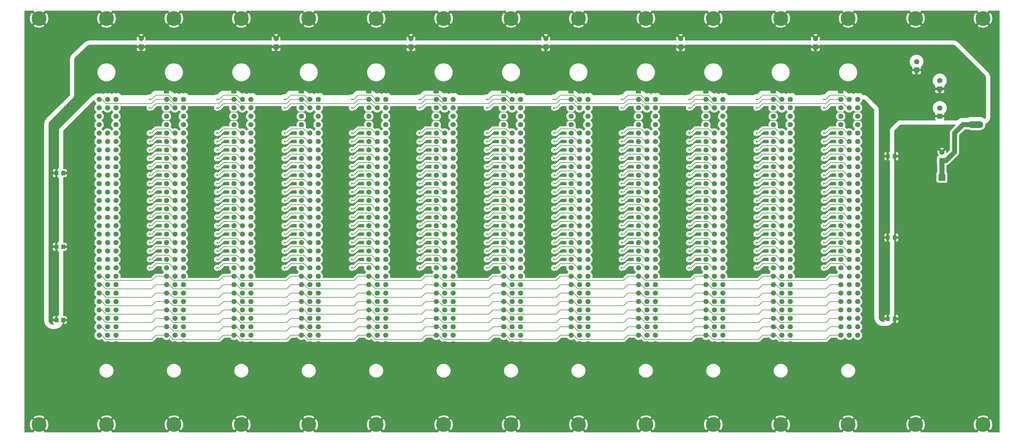
<source format=gtl>
G04 #@! TF.GenerationSoftware,KiCad,Pcbnew,5.1.5+dfsg1-2build2*
G04 #@! TF.CreationDate,2021-08-27T16:11:26+03:00*
G04 #@! TF.ProjectId,cft-backplane-processor,6366742d-6261-4636-9b70-6c616e652d70,2134*
G04 #@! TF.SameCoordinates,Original*
G04 #@! TF.FileFunction,Copper,L1,Top*
G04 #@! TF.FilePolarity,Positive*
%FSLAX46Y46*%
G04 Gerber Fmt 4.6, Leading zero omitted, Abs format (unit mm)*
G04 Created by KiCad (PCBNEW 5.1.5+dfsg1-2build2) date 2021-08-27 16:11:26*
%MOMM*%
%LPD*%
G04 APERTURE LIST*
G04 #@! TA.AperFunction,ComponentPad*
%ADD10R,2.000000X2.000000*%
G04 #@! TD*
G04 #@! TA.AperFunction,ComponentPad*
%ADD11O,4.572000X2.032000*%
G04 #@! TD*
G04 #@! TA.AperFunction,ComponentPad*
%ADD12R,4.572000X2.032000*%
G04 #@! TD*
G04 #@! TA.AperFunction,ComponentPad*
%ADD13C,1.550000*%
G04 #@! TD*
G04 #@! TA.AperFunction,ComponentPad*
%ADD14C,0.100000*%
G04 #@! TD*
G04 #@! TA.AperFunction,SMDPad,CuDef*
%ADD15C,0.100000*%
G04 #@! TD*
G04 #@! TA.AperFunction,ComponentPad*
%ADD16C,4.500000*%
G04 #@! TD*
G04 #@! TA.AperFunction,ComponentPad*
%ADD17C,1.600000*%
G04 #@! TD*
G04 #@! TA.AperFunction,ComponentPad*
%ADD18R,1.600000X1.600000*%
G04 #@! TD*
G04 #@! TA.AperFunction,ViaPad*
%ADD19C,0.508000*%
G04 #@! TD*
G04 #@! TA.AperFunction,ViaPad*
%ADD20C,1.270000*%
G04 #@! TD*
G04 #@! TA.AperFunction,Conductor*
%ADD21C,0.177800*%
G04 #@! TD*
G04 #@! TA.AperFunction,Conductor*
%ADD22C,1.524000*%
G04 #@! TD*
G04 #@! TA.AperFunction,Conductor*
%ADD23C,0.203200*%
G04 #@! TD*
G04 APERTURE END LIST*
D10*
G04 #@! TO.P,TP1,1*
G04 #@! TO.N,/SPARE*
X340663000Y-134770000D03*
G04 #@! TD*
D11*
G04 #@! TO.P,J13,7*
G04 #@! TO.N,GND*
X350823000Y-130325000D03*
D12*
G04 #@! TO.P,J13,1*
G04 #@! TO.N,+5V*
X350823000Y-107465000D03*
D11*
G04 #@! TO.P,J13,2*
X350823000Y-111275000D03*
G04 #@! TO.P,J13,3*
X350823000Y-115085000D03*
G04 #@! TO.P,J13,4*
G04 #@! TO.N,/SPARE*
X350823000Y-118895000D03*
G04 #@! TO.P,J13,5*
G04 #@! TO.N,GND*
X350823000Y-122705000D03*
G04 #@! TO.P,J13,6*
X350823000Y-126515000D03*
G04 #@! TD*
D13*
G04 #@! TO.P,J1,C32*
G04 #@! TO.N,GND*
X91743000Y-187475000D03*
G04 #@! TO.P,J1,C31*
X91743000Y-184935000D03*
G04 #@! TO.P,J1,C30*
G04 #@! TO.N,/C30*
X91743000Y-182395000D03*
G04 #@! TO.P,J1,C29*
G04 #@! TO.N,/C29*
X91743000Y-179855000D03*
G04 #@! TO.P,J1,C28*
G04 #@! TO.N,/C28*
X91743000Y-177315000D03*
G04 #@! TO.P,J1,C27*
G04 #@! TO.N,/C27*
X91743000Y-174775000D03*
G04 #@! TO.P,J1,C26*
G04 #@! TO.N,/C26*
X91743000Y-172235000D03*
G04 #@! TO.P,J1,C25*
G04 #@! TO.N,/C25*
X91743000Y-169695000D03*
G04 #@! TO.P,J1,C24*
G04 #@! TO.N,/C24*
X91743000Y-167155000D03*
G04 #@! TO.P,J1,C23*
G04 #@! TO.N,/C23*
X91743000Y-164615000D03*
G04 #@! TO.P,J1,C22*
G04 #@! TO.N,/C22*
X91743000Y-162075000D03*
G04 #@! TO.P,J1,C21*
G04 #@! TO.N,/C21*
X91743000Y-159535000D03*
G04 #@! TO.P,J1,C20*
G04 #@! TO.N,/C20*
X91743000Y-156995000D03*
G04 #@! TO.P,J1,C19*
G04 #@! TO.N,/C19*
X91743000Y-154455000D03*
G04 #@! TO.P,J1,C18*
G04 #@! TO.N,/C18*
X91743000Y-151915000D03*
G04 #@! TO.P,J1,C17*
G04 #@! TO.N,/C17*
X91743000Y-149375000D03*
G04 #@! TO.P,J1,C16*
G04 #@! TO.N,/C16*
X91743000Y-146835000D03*
G04 #@! TO.P,J1,C15*
G04 #@! TO.N,/C15*
X91743000Y-144295000D03*
G04 #@! TO.P,J1,C14*
G04 #@! TO.N,/C14*
X91743000Y-141755000D03*
G04 #@! TO.P,J1,C13*
G04 #@! TO.N,/C13*
X91743000Y-139215000D03*
G04 #@! TO.P,J1,C12*
G04 #@! TO.N,Net-(J1-PadC12)*
X91743000Y-136675000D03*
G04 #@! TO.P,J1,C11*
G04 #@! TO.N,/C11*
X91743000Y-134135000D03*
G04 #@! TO.P,J1,C10*
G04 #@! TO.N,/C10*
X91743000Y-131595000D03*
G04 #@! TO.P,J1,C9*
G04 #@! TO.N,/C9*
X91743000Y-129055000D03*
G04 #@! TO.P,J1,C8*
G04 #@! TO.N,/C8*
X91743000Y-126515000D03*
G04 #@! TO.P,J1,C7*
G04 #@! TO.N,/C7*
X91743000Y-123975000D03*
G04 #@! TO.P,J1,C6*
G04 #@! TO.N,/C6*
X91743000Y-121435000D03*
G04 #@! TO.P,J1,C5*
G04 #@! TO.N,Net-(J1-PadC5)*
X91743000Y-118895000D03*
G04 #@! TO.P,J1,C4*
G04 #@! TO.N,/C4*
X91743000Y-116355000D03*
G04 #@! TO.P,J1,C3*
G04 #@! TO.N,/C3*
X91743000Y-113815000D03*
G04 #@! TO.P,J1,C2*
G04 #@! TO.N,/C2*
X91743000Y-111275000D03*
G04 #@! TO.P,J1,C1*
G04 #@! TO.N,+5V*
X91743000Y-108735000D03*
G04 #@! TO.P,J1,B32*
G04 #@! TO.N,GND*
X89203000Y-187475000D03*
G04 #@! TO.P,J1,B31*
X89203000Y-184935000D03*
G04 #@! TO.P,J1,B30*
G04 #@! TO.N,Net-(J1-PadB30)*
X89203000Y-182395000D03*
G04 #@! TO.P,J1,B29*
G04 #@! TO.N,Net-(J1-PadB29)*
X89203000Y-179855000D03*
G04 #@! TO.P,J1,B28*
G04 #@! TO.N,Net-(J1-PadB28)*
X89203000Y-177315000D03*
G04 #@! TO.P,J1,B27*
G04 #@! TO.N,Net-(J1-PadB27)*
X89203000Y-174775000D03*
G04 #@! TO.P,J1,B26*
G04 #@! TO.N,Net-(J1-PadB26)*
X89203000Y-172235000D03*
G04 #@! TO.P,J1,B25*
G04 #@! TO.N,Net-(J1-PadB25)*
X89203000Y-169695000D03*
G04 #@! TO.P,J1,B24*
G04 #@! TO.N,Net-(J1-PadB24)*
X89203000Y-167155000D03*
G04 #@! TO.P,J1,B23*
G04 #@! TO.N,Net-(J1-PadB23)*
X89203000Y-164615000D03*
G04 #@! TO.P,J1,B22*
G04 #@! TO.N,/B22*
X89203000Y-162075000D03*
G04 #@! TO.P,J1,B21*
G04 #@! TO.N,/B21*
X89203000Y-159535000D03*
G04 #@! TO.P,J1,B20*
G04 #@! TO.N,/B20*
X89203000Y-156995000D03*
G04 #@! TO.P,J1,B19*
G04 #@! TO.N,/B19*
X89203000Y-154455000D03*
G04 #@! TO.P,J1,B18*
G04 #@! TO.N,/B18*
X89203000Y-151915000D03*
G04 #@! TO.P,J1,B17*
G04 #@! TO.N,/ACTION3*
X89203000Y-149375000D03*
G04 #@! TO.P,J1,B16*
G04 #@! TO.N,/ACTION2*
X89203000Y-146835000D03*
G04 #@! TO.P,J1,B15*
G04 #@! TO.N,/ACTION1*
X89203000Y-144295000D03*
G04 #@! TO.P,J1,B14*
G04 #@! TO.N,/ACTION0*
X89203000Y-141755000D03*
G04 #@! TO.P,J1,B13*
G04 #@! TO.N,/B13*
X89203000Y-139215000D03*
G04 #@! TO.P,J1,B12*
G04 #@! TO.N,/B12*
X89203000Y-136675000D03*
G04 #@! TO.P,J1,B11*
G04 #@! TO.N,/B11*
X89203000Y-134135000D03*
G04 #@! TO.P,J1,B10*
G04 #@! TO.N,/B10*
X89203000Y-131595000D03*
G04 #@! TO.P,J1,B9*
G04 #@! TO.N,/B9*
X89203000Y-129055000D03*
G04 #@! TO.P,J1,B8*
G04 #@! TO.N,/B8*
X89203000Y-126515000D03*
G04 #@! TO.P,J1,B7*
G04 #@! TO.N,/B7*
X89203000Y-123975000D03*
G04 #@! TO.P,J1,B6*
G04 #@! TO.N,/B6*
X89203000Y-121435000D03*
G04 #@! TO.P,J1,B5*
G04 #@! TO.N,GND*
X89203000Y-118895000D03*
G04 #@! TO.P,J1,B4*
X89203000Y-116355000D03*
G04 #@! TO.P,J1,B3*
G04 #@! TO.N,/B3*
X89203000Y-113815000D03*
G04 #@! TO.P,J1,B2*
G04 #@! TO.N,/B2*
X89203000Y-111275000D03*
G04 #@! TO.P,J1,B1*
G04 #@! TO.N,+5V*
X89203000Y-108735000D03*
G04 #@! TO.P,J1,A32*
G04 #@! TO.N,GND*
X86663000Y-187475000D03*
G04 #@! TO.P,J1,A31*
X86663000Y-184935000D03*
G04 #@! TO.P,J1,A30*
G04 #@! TO.N,/A30*
X86663000Y-182395000D03*
G04 #@! TO.P,J1,A29*
G04 #@! TO.N,/A29*
X86663000Y-179855000D03*
G04 #@! TO.P,J1,A28*
G04 #@! TO.N,/A28*
X86663000Y-177315000D03*
G04 #@! TO.P,J1,A27*
G04 #@! TO.N,/A27*
X86663000Y-174775000D03*
G04 #@! TO.P,J1,A26*
G04 #@! TO.N,/A26*
X86663000Y-172235000D03*
G04 #@! TO.P,J1,A25*
G04 #@! TO.N,/A25*
X86663000Y-169695000D03*
G04 #@! TO.P,J1,A24*
G04 #@! TO.N,/A24*
X86663000Y-167155000D03*
G04 #@! TO.P,J1,A23*
G04 #@! TO.N,/A23*
X86663000Y-164615000D03*
G04 #@! TO.P,J1,A22*
G04 #@! TO.N,Net-(J1-PadA22)*
X86663000Y-162075000D03*
G04 #@! TO.P,J1,A21*
G04 #@! TO.N,Net-(J1-PadA21)*
X86663000Y-159535000D03*
G04 #@! TO.P,J1,A20*
G04 #@! TO.N,Net-(J1-PadA20)*
X86663000Y-156995000D03*
G04 #@! TO.P,J1,A19*
G04 #@! TO.N,Net-(J1-PadA19)*
X86663000Y-154455000D03*
G04 #@! TO.P,J1,A18*
G04 #@! TO.N,Net-(J1-PadA18)*
X86663000Y-151915000D03*
G04 #@! TO.P,J1,A17*
G04 #@! TO.N,Net-(J1-PadA17)*
X86663000Y-149375000D03*
G04 #@! TO.P,J1,A16*
G04 #@! TO.N,Net-(J1-PadA16)*
X86663000Y-146835000D03*
G04 #@! TO.P,J1,A15*
G04 #@! TO.N,Net-(J1-PadA15)*
X86663000Y-144295000D03*
G04 #@! TO.P,J1,A14*
G04 #@! TO.N,Net-(J1-PadA14)*
X86663000Y-141755000D03*
G04 #@! TO.P,J1,A13*
G04 #@! TO.N,Net-(J1-PadA13)*
X86663000Y-139215000D03*
G04 #@! TO.P,J1,A12*
G04 #@! TO.N,Net-(J1-PadA12)*
X86663000Y-136675000D03*
G04 #@! TO.P,J1,A11*
G04 #@! TO.N,Net-(J1-PadA11)*
X86663000Y-134135000D03*
G04 #@! TO.P,J1,A10*
G04 #@! TO.N,Net-(J1-PadA10)*
X86663000Y-131595000D03*
G04 #@! TO.P,J1,A9*
G04 #@! TO.N,Net-(J1-PadA9)*
X86663000Y-129055000D03*
G04 #@! TO.P,J1,A8*
G04 #@! TO.N,Net-(J1-PadA8)*
X86663000Y-126515000D03*
G04 #@! TO.P,J1,A7*
G04 #@! TO.N,Net-(J1-PadA7)*
X86663000Y-123975000D03*
G04 #@! TO.P,J1,A6*
G04 #@! TO.N,Net-(J1-PadA6)*
X86663000Y-121435000D03*
G04 #@! TO.P,J1,A5*
G04 #@! TO.N,Net-(J1-PadA5)*
X86663000Y-118895000D03*
G04 #@! TO.P,J1,A4*
G04 #@! TO.N,Net-(J1-PadA4)*
X86663000Y-116355000D03*
G04 #@! TO.P,J1,A3*
G04 #@! TO.N,Net-(J1-PadA3)*
X86663000Y-113815000D03*
G04 #@! TO.P,J1,A2*
G04 #@! TO.N,/A2*
X86663000Y-111275000D03*
G04 #@! TA.AperFunction,ComponentPad*
D14*
G04 #@! TO.P,J1,A1*
G04 #@! TO.N,+5V*
G36*
X87212505Y-107961204D02*
G01*
X87236773Y-107964804D01*
X87260572Y-107970765D01*
X87283671Y-107979030D01*
X87305850Y-107989520D01*
X87326893Y-108002132D01*
X87346599Y-108016747D01*
X87364777Y-108033223D01*
X87381253Y-108051401D01*
X87395868Y-108071107D01*
X87408480Y-108092150D01*
X87418970Y-108114329D01*
X87427235Y-108137428D01*
X87433196Y-108161227D01*
X87436796Y-108185495D01*
X87438000Y-108209999D01*
X87438000Y-109260001D01*
X87436796Y-109284505D01*
X87433196Y-109308773D01*
X87427235Y-109332572D01*
X87418970Y-109355671D01*
X87408480Y-109377850D01*
X87395868Y-109398893D01*
X87381253Y-109418599D01*
X87364777Y-109436777D01*
X87346599Y-109453253D01*
X87326893Y-109467868D01*
X87305850Y-109480480D01*
X87283671Y-109490970D01*
X87260572Y-109499235D01*
X87236773Y-109505196D01*
X87212505Y-109508796D01*
X87188001Y-109510000D01*
X86137999Y-109510000D01*
X86113495Y-109508796D01*
X86089227Y-109505196D01*
X86065428Y-109499235D01*
X86042329Y-109490970D01*
X86020150Y-109480480D01*
X85999107Y-109467868D01*
X85979401Y-109453253D01*
X85961223Y-109436777D01*
X85944747Y-109418599D01*
X85930132Y-109398893D01*
X85917520Y-109377850D01*
X85907030Y-109355671D01*
X85898765Y-109332572D01*
X85892804Y-109308773D01*
X85889204Y-109284505D01*
X85888000Y-109260001D01*
X85888000Y-108209999D01*
X85889204Y-108185495D01*
X85892804Y-108161227D01*
X85898765Y-108137428D01*
X85907030Y-108114329D01*
X85917520Y-108092150D01*
X85930132Y-108071107D01*
X85944747Y-108051401D01*
X85961223Y-108033223D01*
X85979401Y-108016747D01*
X85999107Y-108002132D01*
X86020150Y-107989520D01*
X86042329Y-107979030D01*
X86065428Y-107970765D01*
X86089227Y-107964804D01*
X86113495Y-107961204D01*
X86137999Y-107960000D01*
X87188001Y-107960000D01*
X87212505Y-107961204D01*
G37*
G04 #@! TD.AperFunction*
G04 #@! TD*
D13*
G04 #@! TO.P,J12,C32*
G04 #@! TO.N,GND*
X315263000Y-187475000D03*
G04 #@! TO.P,J12,C31*
X315263000Y-184935000D03*
G04 #@! TO.P,J12,C30*
G04 #@! TO.N,/C30*
X315263000Y-182395000D03*
G04 #@! TO.P,J12,C29*
G04 #@! TO.N,/C29*
X315263000Y-179855000D03*
G04 #@! TO.P,J12,C28*
G04 #@! TO.N,/C28*
X315263000Y-177315000D03*
G04 #@! TO.P,J12,C27*
G04 #@! TO.N,/C27*
X315263000Y-174775000D03*
G04 #@! TO.P,J12,C26*
G04 #@! TO.N,/C26*
X315263000Y-172235000D03*
G04 #@! TO.P,J12,C25*
G04 #@! TO.N,/C25*
X315263000Y-169695000D03*
G04 #@! TO.P,J12,C24*
G04 #@! TO.N,/C24*
X315263000Y-167155000D03*
G04 #@! TO.P,J12,C23*
G04 #@! TO.N,/C23*
X315263000Y-164615000D03*
G04 #@! TO.P,J12,C22*
G04 #@! TO.N,/C22*
X315263000Y-162075000D03*
G04 #@! TO.P,J12,C21*
G04 #@! TO.N,/C21*
X315263000Y-159535000D03*
G04 #@! TO.P,J12,C20*
G04 #@! TO.N,/C20*
X315263000Y-156995000D03*
G04 #@! TO.P,J12,C19*
G04 #@! TO.N,/C19*
X315263000Y-154455000D03*
G04 #@! TO.P,J12,C18*
G04 #@! TO.N,/C18*
X315263000Y-151915000D03*
G04 #@! TO.P,J12,C17*
G04 #@! TO.N,/C17*
X315263000Y-149375000D03*
G04 #@! TO.P,J12,C16*
G04 #@! TO.N,/C16*
X315263000Y-146835000D03*
G04 #@! TO.P,J12,C15*
G04 #@! TO.N,/C15*
X315263000Y-144295000D03*
G04 #@! TO.P,J12,C14*
G04 #@! TO.N,/C14*
X315263000Y-141755000D03*
G04 #@! TO.P,J12,C13*
G04 #@! TO.N,/C13*
X315263000Y-139215000D03*
G04 #@! TO.P,J12,C12*
G04 #@! TO.N,Net-(J12-PadC12)*
X315263000Y-136675000D03*
G04 #@! TO.P,J12,C11*
G04 #@! TO.N,/C11*
X315263000Y-134135000D03*
G04 #@! TO.P,J12,C10*
G04 #@! TO.N,/C10*
X315263000Y-131595000D03*
G04 #@! TO.P,J12,C9*
G04 #@! TO.N,/C9*
X315263000Y-129055000D03*
G04 #@! TO.P,J12,C8*
G04 #@! TO.N,/C8*
X315263000Y-126515000D03*
G04 #@! TO.P,J12,C7*
G04 #@! TO.N,/C7*
X315263000Y-123975000D03*
G04 #@! TO.P,J12,C6*
G04 #@! TO.N,/C6*
X315263000Y-121435000D03*
G04 #@! TO.P,J12,C5*
G04 #@! TO.N,Net-(J12-PadC5)*
X315263000Y-118895000D03*
G04 #@! TO.P,J12,C4*
G04 #@! TO.N,/C4*
X315263000Y-116355000D03*
G04 #@! TO.P,J12,C3*
G04 #@! TO.N,/C3*
X315263000Y-113815000D03*
G04 #@! TO.P,J12,C2*
G04 #@! TO.N,/C2*
X315263000Y-111275000D03*
G04 #@! TO.P,J12,C1*
G04 #@! TO.N,+5V*
X315263000Y-108735000D03*
G04 #@! TO.P,J12,B32*
G04 #@! TO.N,GND*
X312723000Y-187475000D03*
G04 #@! TO.P,J12,B31*
X312723000Y-184935000D03*
G04 #@! TO.P,J12,B30*
G04 #@! TO.N,Net-(J12-PadB30)*
X312723000Y-182395000D03*
G04 #@! TO.P,J12,B29*
G04 #@! TO.N,Net-(J12-PadB29)*
X312723000Y-179855000D03*
G04 #@! TO.P,J12,B28*
G04 #@! TO.N,Net-(J12-PadB28)*
X312723000Y-177315000D03*
G04 #@! TO.P,J12,B27*
G04 #@! TO.N,Net-(J12-PadB27)*
X312723000Y-174775000D03*
G04 #@! TO.P,J12,B26*
G04 #@! TO.N,Net-(J12-PadB26)*
X312723000Y-172235000D03*
G04 #@! TO.P,J12,B25*
G04 #@! TO.N,Net-(J12-PadB25)*
X312723000Y-169695000D03*
G04 #@! TO.P,J12,B24*
G04 #@! TO.N,Net-(J12-PadB24)*
X312723000Y-167155000D03*
G04 #@! TO.P,J12,B23*
G04 #@! TO.N,Net-(J12-PadB23)*
X312723000Y-164615000D03*
G04 #@! TO.P,J12,B22*
G04 #@! TO.N,/B22*
X312723000Y-162075000D03*
G04 #@! TO.P,J12,B21*
G04 #@! TO.N,/B21*
X312723000Y-159535000D03*
G04 #@! TO.P,J12,B20*
G04 #@! TO.N,/B20*
X312723000Y-156995000D03*
G04 #@! TO.P,J12,B19*
G04 #@! TO.N,/B19*
X312723000Y-154455000D03*
G04 #@! TO.P,J12,B18*
G04 #@! TO.N,/B18*
X312723000Y-151915000D03*
G04 #@! TO.P,J12,B17*
G04 #@! TO.N,/ACTION3*
X312723000Y-149375000D03*
G04 #@! TO.P,J12,B16*
G04 #@! TO.N,/ACTION2*
X312723000Y-146835000D03*
G04 #@! TO.P,J12,B15*
G04 #@! TO.N,/ACTION1*
X312723000Y-144295000D03*
G04 #@! TO.P,J12,B14*
G04 #@! TO.N,/ACTION0*
X312723000Y-141755000D03*
G04 #@! TO.P,J12,B13*
G04 #@! TO.N,/B13*
X312723000Y-139215000D03*
G04 #@! TO.P,J12,B12*
G04 #@! TO.N,/B12*
X312723000Y-136675000D03*
G04 #@! TO.P,J12,B11*
G04 #@! TO.N,/B11*
X312723000Y-134135000D03*
G04 #@! TO.P,J12,B10*
G04 #@! TO.N,/B10*
X312723000Y-131595000D03*
G04 #@! TO.P,J12,B9*
G04 #@! TO.N,/B9*
X312723000Y-129055000D03*
G04 #@! TO.P,J12,B8*
G04 #@! TO.N,/B8*
X312723000Y-126515000D03*
G04 #@! TO.P,J12,B7*
G04 #@! TO.N,/B7*
X312723000Y-123975000D03*
G04 #@! TO.P,J12,B6*
G04 #@! TO.N,/B6*
X312723000Y-121435000D03*
G04 #@! TO.P,J12,B5*
G04 #@! TO.N,GND*
X312723000Y-118895000D03*
G04 #@! TO.P,J12,B4*
X312723000Y-116355000D03*
G04 #@! TO.P,J12,B3*
G04 #@! TO.N,/B3*
X312723000Y-113815000D03*
G04 #@! TO.P,J12,B2*
G04 #@! TO.N,/B2*
X312723000Y-111275000D03*
G04 #@! TO.P,J12,B1*
G04 #@! TO.N,+5V*
X312723000Y-108735000D03*
G04 #@! TO.P,J12,A32*
G04 #@! TO.N,GND*
X310183000Y-187475000D03*
G04 #@! TO.P,J12,A31*
X310183000Y-184935000D03*
G04 #@! TO.P,J12,A30*
G04 #@! TO.N,/A30*
X310183000Y-182395000D03*
G04 #@! TO.P,J12,A29*
G04 #@! TO.N,/A29*
X310183000Y-179855000D03*
G04 #@! TO.P,J12,A28*
G04 #@! TO.N,/A28*
X310183000Y-177315000D03*
G04 #@! TO.P,J12,A27*
G04 #@! TO.N,/A27*
X310183000Y-174775000D03*
G04 #@! TO.P,J12,A26*
G04 #@! TO.N,/A26*
X310183000Y-172235000D03*
G04 #@! TO.P,J12,A25*
G04 #@! TO.N,/A25*
X310183000Y-169695000D03*
G04 #@! TO.P,J12,A24*
G04 #@! TO.N,/A24*
X310183000Y-167155000D03*
G04 #@! TO.P,J12,A23*
G04 #@! TO.N,/A23*
X310183000Y-164615000D03*
G04 #@! TO.P,J12,A22*
G04 #@! TO.N,Net-(J12-PadA22)*
X310183000Y-162075000D03*
G04 #@! TO.P,J12,A21*
G04 #@! TO.N,Net-(J12-PadA21)*
X310183000Y-159535000D03*
G04 #@! TO.P,J12,A20*
G04 #@! TO.N,Net-(J12-PadA20)*
X310183000Y-156995000D03*
G04 #@! TO.P,J12,A19*
G04 #@! TO.N,Net-(J12-PadA19)*
X310183000Y-154455000D03*
G04 #@! TO.P,J12,A18*
G04 #@! TO.N,Net-(J12-PadA18)*
X310183000Y-151915000D03*
G04 #@! TO.P,J12,A17*
G04 #@! TO.N,Net-(J12-PadA17)*
X310183000Y-149375000D03*
G04 #@! TO.P,J12,A16*
G04 #@! TO.N,Net-(J12-PadA16)*
X310183000Y-146835000D03*
G04 #@! TO.P,J12,A15*
G04 #@! TO.N,Net-(J12-PadA15)*
X310183000Y-144295000D03*
G04 #@! TO.P,J12,A14*
G04 #@! TO.N,Net-(J12-PadA14)*
X310183000Y-141755000D03*
G04 #@! TO.P,J12,A13*
G04 #@! TO.N,Net-(J12-PadA13)*
X310183000Y-139215000D03*
G04 #@! TO.P,J12,A12*
G04 #@! TO.N,Net-(J12-PadA12)*
X310183000Y-136675000D03*
G04 #@! TO.P,J12,A11*
G04 #@! TO.N,Net-(J12-PadA11)*
X310183000Y-134135000D03*
G04 #@! TO.P,J12,A10*
G04 #@! TO.N,Net-(J12-PadA10)*
X310183000Y-131595000D03*
G04 #@! TO.P,J12,A9*
G04 #@! TO.N,Net-(J12-PadA9)*
X310183000Y-129055000D03*
G04 #@! TO.P,J12,A8*
G04 #@! TO.N,Net-(J12-PadA8)*
X310183000Y-126515000D03*
G04 #@! TO.P,J12,A7*
G04 #@! TO.N,Net-(J12-PadA7)*
X310183000Y-123975000D03*
G04 #@! TO.P,J12,A6*
G04 #@! TO.N,Net-(J12-PadA6)*
X310183000Y-121435000D03*
G04 #@! TO.P,J12,A5*
G04 #@! TO.N,Net-(J12-PadA5)*
X310183000Y-118895000D03*
G04 #@! TO.P,J12,A4*
G04 #@! TO.N,Net-(J12-PadA4)*
X310183000Y-116355000D03*
G04 #@! TO.P,J12,A3*
G04 #@! TO.N,Net-(J12-PadA3)*
X310183000Y-113815000D03*
G04 #@! TO.P,J12,A2*
G04 #@! TO.N,/A2*
X310183000Y-111275000D03*
G04 #@! TA.AperFunction,ComponentPad*
D14*
G04 #@! TO.P,J12,A1*
G04 #@! TO.N,+5V*
G36*
X310732505Y-107961204D02*
G01*
X310756773Y-107964804D01*
X310780572Y-107970765D01*
X310803671Y-107979030D01*
X310825850Y-107989520D01*
X310846893Y-108002132D01*
X310866599Y-108016747D01*
X310884777Y-108033223D01*
X310901253Y-108051401D01*
X310915868Y-108071107D01*
X310928480Y-108092150D01*
X310938970Y-108114329D01*
X310947235Y-108137428D01*
X310953196Y-108161227D01*
X310956796Y-108185495D01*
X310958000Y-108209999D01*
X310958000Y-109260001D01*
X310956796Y-109284505D01*
X310953196Y-109308773D01*
X310947235Y-109332572D01*
X310938970Y-109355671D01*
X310928480Y-109377850D01*
X310915868Y-109398893D01*
X310901253Y-109418599D01*
X310884777Y-109436777D01*
X310866599Y-109453253D01*
X310846893Y-109467868D01*
X310825850Y-109480480D01*
X310803671Y-109490970D01*
X310780572Y-109499235D01*
X310756773Y-109505196D01*
X310732505Y-109508796D01*
X310708001Y-109510000D01*
X309657999Y-109510000D01*
X309633495Y-109508796D01*
X309609227Y-109505196D01*
X309585428Y-109499235D01*
X309562329Y-109490970D01*
X309540150Y-109480480D01*
X309519107Y-109467868D01*
X309499401Y-109453253D01*
X309481223Y-109436777D01*
X309464747Y-109418599D01*
X309450132Y-109398893D01*
X309437520Y-109377850D01*
X309427030Y-109355671D01*
X309418765Y-109332572D01*
X309412804Y-109308773D01*
X309409204Y-109284505D01*
X309408000Y-109260001D01*
X309408000Y-108209999D01*
X309409204Y-108185495D01*
X309412804Y-108161227D01*
X309418765Y-108137428D01*
X309427030Y-108114329D01*
X309437520Y-108092150D01*
X309450132Y-108071107D01*
X309464747Y-108051401D01*
X309481223Y-108033223D01*
X309499401Y-108016747D01*
X309519107Y-108002132D01*
X309540150Y-107989520D01*
X309562329Y-107979030D01*
X309585428Y-107970765D01*
X309609227Y-107964804D01*
X309633495Y-107961204D01*
X309657999Y-107960000D01*
X310708001Y-107960000D01*
X310732505Y-107961204D01*
G37*
G04 #@! TD.AperFunction*
G04 #@! TD*
D13*
G04 #@! TO.P,J9,C32*
G04 #@! TO.N,GND*
X254303000Y-187475000D03*
G04 #@! TO.P,J9,C31*
X254303000Y-184935000D03*
G04 #@! TO.P,J9,C30*
G04 #@! TO.N,/C30*
X254303000Y-182395000D03*
G04 #@! TO.P,J9,C29*
G04 #@! TO.N,/C29*
X254303000Y-179855000D03*
G04 #@! TO.P,J9,C28*
G04 #@! TO.N,/C28*
X254303000Y-177315000D03*
G04 #@! TO.P,J9,C27*
G04 #@! TO.N,/C27*
X254303000Y-174775000D03*
G04 #@! TO.P,J9,C26*
G04 #@! TO.N,/C26*
X254303000Y-172235000D03*
G04 #@! TO.P,J9,C25*
G04 #@! TO.N,/C25*
X254303000Y-169695000D03*
G04 #@! TO.P,J9,C24*
G04 #@! TO.N,/C24*
X254303000Y-167155000D03*
G04 #@! TO.P,J9,C23*
G04 #@! TO.N,/C23*
X254303000Y-164615000D03*
G04 #@! TO.P,J9,C22*
G04 #@! TO.N,/C22*
X254303000Y-162075000D03*
G04 #@! TO.P,J9,C21*
G04 #@! TO.N,/C21*
X254303000Y-159535000D03*
G04 #@! TO.P,J9,C20*
G04 #@! TO.N,/C20*
X254303000Y-156995000D03*
G04 #@! TO.P,J9,C19*
G04 #@! TO.N,/C19*
X254303000Y-154455000D03*
G04 #@! TO.P,J9,C18*
G04 #@! TO.N,/C18*
X254303000Y-151915000D03*
G04 #@! TO.P,J9,C17*
G04 #@! TO.N,/C17*
X254303000Y-149375000D03*
G04 #@! TO.P,J9,C16*
G04 #@! TO.N,/C16*
X254303000Y-146835000D03*
G04 #@! TO.P,J9,C15*
G04 #@! TO.N,/C15*
X254303000Y-144295000D03*
G04 #@! TO.P,J9,C14*
G04 #@! TO.N,/C14*
X254303000Y-141755000D03*
G04 #@! TO.P,J9,C13*
G04 #@! TO.N,/C13*
X254303000Y-139215000D03*
G04 #@! TO.P,J9,C12*
G04 #@! TO.N,Net-(J9-PadC12)*
X254303000Y-136675000D03*
G04 #@! TO.P,J9,C11*
G04 #@! TO.N,/C11*
X254303000Y-134135000D03*
G04 #@! TO.P,J9,C10*
G04 #@! TO.N,/C10*
X254303000Y-131595000D03*
G04 #@! TO.P,J9,C9*
G04 #@! TO.N,/C9*
X254303000Y-129055000D03*
G04 #@! TO.P,J9,C8*
G04 #@! TO.N,/C8*
X254303000Y-126515000D03*
G04 #@! TO.P,J9,C7*
G04 #@! TO.N,/C7*
X254303000Y-123975000D03*
G04 #@! TO.P,J9,C6*
G04 #@! TO.N,/C6*
X254303000Y-121435000D03*
G04 #@! TO.P,J9,C5*
G04 #@! TO.N,Net-(J9-PadC5)*
X254303000Y-118895000D03*
G04 #@! TO.P,J9,C4*
G04 #@! TO.N,/C4*
X254303000Y-116355000D03*
G04 #@! TO.P,J9,C3*
G04 #@! TO.N,/C3*
X254303000Y-113815000D03*
G04 #@! TO.P,J9,C2*
G04 #@! TO.N,/C2*
X254303000Y-111275000D03*
G04 #@! TO.P,J9,C1*
G04 #@! TO.N,+5V*
X254303000Y-108735000D03*
G04 #@! TO.P,J9,B32*
G04 #@! TO.N,GND*
X251763000Y-187475000D03*
G04 #@! TO.P,J9,B31*
X251763000Y-184935000D03*
G04 #@! TO.P,J9,B30*
G04 #@! TO.N,Net-(J9-PadB30)*
X251763000Y-182395000D03*
G04 #@! TO.P,J9,B29*
G04 #@! TO.N,Net-(J9-PadB29)*
X251763000Y-179855000D03*
G04 #@! TO.P,J9,B28*
G04 #@! TO.N,Net-(J9-PadB28)*
X251763000Y-177315000D03*
G04 #@! TO.P,J9,B27*
G04 #@! TO.N,Net-(J9-PadB27)*
X251763000Y-174775000D03*
G04 #@! TO.P,J9,B26*
G04 #@! TO.N,Net-(J9-PadB26)*
X251763000Y-172235000D03*
G04 #@! TO.P,J9,B25*
G04 #@! TO.N,Net-(J9-PadB25)*
X251763000Y-169695000D03*
G04 #@! TO.P,J9,B24*
G04 #@! TO.N,Net-(J9-PadB24)*
X251763000Y-167155000D03*
G04 #@! TO.P,J9,B23*
G04 #@! TO.N,Net-(J9-PadB23)*
X251763000Y-164615000D03*
G04 #@! TO.P,J9,B22*
G04 #@! TO.N,/B22*
X251763000Y-162075000D03*
G04 #@! TO.P,J9,B21*
G04 #@! TO.N,/B21*
X251763000Y-159535000D03*
G04 #@! TO.P,J9,B20*
G04 #@! TO.N,/B20*
X251763000Y-156995000D03*
G04 #@! TO.P,J9,B19*
G04 #@! TO.N,/B19*
X251763000Y-154455000D03*
G04 #@! TO.P,J9,B18*
G04 #@! TO.N,/B18*
X251763000Y-151915000D03*
G04 #@! TO.P,J9,B17*
G04 #@! TO.N,/ACTION3*
X251763000Y-149375000D03*
G04 #@! TO.P,J9,B16*
G04 #@! TO.N,/ACTION2*
X251763000Y-146835000D03*
G04 #@! TO.P,J9,B15*
G04 #@! TO.N,/ACTION1*
X251763000Y-144295000D03*
G04 #@! TO.P,J9,B14*
G04 #@! TO.N,/ACTION0*
X251763000Y-141755000D03*
G04 #@! TO.P,J9,B13*
G04 #@! TO.N,/B13*
X251763000Y-139215000D03*
G04 #@! TO.P,J9,B12*
G04 #@! TO.N,/B12*
X251763000Y-136675000D03*
G04 #@! TO.P,J9,B11*
G04 #@! TO.N,/B11*
X251763000Y-134135000D03*
G04 #@! TO.P,J9,B10*
G04 #@! TO.N,/B10*
X251763000Y-131595000D03*
G04 #@! TO.P,J9,B9*
G04 #@! TO.N,/B9*
X251763000Y-129055000D03*
G04 #@! TO.P,J9,B8*
G04 #@! TO.N,/B8*
X251763000Y-126515000D03*
G04 #@! TO.P,J9,B7*
G04 #@! TO.N,/B7*
X251763000Y-123975000D03*
G04 #@! TO.P,J9,B6*
G04 #@! TO.N,/B6*
X251763000Y-121435000D03*
G04 #@! TO.P,J9,B5*
G04 #@! TO.N,GND*
X251763000Y-118895000D03*
G04 #@! TO.P,J9,B4*
X251763000Y-116355000D03*
G04 #@! TO.P,J9,B3*
G04 #@! TO.N,/B3*
X251763000Y-113815000D03*
G04 #@! TO.P,J9,B2*
G04 #@! TO.N,/B2*
X251763000Y-111275000D03*
G04 #@! TO.P,J9,B1*
G04 #@! TO.N,+5V*
X251763000Y-108735000D03*
G04 #@! TO.P,J9,A32*
G04 #@! TO.N,GND*
X249223000Y-187475000D03*
G04 #@! TO.P,J9,A31*
X249223000Y-184935000D03*
G04 #@! TO.P,J9,A30*
G04 #@! TO.N,/A30*
X249223000Y-182395000D03*
G04 #@! TO.P,J9,A29*
G04 #@! TO.N,/A29*
X249223000Y-179855000D03*
G04 #@! TO.P,J9,A28*
G04 #@! TO.N,/A28*
X249223000Y-177315000D03*
G04 #@! TO.P,J9,A27*
G04 #@! TO.N,/A27*
X249223000Y-174775000D03*
G04 #@! TO.P,J9,A26*
G04 #@! TO.N,/A26*
X249223000Y-172235000D03*
G04 #@! TO.P,J9,A25*
G04 #@! TO.N,/A25*
X249223000Y-169695000D03*
G04 #@! TO.P,J9,A24*
G04 #@! TO.N,/A24*
X249223000Y-167155000D03*
G04 #@! TO.P,J9,A23*
G04 #@! TO.N,/A23*
X249223000Y-164615000D03*
G04 #@! TO.P,J9,A22*
G04 #@! TO.N,Net-(J9-PadA22)*
X249223000Y-162075000D03*
G04 #@! TO.P,J9,A21*
G04 #@! TO.N,Net-(J9-PadA21)*
X249223000Y-159535000D03*
G04 #@! TO.P,J9,A20*
G04 #@! TO.N,Net-(J9-PadA20)*
X249223000Y-156995000D03*
G04 #@! TO.P,J9,A19*
G04 #@! TO.N,Net-(J9-PadA19)*
X249223000Y-154455000D03*
G04 #@! TO.P,J9,A18*
G04 #@! TO.N,Net-(J9-PadA18)*
X249223000Y-151915000D03*
G04 #@! TO.P,J9,A17*
G04 #@! TO.N,Net-(J9-PadA17)*
X249223000Y-149375000D03*
G04 #@! TO.P,J9,A16*
G04 #@! TO.N,Net-(J9-PadA16)*
X249223000Y-146835000D03*
G04 #@! TO.P,J9,A15*
G04 #@! TO.N,Net-(J9-PadA15)*
X249223000Y-144295000D03*
G04 #@! TO.P,J9,A14*
G04 #@! TO.N,Net-(J9-PadA14)*
X249223000Y-141755000D03*
G04 #@! TO.P,J9,A13*
G04 #@! TO.N,Net-(J9-PadA13)*
X249223000Y-139215000D03*
G04 #@! TO.P,J9,A12*
G04 #@! TO.N,Net-(J9-PadA12)*
X249223000Y-136675000D03*
G04 #@! TO.P,J9,A11*
G04 #@! TO.N,Net-(J9-PadA11)*
X249223000Y-134135000D03*
G04 #@! TO.P,J9,A10*
G04 #@! TO.N,Net-(J9-PadA10)*
X249223000Y-131595000D03*
G04 #@! TO.P,J9,A9*
G04 #@! TO.N,Net-(J9-PadA9)*
X249223000Y-129055000D03*
G04 #@! TO.P,J9,A8*
G04 #@! TO.N,Net-(J9-PadA8)*
X249223000Y-126515000D03*
G04 #@! TO.P,J9,A7*
G04 #@! TO.N,Net-(J9-PadA7)*
X249223000Y-123975000D03*
G04 #@! TO.P,J9,A6*
G04 #@! TO.N,Net-(J9-PadA6)*
X249223000Y-121435000D03*
G04 #@! TO.P,J9,A5*
G04 #@! TO.N,Net-(J9-PadA5)*
X249223000Y-118895000D03*
G04 #@! TO.P,J9,A4*
G04 #@! TO.N,Net-(J9-PadA4)*
X249223000Y-116355000D03*
G04 #@! TO.P,J9,A3*
G04 #@! TO.N,Net-(J9-PadA3)*
X249223000Y-113815000D03*
G04 #@! TO.P,J9,A2*
G04 #@! TO.N,/A2*
X249223000Y-111275000D03*
G04 #@! TA.AperFunction,ComponentPad*
D14*
G04 #@! TO.P,J9,A1*
G04 #@! TO.N,+5V*
G36*
X249772505Y-107961204D02*
G01*
X249796773Y-107964804D01*
X249820572Y-107970765D01*
X249843671Y-107979030D01*
X249865850Y-107989520D01*
X249886893Y-108002132D01*
X249906599Y-108016747D01*
X249924777Y-108033223D01*
X249941253Y-108051401D01*
X249955868Y-108071107D01*
X249968480Y-108092150D01*
X249978970Y-108114329D01*
X249987235Y-108137428D01*
X249993196Y-108161227D01*
X249996796Y-108185495D01*
X249998000Y-108209999D01*
X249998000Y-109260001D01*
X249996796Y-109284505D01*
X249993196Y-109308773D01*
X249987235Y-109332572D01*
X249978970Y-109355671D01*
X249968480Y-109377850D01*
X249955868Y-109398893D01*
X249941253Y-109418599D01*
X249924777Y-109436777D01*
X249906599Y-109453253D01*
X249886893Y-109467868D01*
X249865850Y-109480480D01*
X249843671Y-109490970D01*
X249820572Y-109499235D01*
X249796773Y-109505196D01*
X249772505Y-109508796D01*
X249748001Y-109510000D01*
X248697999Y-109510000D01*
X248673495Y-109508796D01*
X248649227Y-109505196D01*
X248625428Y-109499235D01*
X248602329Y-109490970D01*
X248580150Y-109480480D01*
X248559107Y-109467868D01*
X248539401Y-109453253D01*
X248521223Y-109436777D01*
X248504747Y-109418599D01*
X248490132Y-109398893D01*
X248477520Y-109377850D01*
X248467030Y-109355671D01*
X248458765Y-109332572D01*
X248452804Y-109308773D01*
X248449204Y-109284505D01*
X248448000Y-109260001D01*
X248448000Y-108209999D01*
X248449204Y-108185495D01*
X248452804Y-108161227D01*
X248458765Y-108137428D01*
X248467030Y-108114329D01*
X248477520Y-108092150D01*
X248490132Y-108071107D01*
X248504747Y-108051401D01*
X248521223Y-108033223D01*
X248539401Y-108016747D01*
X248559107Y-108002132D01*
X248580150Y-107989520D01*
X248602329Y-107979030D01*
X248625428Y-107970765D01*
X248649227Y-107964804D01*
X248673495Y-107961204D01*
X248697999Y-107960000D01*
X249748001Y-107960000D01*
X249772505Y-107961204D01*
G37*
G04 #@! TD.AperFunction*
G04 #@! TD*
D13*
G04 #@! TO.P,J10,C32*
G04 #@! TO.N,GND*
X274623000Y-187475000D03*
G04 #@! TO.P,J10,C31*
X274623000Y-184935000D03*
G04 #@! TO.P,J10,C30*
G04 #@! TO.N,/C30*
X274623000Y-182395000D03*
G04 #@! TO.P,J10,C29*
G04 #@! TO.N,/C29*
X274623000Y-179855000D03*
G04 #@! TO.P,J10,C28*
G04 #@! TO.N,/C28*
X274623000Y-177315000D03*
G04 #@! TO.P,J10,C27*
G04 #@! TO.N,/C27*
X274623000Y-174775000D03*
G04 #@! TO.P,J10,C26*
G04 #@! TO.N,/C26*
X274623000Y-172235000D03*
G04 #@! TO.P,J10,C25*
G04 #@! TO.N,/C25*
X274623000Y-169695000D03*
G04 #@! TO.P,J10,C24*
G04 #@! TO.N,/C24*
X274623000Y-167155000D03*
G04 #@! TO.P,J10,C23*
G04 #@! TO.N,/C23*
X274623000Y-164615000D03*
G04 #@! TO.P,J10,C22*
G04 #@! TO.N,/C22*
X274623000Y-162075000D03*
G04 #@! TO.P,J10,C21*
G04 #@! TO.N,/C21*
X274623000Y-159535000D03*
G04 #@! TO.P,J10,C20*
G04 #@! TO.N,/C20*
X274623000Y-156995000D03*
G04 #@! TO.P,J10,C19*
G04 #@! TO.N,/C19*
X274623000Y-154455000D03*
G04 #@! TO.P,J10,C18*
G04 #@! TO.N,/C18*
X274623000Y-151915000D03*
G04 #@! TO.P,J10,C17*
G04 #@! TO.N,/C17*
X274623000Y-149375000D03*
G04 #@! TO.P,J10,C16*
G04 #@! TO.N,/C16*
X274623000Y-146835000D03*
G04 #@! TO.P,J10,C15*
G04 #@! TO.N,/C15*
X274623000Y-144295000D03*
G04 #@! TO.P,J10,C14*
G04 #@! TO.N,/C14*
X274623000Y-141755000D03*
G04 #@! TO.P,J10,C13*
G04 #@! TO.N,/C13*
X274623000Y-139215000D03*
G04 #@! TO.P,J10,C12*
G04 #@! TO.N,Net-(J10-PadC12)*
X274623000Y-136675000D03*
G04 #@! TO.P,J10,C11*
G04 #@! TO.N,/C11*
X274623000Y-134135000D03*
G04 #@! TO.P,J10,C10*
G04 #@! TO.N,/C10*
X274623000Y-131595000D03*
G04 #@! TO.P,J10,C9*
G04 #@! TO.N,/C9*
X274623000Y-129055000D03*
G04 #@! TO.P,J10,C8*
G04 #@! TO.N,/C8*
X274623000Y-126515000D03*
G04 #@! TO.P,J10,C7*
G04 #@! TO.N,/C7*
X274623000Y-123975000D03*
G04 #@! TO.P,J10,C6*
G04 #@! TO.N,/C6*
X274623000Y-121435000D03*
G04 #@! TO.P,J10,C5*
G04 #@! TO.N,Net-(J10-PadC5)*
X274623000Y-118895000D03*
G04 #@! TO.P,J10,C4*
G04 #@! TO.N,/C4*
X274623000Y-116355000D03*
G04 #@! TO.P,J10,C3*
G04 #@! TO.N,/C3*
X274623000Y-113815000D03*
G04 #@! TO.P,J10,C2*
G04 #@! TO.N,/C2*
X274623000Y-111275000D03*
G04 #@! TO.P,J10,C1*
G04 #@! TO.N,+5V*
X274623000Y-108735000D03*
G04 #@! TO.P,J10,B32*
G04 #@! TO.N,GND*
X272083000Y-187475000D03*
G04 #@! TO.P,J10,B31*
X272083000Y-184935000D03*
G04 #@! TO.P,J10,B30*
G04 #@! TO.N,Net-(J10-PadB30)*
X272083000Y-182395000D03*
G04 #@! TO.P,J10,B29*
G04 #@! TO.N,Net-(J10-PadB29)*
X272083000Y-179855000D03*
G04 #@! TO.P,J10,B28*
G04 #@! TO.N,Net-(J10-PadB28)*
X272083000Y-177315000D03*
G04 #@! TO.P,J10,B27*
G04 #@! TO.N,Net-(J10-PadB27)*
X272083000Y-174775000D03*
G04 #@! TO.P,J10,B26*
G04 #@! TO.N,Net-(J10-PadB26)*
X272083000Y-172235000D03*
G04 #@! TO.P,J10,B25*
G04 #@! TO.N,Net-(J10-PadB25)*
X272083000Y-169695000D03*
G04 #@! TO.P,J10,B24*
G04 #@! TO.N,Net-(J10-PadB24)*
X272083000Y-167155000D03*
G04 #@! TO.P,J10,B23*
G04 #@! TO.N,Net-(J10-PadB23)*
X272083000Y-164615000D03*
G04 #@! TO.P,J10,B22*
G04 #@! TO.N,/B22*
X272083000Y-162075000D03*
G04 #@! TO.P,J10,B21*
G04 #@! TO.N,/B21*
X272083000Y-159535000D03*
G04 #@! TO.P,J10,B20*
G04 #@! TO.N,/B20*
X272083000Y-156995000D03*
G04 #@! TO.P,J10,B19*
G04 #@! TO.N,/B19*
X272083000Y-154455000D03*
G04 #@! TO.P,J10,B18*
G04 #@! TO.N,/B18*
X272083000Y-151915000D03*
G04 #@! TO.P,J10,B17*
G04 #@! TO.N,/ACTION3*
X272083000Y-149375000D03*
G04 #@! TO.P,J10,B16*
G04 #@! TO.N,/ACTION2*
X272083000Y-146835000D03*
G04 #@! TO.P,J10,B15*
G04 #@! TO.N,/ACTION1*
X272083000Y-144295000D03*
G04 #@! TO.P,J10,B14*
G04 #@! TO.N,/ACTION0*
X272083000Y-141755000D03*
G04 #@! TO.P,J10,B13*
G04 #@! TO.N,/B13*
X272083000Y-139215000D03*
G04 #@! TO.P,J10,B12*
G04 #@! TO.N,/B12*
X272083000Y-136675000D03*
G04 #@! TO.P,J10,B11*
G04 #@! TO.N,/B11*
X272083000Y-134135000D03*
G04 #@! TO.P,J10,B10*
G04 #@! TO.N,/B10*
X272083000Y-131595000D03*
G04 #@! TO.P,J10,B9*
G04 #@! TO.N,/B9*
X272083000Y-129055000D03*
G04 #@! TO.P,J10,B8*
G04 #@! TO.N,/B8*
X272083000Y-126515000D03*
G04 #@! TO.P,J10,B7*
G04 #@! TO.N,/B7*
X272083000Y-123975000D03*
G04 #@! TO.P,J10,B6*
G04 #@! TO.N,/B6*
X272083000Y-121435000D03*
G04 #@! TO.P,J10,B5*
G04 #@! TO.N,GND*
X272083000Y-118895000D03*
G04 #@! TO.P,J10,B4*
X272083000Y-116355000D03*
G04 #@! TO.P,J10,B3*
G04 #@! TO.N,/B3*
X272083000Y-113815000D03*
G04 #@! TO.P,J10,B2*
G04 #@! TO.N,/B2*
X272083000Y-111275000D03*
G04 #@! TO.P,J10,B1*
G04 #@! TO.N,+5V*
X272083000Y-108735000D03*
G04 #@! TO.P,J10,A32*
G04 #@! TO.N,GND*
X269543000Y-187475000D03*
G04 #@! TO.P,J10,A31*
X269543000Y-184935000D03*
G04 #@! TO.P,J10,A30*
G04 #@! TO.N,/A30*
X269543000Y-182395000D03*
G04 #@! TO.P,J10,A29*
G04 #@! TO.N,/A29*
X269543000Y-179855000D03*
G04 #@! TO.P,J10,A28*
G04 #@! TO.N,/A28*
X269543000Y-177315000D03*
G04 #@! TO.P,J10,A27*
G04 #@! TO.N,/A27*
X269543000Y-174775000D03*
G04 #@! TO.P,J10,A26*
G04 #@! TO.N,/A26*
X269543000Y-172235000D03*
G04 #@! TO.P,J10,A25*
G04 #@! TO.N,/A25*
X269543000Y-169695000D03*
G04 #@! TO.P,J10,A24*
G04 #@! TO.N,/A24*
X269543000Y-167155000D03*
G04 #@! TO.P,J10,A23*
G04 #@! TO.N,/A23*
X269543000Y-164615000D03*
G04 #@! TO.P,J10,A22*
G04 #@! TO.N,Net-(J10-PadA22)*
X269543000Y-162075000D03*
G04 #@! TO.P,J10,A21*
G04 #@! TO.N,Net-(J10-PadA21)*
X269543000Y-159535000D03*
G04 #@! TO.P,J10,A20*
G04 #@! TO.N,Net-(J10-PadA20)*
X269543000Y-156995000D03*
G04 #@! TO.P,J10,A19*
G04 #@! TO.N,Net-(J10-PadA19)*
X269543000Y-154455000D03*
G04 #@! TO.P,J10,A18*
G04 #@! TO.N,Net-(J10-PadA18)*
X269543000Y-151915000D03*
G04 #@! TO.P,J10,A17*
G04 #@! TO.N,Net-(J10-PadA17)*
X269543000Y-149375000D03*
G04 #@! TO.P,J10,A16*
G04 #@! TO.N,Net-(J10-PadA16)*
X269543000Y-146835000D03*
G04 #@! TO.P,J10,A15*
G04 #@! TO.N,Net-(J10-PadA15)*
X269543000Y-144295000D03*
G04 #@! TO.P,J10,A14*
G04 #@! TO.N,Net-(J10-PadA14)*
X269543000Y-141755000D03*
G04 #@! TO.P,J10,A13*
G04 #@! TO.N,Net-(J10-PadA13)*
X269543000Y-139215000D03*
G04 #@! TO.P,J10,A12*
G04 #@! TO.N,Net-(J10-PadA12)*
X269543000Y-136675000D03*
G04 #@! TO.P,J10,A11*
G04 #@! TO.N,Net-(J10-PadA11)*
X269543000Y-134135000D03*
G04 #@! TO.P,J10,A10*
G04 #@! TO.N,Net-(J10-PadA10)*
X269543000Y-131595000D03*
G04 #@! TO.P,J10,A9*
G04 #@! TO.N,Net-(J10-PadA9)*
X269543000Y-129055000D03*
G04 #@! TO.P,J10,A8*
G04 #@! TO.N,Net-(J10-PadA8)*
X269543000Y-126515000D03*
G04 #@! TO.P,J10,A7*
G04 #@! TO.N,Net-(J10-PadA7)*
X269543000Y-123975000D03*
G04 #@! TO.P,J10,A6*
G04 #@! TO.N,Net-(J10-PadA6)*
X269543000Y-121435000D03*
G04 #@! TO.P,J10,A5*
G04 #@! TO.N,Net-(J10-PadA5)*
X269543000Y-118895000D03*
G04 #@! TO.P,J10,A4*
G04 #@! TO.N,Net-(J10-PadA4)*
X269543000Y-116355000D03*
G04 #@! TO.P,J10,A3*
G04 #@! TO.N,Net-(J10-PadA3)*
X269543000Y-113815000D03*
G04 #@! TO.P,J10,A2*
G04 #@! TO.N,/A2*
X269543000Y-111275000D03*
G04 #@! TA.AperFunction,ComponentPad*
D14*
G04 #@! TO.P,J10,A1*
G04 #@! TO.N,+5V*
G36*
X270092505Y-107961204D02*
G01*
X270116773Y-107964804D01*
X270140572Y-107970765D01*
X270163671Y-107979030D01*
X270185850Y-107989520D01*
X270206893Y-108002132D01*
X270226599Y-108016747D01*
X270244777Y-108033223D01*
X270261253Y-108051401D01*
X270275868Y-108071107D01*
X270288480Y-108092150D01*
X270298970Y-108114329D01*
X270307235Y-108137428D01*
X270313196Y-108161227D01*
X270316796Y-108185495D01*
X270318000Y-108209999D01*
X270318000Y-109260001D01*
X270316796Y-109284505D01*
X270313196Y-109308773D01*
X270307235Y-109332572D01*
X270298970Y-109355671D01*
X270288480Y-109377850D01*
X270275868Y-109398893D01*
X270261253Y-109418599D01*
X270244777Y-109436777D01*
X270226599Y-109453253D01*
X270206893Y-109467868D01*
X270185850Y-109480480D01*
X270163671Y-109490970D01*
X270140572Y-109499235D01*
X270116773Y-109505196D01*
X270092505Y-109508796D01*
X270068001Y-109510000D01*
X269017999Y-109510000D01*
X268993495Y-109508796D01*
X268969227Y-109505196D01*
X268945428Y-109499235D01*
X268922329Y-109490970D01*
X268900150Y-109480480D01*
X268879107Y-109467868D01*
X268859401Y-109453253D01*
X268841223Y-109436777D01*
X268824747Y-109418599D01*
X268810132Y-109398893D01*
X268797520Y-109377850D01*
X268787030Y-109355671D01*
X268778765Y-109332572D01*
X268772804Y-109308773D01*
X268769204Y-109284505D01*
X268768000Y-109260001D01*
X268768000Y-108209999D01*
X268769204Y-108185495D01*
X268772804Y-108161227D01*
X268778765Y-108137428D01*
X268787030Y-108114329D01*
X268797520Y-108092150D01*
X268810132Y-108071107D01*
X268824747Y-108051401D01*
X268841223Y-108033223D01*
X268859401Y-108016747D01*
X268879107Y-108002132D01*
X268900150Y-107989520D01*
X268922329Y-107979030D01*
X268945428Y-107970765D01*
X268969227Y-107964804D01*
X268993495Y-107961204D01*
X269017999Y-107960000D01*
X270068001Y-107960000D01*
X270092505Y-107961204D01*
G37*
G04 #@! TD.AperFunction*
G04 #@! TD*
D13*
G04 #@! TO.P,J4,C32*
G04 #@! TO.N,GND*
X152703000Y-187475000D03*
G04 #@! TO.P,J4,C31*
X152703000Y-184935000D03*
G04 #@! TO.P,J4,C30*
G04 #@! TO.N,/C30*
X152703000Y-182395000D03*
G04 #@! TO.P,J4,C29*
G04 #@! TO.N,/C29*
X152703000Y-179855000D03*
G04 #@! TO.P,J4,C28*
G04 #@! TO.N,/C28*
X152703000Y-177315000D03*
G04 #@! TO.P,J4,C27*
G04 #@! TO.N,/C27*
X152703000Y-174775000D03*
G04 #@! TO.P,J4,C26*
G04 #@! TO.N,/C26*
X152703000Y-172235000D03*
G04 #@! TO.P,J4,C25*
G04 #@! TO.N,/C25*
X152703000Y-169695000D03*
G04 #@! TO.P,J4,C24*
G04 #@! TO.N,/C24*
X152703000Y-167155000D03*
G04 #@! TO.P,J4,C23*
G04 #@! TO.N,/C23*
X152703000Y-164615000D03*
G04 #@! TO.P,J4,C22*
G04 #@! TO.N,/C22*
X152703000Y-162075000D03*
G04 #@! TO.P,J4,C21*
G04 #@! TO.N,/C21*
X152703000Y-159535000D03*
G04 #@! TO.P,J4,C20*
G04 #@! TO.N,/C20*
X152703000Y-156995000D03*
G04 #@! TO.P,J4,C19*
G04 #@! TO.N,/C19*
X152703000Y-154455000D03*
G04 #@! TO.P,J4,C18*
G04 #@! TO.N,/C18*
X152703000Y-151915000D03*
G04 #@! TO.P,J4,C17*
G04 #@! TO.N,/C17*
X152703000Y-149375000D03*
G04 #@! TO.P,J4,C16*
G04 #@! TO.N,/C16*
X152703000Y-146835000D03*
G04 #@! TO.P,J4,C15*
G04 #@! TO.N,/C15*
X152703000Y-144295000D03*
G04 #@! TO.P,J4,C14*
G04 #@! TO.N,/C14*
X152703000Y-141755000D03*
G04 #@! TO.P,J4,C13*
G04 #@! TO.N,/C13*
X152703000Y-139215000D03*
G04 #@! TO.P,J4,C12*
G04 #@! TO.N,Net-(J4-PadC12)*
X152703000Y-136675000D03*
G04 #@! TO.P,J4,C11*
G04 #@! TO.N,/C11*
X152703000Y-134135000D03*
G04 #@! TO.P,J4,C10*
G04 #@! TO.N,/C10*
X152703000Y-131595000D03*
G04 #@! TO.P,J4,C9*
G04 #@! TO.N,/C9*
X152703000Y-129055000D03*
G04 #@! TO.P,J4,C8*
G04 #@! TO.N,/C8*
X152703000Y-126515000D03*
G04 #@! TO.P,J4,C7*
G04 #@! TO.N,/C7*
X152703000Y-123975000D03*
G04 #@! TO.P,J4,C6*
G04 #@! TO.N,/C6*
X152703000Y-121435000D03*
G04 #@! TO.P,J4,C5*
G04 #@! TO.N,Net-(J4-PadC5)*
X152703000Y-118895000D03*
G04 #@! TO.P,J4,C4*
G04 #@! TO.N,/C4*
X152703000Y-116355000D03*
G04 #@! TO.P,J4,C3*
G04 #@! TO.N,/C3*
X152703000Y-113815000D03*
G04 #@! TO.P,J4,C2*
G04 #@! TO.N,/C2*
X152703000Y-111275000D03*
G04 #@! TO.P,J4,C1*
G04 #@! TO.N,+5V*
X152703000Y-108735000D03*
G04 #@! TO.P,J4,B32*
G04 #@! TO.N,GND*
X150163000Y-187475000D03*
G04 #@! TO.P,J4,B31*
X150163000Y-184935000D03*
G04 #@! TO.P,J4,B30*
G04 #@! TO.N,Net-(J4-PadB30)*
X150163000Y-182395000D03*
G04 #@! TO.P,J4,B29*
G04 #@! TO.N,Net-(J4-PadB29)*
X150163000Y-179855000D03*
G04 #@! TO.P,J4,B28*
G04 #@! TO.N,Net-(J4-PadB28)*
X150163000Y-177315000D03*
G04 #@! TO.P,J4,B27*
G04 #@! TO.N,Net-(J4-PadB27)*
X150163000Y-174775000D03*
G04 #@! TO.P,J4,B26*
G04 #@! TO.N,Net-(J4-PadB26)*
X150163000Y-172235000D03*
G04 #@! TO.P,J4,B25*
G04 #@! TO.N,Net-(J4-PadB25)*
X150163000Y-169695000D03*
G04 #@! TO.P,J4,B24*
G04 #@! TO.N,Net-(J4-PadB24)*
X150163000Y-167155000D03*
G04 #@! TO.P,J4,B23*
G04 #@! TO.N,Net-(J4-PadB23)*
X150163000Y-164615000D03*
G04 #@! TO.P,J4,B22*
G04 #@! TO.N,/B22*
X150163000Y-162075000D03*
G04 #@! TO.P,J4,B21*
G04 #@! TO.N,/B21*
X150163000Y-159535000D03*
G04 #@! TO.P,J4,B20*
G04 #@! TO.N,/B20*
X150163000Y-156995000D03*
G04 #@! TO.P,J4,B19*
G04 #@! TO.N,/B19*
X150163000Y-154455000D03*
G04 #@! TO.P,J4,B18*
G04 #@! TO.N,/B18*
X150163000Y-151915000D03*
G04 #@! TO.P,J4,B17*
G04 #@! TO.N,/ACTION3*
X150163000Y-149375000D03*
G04 #@! TO.P,J4,B16*
G04 #@! TO.N,/ACTION2*
X150163000Y-146835000D03*
G04 #@! TO.P,J4,B15*
G04 #@! TO.N,/ACTION1*
X150163000Y-144295000D03*
G04 #@! TO.P,J4,B14*
G04 #@! TO.N,/ACTION0*
X150163000Y-141755000D03*
G04 #@! TO.P,J4,B13*
G04 #@! TO.N,/B13*
X150163000Y-139215000D03*
G04 #@! TO.P,J4,B12*
G04 #@! TO.N,/B12*
X150163000Y-136675000D03*
G04 #@! TO.P,J4,B11*
G04 #@! TO.N,/B11*
X150163000Y-134135000D03*
G04 #@! TO.P,J4,B10*
G04 #@! TO.N,/B10*
X150163000Y-131595000D03*
G04 #@! TO.P,J4,B9*
G04 #@! TO.N,/B9*
X150163000Y-129055000D03*
G04 #@! TO.P,J4,B8*
G04 #@! TO.N,/B8*
X150163000Y-126515000D03*
G04 #@! TO.P,J4,B7*
G04 #@! TO.N,/B7*
X150163000Y-123975000D03*
G04 #@! TO.P,J4,B6*
G04 #@! TO.N,/B6*
X150163000Y-121435000D03*
G04 #@! TO.P,J4,B5*
G04 #@! TO.N,GND*
X150163000Y-118895000D03*
G04 #@! TO.P,J4,B4*
X150163000Y-116355000D03*
G04 #@! TO.P,J4,B3*
G04 #@! TO.N,/B3*
X150163000Y-113815000D03*
G04 #@! TO.P,J4,B2*
G04 #@! TO.N,/B2*
X150163000Y-111275000D03*
G04 #@! TO.P,J4,B1*
G04 #@! TO.N,+5V*
X150163000Y-108735000D03*
G04 #@! TO.P,J4,A32*
G04 #@! TO.N,GND*
X147623000Y-187475000D03*
G04 #@! TO.P,J4,A31*
X147623000Y-184935000D03*
G04 #@! TO.P,J4,A30*
G04 #@! TO.N,/A30*
X147623000Y-182395000D03*
G04 #@! TO.P,J4,A29*
G04 #@! TO.N,/A29*
X147623000Y-179855000D03*
G04 #@! TO.P,J4,A28*
G04 #@! TO.N,/A28*
X147623000Y-177315000D03*
G04 #@! TO.P,J4,A27*
G04 #@! TO.N,/A27*
X147623000Y-174775000D03*
G04 #@! TO.P,J4,A26*
G04 #@! TO.N,/A26*
X147623000Y-172235000D03*
G04 #@! TO.P,J4,A25*
G04 #@! TO.N,/A25*
X147623000Y-169695000D03*
G04 #@! TO.P,J4,A24*
G04 #@! TO.N,/A24*
X147623000Y-167155000D03*
G04 #@! TO.P,J4,A23*
G04 #@! TO.N,/A23*
X147623000Y-164615000D03*
G04 #@! TO.P,J4,A22*
G04 #@! TO.N,Net-(J4-PadA22)*
X147623000Y-162075000D03*
G04 #@! TO.P,J4,A21*
G04 #@! TO.N,Net-(J4-PadA21)*
X147623000Y-159535000D03*
G04 #@! TO.P,J4,A20*
G04 #@! TO.N,Net-(J4-PadA20)*
X147623000Y-156995000D03*
G04 #@! TO.P,J4,A19*
G04 #@! TO.N,Net-(J4-PadA19)*
X147623000Y-154455000D03*
G04 #@! TO.P,J4,A18*
G04 #@! TO.N,Net-(J4-PadA18)*
X147623000Y-151915000D03*
G04 #@! TO.P,J4,A17*
G04 #@! TO.N,Net-(J4-PadA17)*
X147623000Y-149375000D03*
G04 #@! TO.P,J4,A16*
G04 #@! TO.N,Net-(J4-PadA16)*
X147623000Y-146835000D03*
G04 #@! TO.P,J4,A15*
G04 #@! TO.N,Net-(J4-PadA15)*
X147623000Y-144295000D03*
G04 #@! TO.P,J4,A14*
G04 #@! TO.N,Net-(J4-PadA14)*
X147623000Y-141755000D03*
G04 #@! TO.P,J4,A13*
G04 #@! TO.N,Net-(J4-PadA13)*
X147623000Y-139215000D03*
G04 #@! TO.P,J4,A12*
G04 #@! TO.N,Net-(J4-PadA12)*
X147623000Y-136675000D03*
G04 #@! TO.P,J4,A11*
G04 #@! TO.N,Net-(J4-PadA11)*
X147623000Y-134135000D03*
G04 #@! TO.P,J4,A10*
G04 #@! TO.N,Net-(J4-PadA10)*
X147623000Y-131595000D03*
G04 #@! TO.P,J4,A9*
G04 #@! TO.N,Net-(J4-PadA9)*
X147623000Y-129055000D03*
G04 #@! TO.P,J4,A8*
G04 #@! TO.N,Net-(J4-PadA8)*
X147623000Y-126515000D03*
G04 #@! TO.P,J4,A7*
G04 #@! TO.N,Net-(J4-PadA7)*
X147623000Y-123975000D03*
G04 #@! TO.P,J4,A6*
G04 #@! TO.N,Net-(J4-PadA6)*
X147623000Y-121435000D03*
G04 #@! TO.P,J4,A5*
G04 #@! TO.N,Net-(J4-PadA5)*
X147623000Y-118895000D03*
G04 #@! TO.P,J4,A4*
G04 #@! TO.N,Net-(J4-PadA4)*
X147623000Y-116355000D03*
G04 #@! TO.P,J4,A3*
G04 #@! TO.N,Net-(J4-PadA3)*
X147623000Y-113815000D03*
G04 #@! TO.P,J4,A2*
G04 #@! TO.N,/A2*
X147623000Y-111275000D03*
G04 #@! TA.AperFunction,ComponentPad*
D14*
G04 #@! TO.P,J4,A1*
G04 #@! TO.N,+5V*
G36*
X148172505Y-107961204D02*
G01*
X148196773Y-107964804D01*
X148220572Y-107970765D01*
X148243671Y-107979030D01*
X148265850Y-107989520D01*
X148286893Y-108002132D01*
X148306599Y-108016747D01*
X148324777Y-108033223D01*
X148341253Y-108051401D01*
X148355868Y-108071107D01*
X148368480Y-108092150D01*
X148378970Y-108114329D01*
X148387235Y-108137428D01*
X148393196Y-108161227D01*
X148396796Y-108185495D01*
X148398000Y-108209999D01*
X148398000Y-109260001D01*
X148396796Y-109284505D01*
X148393196Y-109308773D01*
X148387235Y-109332572D01*
X148378970Y-109355671D01*
X148368480Y-109377850D01*
X148355868Y-109398893D01*
X148341253Y-109418599D01*
X148324777Y-109436777D01*
X148306599Y-109453253D01*
X148286893Y-109467868D01*
X148265850Y-109480480D01*
X148243671Y-109490970D01*
X148220572Y-109499235D01*
X148196773Y-109505196D01*
X148172505Y-109508796D01*
X148148001Y-109510000D01*
X147097999Y-109510000D01*
X147073495Y-109508796D01*
X147049227Y-109505196D01*
X147025428Y-109499235D01*
X147002329Y-109490970D01*
X146980150Y-109480480D01*
X146959107Y-109467868D01*
X146939401Y-109453253D01*
X146921223Y-109436777D01*
X146904747Y-109418599D01*
X146890132Y-109398893D01*
X146877520Y-109377850D01*
X146867030Y-109355671D01*
X146858765Y-109332572D01*
X146852804Y-109308773D01*
X146849204Y-109284505D01*
X146848000Y-109260001D01*
X146848000Y-108209999D01*
X146849204Y-108185495D01*
X146852804Y-108161227D01*
X146858765Y-108137428D01*
X146867030Y-108114329D01*
X146877520Y-108092150D01*
X146890132Y-108071107D01*
X146904747Y-108051401D01*
X146921223Y-108033223D01*
X146939401Y-108016747D01*
X146959107Y-108002132D01*
X146980150Y-107989520D01*
X147002329Y-107979030D01*
X147025428Y-107970765D01*
X147049227Y-107964804D01*
X147073495Y-107961204D01*
X147097999Y-107960000D01*
X148148001Y-107960000D01*
X148172505Y-107961204D01*
G37*
G04 #@! TD.AperFunction*
G04 #@! TD*
D13*
G04 #@! TO.P,J11,C32*
G04 #@! TO.N,GND*
X294943000Y-187475000D03*
G04 #@! TO.P,J11,C31*
X294943000Y-184935000D03*
G04 #@! TO.P,J11,C30*
G04 #@! TO.N,/C30*
X294943000Y-182395000D03*
G04 #@! TO.P,J11,C29*
G04 #@! TO.N,/C29*
X294943000Y-179855000D03*
G04 #@! TO.P,J11,C28*
G04 #@! TO.N,/C28*
X294943000Y-177315000D03*
G04 #@! TO.P,J11,C27*
G04 #@! TO.N,/C27*
X294943000Y-174775000D03*
G04 #@! TO.P,J11,C26*
G04 #@! TO.N,/C26*
X294943000Y-172235000D03*
G04 #@! TO.P,J11,C25*
G04 #@! TO.N,/C25*
X294943000Y-169695000D03*
G04 #@! TO.P,J11,C24*
G04 #@! TO.N,/C24*
X294943000Y-167155000D03*
G04 #@! TO.P,J11,C23*
G04 #@! TO.N,/C23*
X294943000Y-164615000D03*
G04 #@! TO.P,J11,C22*
G04 #@! TO.N,/C22*
X294943000Y-162075000D03*
G04 #@! TO.P,J11,C21*
G04 #@! TO.N,/C21*
X294943000Y-159535000D03*
G04 #@! TO.P,J11,C20*
G04 #@! TO.N,/C20*
X294943000Y-156995000D03*
G04 #@! TO.P,J11,C19*
G04 #@! TO.N,/C19*
X294943000Y-154455000D03*
G04 #@! TO.P,J11,C18*
G04 #@! TO.N,/C18*
X294943000Y-151915000D03*
G04 #@! TO.P,J11,C17*
G04 #@! TO.N,/C17*
X294943000Y-149375000D03*
G04 #@! TO.P,J11,C16*
G04 #@! TO.N,/C16*
X294943000Y-146835000D03*
G04 #@! TO.P,J11,C15*
G04 #@! TO.N,/C15*
X294943000Y-144295000D03*
G04 #@! TO.P,J11,C14*
G04 #@! TO.N,/C14*
X294943000Y-141755000D03*
G04 #@! TO.P,J11,C13*
G04 #@! TO.N,/C13*
X294943000Y-139215000D03*
G04 #@! TO.P,J11,C12*
G04 #@! TO.N,Net-(J11-PadC12)*
X294943000Y-136675000D03*
G04 #@! TO.P,J11,C11*
G04 #@! TO.N,/C11*
X294943000Y-134135000D03*
G04 #@! TO.P,J11,C10*
G04 #@! TO.N,/C10*
X294943000Y-131595000D03*
G04 #@! TO.P,J11,C9*
G04 #@! TO.N,/C9*
X294943000Y-129055000D03*
G04 #@! TO.P,J11,C8*
G04 #@! TO.N,/C8*
X294943000Y-126515000D03*
G04 #@! TO.P,J11,C7*
G04 #@! TO.N,/C7*
X294943000Y-123975000D03*
G04 #@! TO.P,J11,C6*
G04 #@! TO.N,/C6*
X294943000Y-121435000D03*
G04 #@! TO.P,J11,C5*
G04 #@! TO.N,Net-(J11-PadC5)*
X294943000Y-118895000D03*
G04 #@! TO.P,J11,C4*
G04 #@! TO.N,/C4*
X294943000Y-116355000D03*
G04 #@! TO.P,J11,C3*
G04 #@! TO.N,/C3*
X294943000Y-113815000D03*
G04 #@! TO.P,J11,C2*
G04 #@! TO.N,/C2*
X294943000Y-111275000D03*
G04 #@! TO.P,J11,C1*
G04 #@! TO.N,+5V*
X294943000Y-108735000D03*
G04 #@! TO.P,J11,B32*
G04 #@! TO.N,GND*
X292403000Y-187475000D03*
G04 #@! TO.P,J11,B31*
X292403000Y-184935000D03*
G04 #@! TO.P,J11,B30*
G04 #@! TO.N,Net-(J11-PadB30)*
X292403000Y-182395000D03*
G04 #@! TO.P,J11,B29*
G04 #@! TO.N,Net-(J11-PadB29)*
X292403000Y-179855000D03*
G04 #@! TO.P,J11,B28*
G04 #@! TO.N,Net-(J11-PadB28)*
X292403000Y-177315000D03*
G04 #@! TO.P,J11,B27*
G04 #@! TO.N,Net-(J11-PadB27)*
X292403000Y-174775000D03*
G04 #@! TO.P,J11,B26*
G04 #@! TO.N,Net-(J11-PadB26)*
X292403000Y-172235000D03*
G04 #@! TO.P,J11,B25*
G04 #@! TO.N,Net-(J11-PadB25)*
X292403000Y-169695000D03*
G04 #@! TO.P,J11,B24*
G04 #@! TO.N,Net-(J11-PadB24)*
X292403000Y-167155000D03*
G04 #@! TO.P,J11,B23*
G04 #@! TO.N,Net-(J11-PadB23)*
X292403000Y-164615000D03*
G04 #@! TO.P,J11,B22*
G04 #@! TO.N,/B22*
X292403000Y-162075000D03*
G04 #@! TO.P,J11,B21*
G04 #@! TO.N,/B21*
X292403000Y-159535000D03*
G04 #@! TO.P,J11,B20*
G04 #@! TO.N,/B20*
X292403000Y-156995000D03*
G04 #@! TO.P,J11,B19*
G04 #@! TO.N,/B19*
X292403000Y-154455000D03*
G04 #@! TO.P,J11,B18*
G04 #@! TO.N,/B18*
X292403000Y-151915000D03*
G04 #@! TO.P,J11,B17*
G04 #@! TO.N,/ACTION3*
X292403000Y-149375000D03*
G04 #@! TO.P,J11,B16*
G04 #@! TO.N,/ACTION2*
X292403000Y-146835000D03*
G04 #@! TO.P,J11,B15*
G04 #@! TO.N,/ACTION1*
X292403000Y-144295000D03*
G04 #@! TO.P,J11,B14*
G04 #@! TO.N,/ACTION0*
X292403000Y-141755000D03*
G04 #@! TO.P,J11,B13*
G04 #@! TO.N,/B13*
X292403000Y-139215000D03*
G04 #@! TO.P,J11,B12*
G04 #@! TO.N,/B12*
X292403000Y-136675000D03*
G04 #@! TO.P,J11,B11*
G04 #@! TO.N,/B11*
X292403000Y-134135000D03*
G04 #@! TO.P,J11,B10*
G04 #@! TO.N,/B10*
X292403000Y-131595000D03*
G04 #@! TO.P,J11,B9*
G04 #@! TO.N,/B9*
X292403000Y-129055000D03*
G04 #@! TO.P,J11,B8*
G04 #@! TO.N,/B8*
X292403000Y-126515000D03*
G04 #@! TO.P,J11,B7*
G04 #@! TO.N,/B7*
X292403000Y-123975000D03*
G04 #@! TO.P,J11,B6*
G04 #@! TO.N,/B6*
X292403000Y-121435000D03*
G04 #@! TO.P,J11,B5*
G04 #@! TO.N,GND*
X292403000Y-118895000D03*
G04 #@! TO.P,J11,B4*
X292403000Y-116355000D03*
G04 #@! TO.P,J11,B3*
G04 #@! TO.N,/B3*
X292403000Y-113815000D03*
G04 #@! TO.P,J11,B2*
G04 #@! TO.N,/B2*
X292403000Y-111275000D03*
G04 #@! TO.P,J11,B1*
G04 #@! TO.N,+5V*
X292403000Y-108735000D03*
G04 #@! TO.P,J11,A32*
G04 #@! TO.N,GND*
X289863000Y-187475000D03*
G04 #@! TO.P,J11,A31*
X289863000Y-184935000D03*
G04 #@! TO.P,J11,A30*
G04 #@! TO.N,/A30*
X289863000Y-182395000D03*
G04 #@! TO.P,J11,A29*
G04 #@! TO.N,/A29*
X289863000Y-179855000D03*
G04 #@! TO.P,J11,A28*
G04 #@! TO.N,/A28*
X289863000Y-177315000D03*
G04 #@! TO.P,J11,A27*
G04 #@! TO.N,/A27*
X289863000Y-174775000D03*
G04 #@! TO.P,J11,A26*
G04 #@! TO.N,/A26*
X289863000Y-172235000D03*
G04 #@! TO.P,J11,A25*
G04 #@! TO.N,/A25*
X289863000Y-169695000D03*
G04 #@! TO.P,J11,A24*
G04 #@! TO.N,/A24*
X289863000Y-167155000D03*
G04 #@! TO.P,J11,A23*
G04 #@! TO.N,/A23*
X289863000Y-164615000D03*
G04 #@! TO.P,J11,A22*
G04 #@! TO.N,Net-(J11-PadA22)*
X289863000Y-162075000D03*
G04 #@! TO.P,J11,A21*
G04 #@! TO.N,Net-(J11-PadA21)*
X289863000Y-159535000D03*
G04 #@! TO.P,J11,A20*
G04 #@! TO.N,Net-(J11-PadA20)*
X289863000Y-156995000D03*
G04 #@! TO.P,J11,A19*
G04 #@! TO.N,Net-(J11-PadA19)*
X289863000Y-154455000D03*
G04 #@! TO.P,J11,A18*
G04 #@! TO.N,Net-(J11-PadA18)*
X289863000Y-151915000D03*
G04 #@! TO.P,J11,A17*
G04 #@! TO.N,Net-(J11-PadA17)*
X289863000Y-149375000D03*
G04 #@! TO.P,J11,A16*
G04 #@! TO.N,Net-(J11-PadA16)*
X289863000Y-146835000D03*
G04 #@! TO.P,J11,A15*
G04 #@! TO.N,Net-(J11-PadA15)*
X289863000Y-144295000D03*
G04 #@! TO.P,J11,A14*
G04 #@! TO.N,Net-(J11-PadA14)*
X289863000Y-141755000D03*
G04 #@! TO.P,J11,A13*
G04 #@! TO.N,Net-(J11-PadA13)*
X289863000Y-139215000D03*
G04 #@! TO.P,J11,A12*
G04 #@! TO.N,Net-(J11-PadA12)*
X289863000Y-136675000D03*
G04 #@! TO.P,J11,A11*
G04 #@! TO.N,Net-(J11-PadA11)*
X289863000Y-134135000D03*
G04 #@! TO.P,J11,A10*
G04 #@! TO.N,Net-(J11-PadA10)*
X289863000Y-131595000D03*
G04 #@! TO.P,J11,A9*
G04 #@! TO.N,Net-(J11-PadA9)*
X289863000Y-129055000D03*
G04 #@! TO.P,J11,A8*
G04 #@! TO.N,Net-(J11-PadA8)*
X289863000Y-126515000D03*
G04 #@! TO.P,J11,A7*
G04 #@! TO.N,Net-(J11-PadA7)*
X289863000Y-123975000D03*
G04 #@! TO.P,J11,A6*
G04 #@! TO.N,Net-(J11-PadA6)*
X289863000Y-121435000D03*
G04 #@! TO.P,J11,A5*
G04 #@! TO.N,Net-(J11-PadA5)*
X289863000Y-118895000D03*
G04 #@! TO.P,J11,A4*
G04 #@! TO.N,Net-(J11-PadA4)*
X289863000Y-116355000D03*
G04 #@! TO.P,J11,A3*
G04 #@! TO.N,Net-(J11-PadA3)*
X289863000Y-113815000D03*
G04 #@! TO.P,J11,A2*
G04 #@! TO.N,/A2*
X289863000Y-111275000D03*
G04 #@! TA.AperFunction,ComponentPad*
D14*
G04 #@! TO.P,J11,A1*
G04 #@! TO.N,+5V*
G36*
X290412505Y-107961204D02*
G01*
X290436773Y-107964804D01*
X290460572Y-107970765D01*
X290483671Y-107979030D01*
X290505850Y-107989520D01*
X290526893Y-108002132D01*
X290546599Y-108016747D01*
X290564777Y-108033223D01*
X290581253Y-108051401D01*
X290595868Y-108071107D01*
X290608480Y-108092150D01*
X290618970Y-108114329D01*
X290627235Y-108137428D01*
X290633196Y-108161227D01*
X290636796Y-108185495D01*
X290638000Y-108209999D01*
X290638000Y-109260001D01*
X290636796Y-109284505D01*
X290633196Y-109308773D01*
X290627235Y-109332572D01*
X290618970Y-109355671D01*
X290608480Y-109377850D01*
X290595868Y-109398893D01*
X290581253Y-109418599D01*
X290564777Y-109436777D01*
X290546599Y-109453253D01*
X290526893Y-109467868D01*
X290505850Y-109480480D01*
X290483671Y-109490970D01*
X290460572Y-109499235D01*
X290436773Y-109505196D01*
X290412505Y-109508796D01*
X290388001Y-109510000D01*
X289337999Y-109510000D01*
X289313495Y-109508796D01*
X289289227Y-109505196D01*
X289265428Y-109499235D01*
X289242329Y-109490970D01*
X289220150Y-109480480D01*
X289199107Y-109467868D01*
X289179401Y-109453253D01*
X289161223Y-109436777D01*
X289144747Y-109418599D01*
X289130132Y-109398893D01*
X289117520Y-109377850D01*
X289107030Y-109355671D01*
X289098765Y-109332572D01*
X289092804Y-109308773D01*
X289089204Y-109284505D01*
X289088000Y-109260001D01*
X289088000Y-108209999D01*
X289089204Y-108185495D01*
X289092804Y-108161227D01*
X289098765Y-108137428D01*
X289107030Y-108114329D01*
X289117520Y-108092150D01*
X289130132Y-108071107D01*
X289144747Y-108051401D01*
X289161223Y-108033223D01*
X289179401Y-108016747D01*
X289199107Y-108002132D01*
X289220150Y-107989520D01*
X289242329Y-107979030D01*
X289265428Y-107970765D01*
X289289227Y-107964804D01*
X289313495Y-107961204D01*
X289337999Y-107960000D01*
X290388001Y-107960000D01*
X290412505Y-107961204D01*
G37*
G04 #@! TD.AperFunction*
G04 #@! TD*
D13*
G04 #@! TO.P,J6,C32*
G04 #@! TO.N,GND*
X193343000Y-187475000D03*
G04 #@! TO.P,J6,C31*
X193343000Y-184935000D03*
G04 #@! TO.P,J6,C30*
G04 #@! TO.N,/C30*
X193343000Y-182395000D03*
G04 #@! TO.P,J6,C29*
G04 #@! TO.N,/C29*
X193343000Y-179855000D03*
G04 #@! TO.P,J6,C28*
G04 #@! TO.N,/C28*
X193343000Y-177315000D03*
G04 #@! TO.P,J6,C27*
G04 #@! TO.N,/C27*
X193343000Y-174775000D03*
G04 #@! TO.P,J6,C26*
G04 #@! TO.N,/C26*
X193343000Y-172235000D03*
G04 #@! TO.P,J6,C25*
G04 #@! TO.N,/C25*
X193343000Y-169695000D03*
G04 #@! TO.P,J6,C24*
G04 #@! TO.N,/C24*
X193343000Y-167155000D03*
G04 #@! TO.P,J6,C23*
G04 #@! TO.N,/C23*
X193343000Y-164615000D03*
G04 #@! TO.P,J6,C22*
G04 #@! TO.N,/C22*
X193343000Y-162075000D03*
G04 #@! TO.P,J6,C21*
G04 #@! TO.N,/C21*
X193343000Y-159535000D03*
G04 #@! TO.P,J6,C20*
G04 #@! TO.N,/C20*
X193343000Y-156995000D03*
G04 #@! TO.P,J6,C19*
G04 #@! TO.N,/C19*
X193343000Y-154455000D03*
G04 #@! TO.P,J6,C18*
G04 #@! TO.N,/C18*
X193343000Y-151915000D03*
G04 #@! TO.P,J6,C17*
G04 #@! TO.N,/C17*
X193343000Y-149375000D03*
G04 #@! TO.P,J6,C16*
G04 #@! TO.N,/C16*
X193343000Y-146835000D03*
G04 #@! TO.P,J6,C15*
G04 #@! TO.N,/C15*
X193343000Y-144295000D03*
G04 #@! TO.P,J6,C14*
G04 #@! TO.N,/C14*
X193343000Y-141755000D03*
G04 #@! TO.P,J6,C13*
G04 #@! TO.N,/C13*
X193343000Y-139215000D03*
G04 #@! TO.P,J6,C12*
G04 #@! TO.N,Net-(J6-PadC12)*
X193343000Y-136675000D03*
G04 #@! TO.P,J6,C11*
G04 #@! TO.N,/C11*
X193343000Y-134135000D03*
G04 #@! TO.P,J6,C10*
G04 #@! TO.N,/C10*
X193343000Y-131595000D03*
G04 #@! TO.P,J6,C9*
G04 #@! TO.N,/C9*
X193343000Y-129055000D03*
G04 #@! TO.P,J6,C8*
G04 #@! TO.N,/C8*
X193343000Y-126515000D03*
G04 #@! TO.P,J6,C7*
G04 #@! TO.N,/C7*
X193343000Y-123975000D03*
G04 #@! TO.P,J6,C6*
G04 #@! TO.N,/C6*
X193343000Y-121435000D03*
G04 #@! TO.P,J6,C5*
G04 #@! TO.N,Net-(J6-PadC5)*
X193343000Y-118895000D03*
G04 #@! TO.P,J6,C4*
G04 #@! TO.N,/C4*
X193343000Y-116355000D03*
G04 #@! TO.P,J6,C3*
G04 #@! TO.N,/C3*
X193343000Y-113815000D03*
G04 #@! TO.P,J6,C2*
G04 #@! TO.N,/C2*
X193343000Y-111275000D03*
G04 #@! TO.P,J6,C1*
G04 #@! TO.N,+5V*
X193343000Y-108735000D03*
G04 #@! TO.P,J6,B32*
G04 #@! TO.N,GND*
X190803000Y-187475000D03*
G04 #@! TO.P,J6,B31*
X190803000Y-184935000D03*
G04 #@! TO.P,J6,B30*
G04 #@! TO.N,Net-(J6-PadB30)*
X190803000Y-182395000D03*
G04 #@! TO.P,J6,B29*
G04 #@! TO.N,Net-(J6-PadB29)*
X190803000Y-179855000D03*
G04 #@! TO.P,J6,B28*
G04 #@! TO.N,Net-(J6-PadB28)*
X190803000Y-177315000D03*
G04 #@! TO.P,J6,B27*
G04 #@! TO.N,Net-(J6-PadB27)*
X190803000Y-174775000D03*
G04 #@! TO.P,J6,B26*
G04 #@! TO.N,Net-(J6-PadB26)*
X190803000Y-172235000D03*
G04 #@! TO.P,J6,B25*
G04 #@! TO.N,Net-(J6-PadB25)*
X190803000Y-169695000D03*
G04 #@! TO.P,J6,B24*
G04 #@! TO.N,Net-(J6-PadB24)*
X190803000Y-167155000D03*
G04 #@! TO.P,J6,B23*
G04 #@! TO.N,Net-(J6-PadB23)*
X190803000Y-164615000D03*
G04 #@! TO.P,J6,B22*
G04 #@! TO.N,/B22*
X190803000Y-162075000D03*
G04 #@! TO.P,J6,B21*
G04 #@! TO.N,/B21*
X190803000Y-159535000D03*
G04 #@! TO.P,J6,B20*
G04 #@! TO.N,/B20*
X190803000Y-156995000D03*
G04 #@! TO.P,J6,B19*
G04 #@! TO.N,/B19*
X190803000Y-154455000D03*
G04 #@! TO.P,J6,B18*
G04 #@! TO.N,/B18*
X190803000Y-151915000D03*
G04 #@! TO.P,J6,B17*
G04 #@! TO.N,/ACTION3*
X190803000Y-149375000D03*
G04 #@! TO.P,J6,B16*
G04 #@! TO.N,/ACTION2*
X190803000Y-146835000D03*
G04 #@! TO.P,J6,B15*
G04 #@! TO.N,/ACTION1*
X190803000Y-144295000D03*
G04 #@! TO.P,J6,B14*
G04 #@! TO.N,/ACTION0*
X190803000Y-141755000D03*
G04 #@! TO.P,J6,B13*
G04 #@! TO.N,/B13*
X190803000Y-139215000D03*
G04 #@! TO.P,J6,B12*
G04 #@! TO.N,/B12*
X190803000Y-136675000D03*
G04 #@! TO.P,J6,B11*
G04 #@! TO.N,/B11*
X190803000Y-134135000D03*
G04 #@! TO.P,J6,B10*
G04 #@! TO.N,/B10*
X190803000Y-131595000D03*
G04 #@! TO.P,J6,B9*
G04 #@! TO.N,/B9*
X190803000Y-129055000D03*
G04 #@! TO.P,J6,B8*
G04 #@! TO.N,/B8*
X190803000Y-126515000D03*
G04 #@! TO.P,J6,B7*
G04 #@! TO.N,/B7*
X190803000Y-123975000D03*
G04 #@! TO.P,J6,B6*
G04 #@! TO.N,/B6*
X190803000Y-121435000D03*
G04 #@! TO.P,J6,B5*
G04 #@! TO.N,GND*
X190803000Y-118895000D03*
G04 #@! TO.P,J6,B4*
X190803000Y-116355000D03*
G04 #@! TO.P,J6,B3*
G04 #@! TO.N,/B3*
X190803000Y-113815000D03*
G04 #@! TO.P,J6,B2*
G04 #@! TO.N,/B2*
X190803000Y-111275000D03*
G04 #@! TO.P,J6,B1*
G04 #@! TO.N,+5V*
X190803000Y-108735000D03*
G04 #@! TO.P,J6,A32*
G04 #@! TO.N,GND*
X188263000Y-187475000D03*
G04 #@! TO.P,J6,A31*
X188263000Y-184935000D03*
G04 #@! TO.P,J6,A30*
G04 #@! TO.N,/A30*
X188263000Y-182395000D03*
G04 #@! TO.P,J6,A29*
G04 #@! TO.N,/A29*
X188263000Y-179855000D03*
G04 #@! TO.P,J6,A28*
G04 #@! TO.N,/A28*
X188263000Y-177315000D03*
G04 #@! TO.P,J6,A27*
G04 #@! TO.N,/A27*
X188263000Y-174775000D03*
G04 #@! TO.P,J6,A26*
G04 #@! TO.N,/A26*
X188263000Y-172235000D03*
G04 #@! TO.P,J6,A25*
G04 #@! TO.N,/A25*
X188263000Y-169695000D03*
G04 #@! TO.P,J6,A24*
G04 #@! TO.N,/A24*
X188263000Y-167155000D03*
G04 #@! TO.P,J6,A23*
G04 #@! TO.N,/A23*
X188263000Y-164615000D03*
G04 #@! TO.P,J6,A22*
G04 #@! TO.N,Net-(J6-PadA22)*
X188263000Y-162075000D03*
G04 #@! TO.P,J6,A21*
G04 #@! TO.N,Net-(J6-PadA21)*
X188263000Y-159535000D03*
G04 #@! TO.P,J6,A20*
G04 #@! TO.N,Net-(J6-PadA20)*
X188263000Y-156995000D03*
G04 #@! TO.P,J6,A19*
G04 #@! TO.N,Net-(J6-PadA19)*
X188263000Y-154455000D03*
G04 #@! TO.P,J6,A18*
G04 #@! TO.N,Net-(J6-PadA18)*
X188263000Y-151915000D03*
G04 #@! TO.P,J6,A17*
G04 #@! TO.N,Net-(J6-PadA17)*
X188263000Y-149375000D03*
G04 #@! TO.P,J6,A16*
G04 #@! TO.N,Net-(J6-PadA16)*
X188263000Y-146835000D03*
G04 #@! TO.P,J6,A15*
G04 #@! TO.N,Net-(J6-PadA15)*
X188263000Y-144295000D03*
G04 #@! TO.P,J6,A14*
G04 #@! TO.N,Net-(J6-PadA14)*
X188263000Y-141755000D03*
G04 #@! TO.P,J6,A13*
G04 #@! TO.N,Net-(J6-PadA13)*
X188263000Y-139215000D03*
G04 #@! TO.P,J6,A12*
G04 #@! TO.N,Net-(J6-PadA12)*
X188263000Y-136675000D03*
G04 #@! TO.P,J6,A11*
G04 #@! TO.N,Net-(J6-PadA11)*
X188263000Y-134135000D03*
G04 #@! TO.P,J6,A10*
G04 #@! TO.N,Net-(J6-PadA10)*
X188263000Y-131595000D03*
G04 #@! TO.P,J6,A9*
G04 #@! TO.N,Net-(J6-PadA9)*
X188263000Y-129055000D03*
G04 #@! TO.P,J6,A8*
G04 #@! TO.N,Net-(J6-PadA8)*
X188263000Y-126515000D03*
G04 #@! TO.P,J6,A7*
G04 #@! TO.N,Net-(J6-PadA7)*
X188263000Y-123975000D03*
G04 #@! TO.P,J6,A6*
G04 #@! TO.N,Net-(J6-PadA6)*
X188263000Y-121435000D03*
G04 #@! TO.P,J6,A5*
G04 #@! TO.N,Net-(J6-PadA5)*
X188263000Y-118895000D03*
G04 #@! TO.P,J6,A4*
G04 #@! TO.N,Net-(J6-PadA4)*
X188263000Y-116355000D03*
G04 #@! TO.P,J6,A3*
G04 #@! TO.N,Net-(J6-PadA3)*
X188263000Y-113815000D03*
G04 #@! TO.P,J6,A2*
G04 #@! TO.N,/A2*
X188263000Y-111275000D03*
G04 #@! TA.AperFunction,ComponentPad*
D14*
G04 #@! TO.P,J6,A1*
G04 #@! TO.N,+5V*
G36*
X188812505Y-107961204D02*
G01*
X188836773Y-107964804D01*
X188860572Y-107970765D01*
X188883671Y-107979030D01*
X188905850Y-107989520D01*
X188926893Y-108002132D01*
X188946599Y-108016747D01*
X188964777Y-108033223D01*
X188981253Y-108051401D01*
X188995868Y-108071107D01*
X189008480Y-108092150D01*
X189018970Y-108114329D01*
X189027235Y-108137428D01*
X189033196Y-108161227D01*
X189036796Y-108185495D01*
X189038000Y-108209999D01*
X189038000Y-109260001D01*
X189036796Y-109284505D01*
X189033196Y-109308773D01*
X189027235Y-109332572D01*
X189018970Y-109355671D01*
X189008480Y-109377850D01*
X188995868Y-109398893D01*
X188981253Y-109418599D01*
X188964777Y-109436777D01*
X188946599Y-109453253D01*
X188926893Y-109467868D01*
X188905850Y-109480480D01*
X188883671Y-109490970D01*
X188860572Y-109499235D01*
X188836773Y-109505196D01*
X188812505Y-109508796D01*
X188788001Y-109510000D01*
X187737999Y-109510000D01*
X187713495Y-109508796D01*
X187689227Y-109505196D01*
X187665428Y-109499235D01*
X187642329Y-109490970D01*
X187620150Y-109480480D01*
X187599107Y-109467868D01*
X187579401Y-109453253D01*
X187561223Y-109436777D01*
X187544747Y-109418599D01*
X187530132Y-109398893D01*
X187517520Y-109377850D01*
X187507030Y-109355671D01*
X187498765Y-109332572D01*
X187492804Y-109308773D01*
X187489204Y-109284505D01*
X187488000Y-109260001D01*
X187488000Y-108209999D01*
X187489204Y-108185495D01*
X187492804Y-108161227D01*
X187498765Y-108137428D01*
X187507030Y-108114329D01*
X187517520Y-108092150D01*
X187530132Y-108071107D01*
X187544747Y-108051401D01*
X187561223Y-108033223D01*
X187579401Y-108016747D01*
X187599107Y-108002132D01*
X187620150Y-107989520D01*
X187642329Y-107979030D01*
X187665428Y-107970765D01*
X187689227Y-107964804D01*
X187713495Y-107961204D01*
X187737999Y-107960000D01*
X188788001Y-107960000D01*
X188812505Y-107961204D01*
G37*
G04 #@! TD.AperFunction*
G04 #@! TD*
D13*
G04 #@! TO.P,J8,C32*
G04 #@! TO.N,GND*
X233983000Y-187475000D03*
G04 #@! TO.P,J8,C31*
X233983000Y-184935000D03*
G04 #@! TO.P,J8,C30*
G04 #@! TO.N,/C30*
X233983000Y-182395000D03*
G04 #@! TO.P,J8,C29*
G04 #@! TO.N,/C29*
X233983000Y-179855000D03*
G04 #@! TO.P,J8,C28*
G04 #@! TO.N,/C28*
X233983000Y-177315000D03*
G04 #@! TO.P,J8,C27*
G04 #@! TO.N,/C27*
X233983000Y-174775000D03*
G04 #@! TO.P,J8,C26*
G04 #@! TO.N,/C26*
X233983000Y-172235000D03*
G04 #@! TO.P,J8,C25*
G04 #@! TO.N,/C25*
X233983000Y-169695000D03*
G04 #@! TO.P,J8,C24*
G04 #@! TO.N,/C24*
X233983000Y-167155000D03*
G04 #@! TO.P,J8,C23*
G04 #@! TO.N,/C23*
X233983000Y-164615000D03*
G04 #@! TO.P,J8,C22*
G04 #@! TO.N,/C22*
X233983000Y-162075000D03*
G04 #@! TO.P,J8,C21*
G04 #@! TO.N,/C21*
X233983000Y-159535000D03*
G04 #@! TO.P,J8,C20*
G04 #@! TO.N,/C20*
X233983000Y-156995000D03*
G04 #@! TO.P,J8,C19*
G04 #@! TO.N,/C19*
X233983000Y-154455000D03*
G04 #@! TO.P,J8,C18*
G04 #@! TO.N,/C18*
X233983000Y-151915000D03*
G04 #@! TO.P,J8,C17*
G04 #@! TO.N,/C17*
X233983000Y-149375000D03*
G04 #@! TO.P,J8,C16*
G04 #@! TO.N,/C16*
X233983000Y-146835000D03*
G04 #@! TO.P,J8,C15*
G04 #@! TO.N,/C15*
X233983000Y-144295000D03*
G04 #@! TO.P,J8,C14*
G04 #@! TO.N,/C14*
X233983000Y-141755000D03*
G04 #@! TO.P,J8,C13*
G04 #@! TO.N,/C13*
X233983000Y-139215000D03*
G04 #@! TO.P,J8,C12*
G04 #@! TO.N,Net-(J8-PadC12)*
X233983000Y-136675000D03*
G04 #@! TO.P,J8,C11*
G04 #@! TO.N,/C11*
X233983000Y-134135000D03*
G04 #@! TO.P,J8,C10*
G04 #@! TO.N,/C10*
X233983000Y-131595000D03*
G04 #@! TO.P,J8,C9*
G04 #@! TO.N,/C9*
X233983000Y-129055000D03*
G04 #@! TO.P,J8,C8*
G04 #@! TO.N,/C8*
X233983000Y-126515000D03*
G04 #@! TO.P,J8,C7*
G04 #@! TO.N,/C7*
X233983000Y-123975000D03*
G04 #@! TO.P,J8,C6*
G04 #@! TO.N,/C6*
X233983000Y-121435000D03*
G04 #@! TO.P,J8,C5*
G04 #@! TO.N,Net-(J8-PadC5)*
X233983000Y-118895000D03*
G04 #@! TO.P,J8,C4*
G04 #@! TO.N,/C4*
X233983000Y-116355000D03*
G04 #@! TO.P,J8,C3*
G04 #@! TO.N,/C3*
X233983000Y-113815000D03*
G04 #@! TO.P,J8,C2*
G04 #@! TO.N,/C2*
X233983000Y-111275000D03*
G04 #@! TO.P,J8,C1*
G04 #@! TO.N,+5V*
X233983000Y-108735000D03*
G04 #@! TO.P,J8,B32*
G04 #@! TO.N,GND*
X231443000Y-187475000D03*
G04 #@! TO.P,J8,B31*
X231443000Y-184935000D03*
G04 #@! TO.P,J8,B30*
G04 #@! TO.N,Net-(J8-PadB30)*
X231443000Y-182395000D03*
G04 #@! TO.P,J8,B29*
G04 #@! TO.N,Net-(J8-PadB29)*
X231443000Y-179855000D03*
G04 #@! TO.P,J8,B28*
G04 #@! TO.N,Net-(J8-PadB28)*
X231443000Y-177315000D03*
G04 #@! TO.P,J8,B27*
G04 #@! TO.N,Net-(J8-PadB27)*
X231443000Y-174775000D03*
G04 #@! TO.P,J8,B26*
G04 #@! TO.N,Net-(J8-PadB26)*
X231443000Y-172235000D03*
G04 #@! TO.P,J8,B25*
G04 #@! TO.N,Net-(J8-PadB25)*
X231443000Y-169695000D03*
G04 #@! TO.P,J8,B24*
G04 #@! TO.N,Net-(J8-PadB24)*
X231443000Y-167155000D03*
G04 #@! TO.P,J8,B23*
G04 #@! TO.N,Net-(J8-PadB23)*
X231443000Y-164615000D03*
G04 #@! TO.P,J8,B22*
G04 #@! TO.N,/B22*
X231443000Y-162075000D03*
G04 #@! TO.P,J8,B21*
G04 #@! TO.N,/B21*
X231443000Y-159535000D03*
G04 #@! TO.P,J8,B20*
G04 #@! TO.N,/B20*
X231443000Y-156995000D03*
G04 #@! TO.P,J8,B19*
G04 #@! TO.N,/B19*
X231443000Y-154455000D03*
G04 #@! TO.P,J8,B18*
G04 #@! TO.N,/B18*
X231443000Y-151915000D03*
G04 #@! TO.P,J8,B17*
G04 #@! TO.N,/ACTION3*
X231443000Y-149375000D03*
G04 #@! TO.P,J8,B16*
G04 #@! TO.N,/ACTION2*
X231443000Y-146835000D03*
G04 #@! TO.P,J8,B15*
G04 #@! TO.N,/ACTION1*
X231443000Y-144295000D03*
G04 #@! TO.P,J8,B14*
G04 #@! TO.N,/ACTION0*
X231443000Y-141755000D03*
G04 #@! TO.P,J8,B13*
G04 #@! TO.N,/B13*
X231443000Y-139215000D03*
G04 #@! TO.P,J8,B12*
G04 #@! TO.N,/B12*
X231443000Y-136675000D03*
G04 #@! TO.P,J8,B11*
G04 #@! TO.N,/B11*
X231443000Y-134135000D03*
G04 #@! TO.P,J8,B10*
G04 #@! TO.N,/B10*
X231443000Y-131595000D03*
G04 #@! TO.P,J8,B9*
G04 #@! TO.N,/B9*
X231443000Y-129055000D03*
G04 #@! TO.P,J8,B8*
G04 #@! TO.N,/B8*
X231443000Y-126515000D03*
G04 #@! TO.P,J8,B7*
G04 #@! TO.N,/B7*
X231443000Y-123975000D03*
G04 #@! TO.P,J8,B6*
G04 #@! TO.N,/B6*
X231443000Y-121435000D03*
G04 #@! TO.P,J8,B5*
G04 #@! TO.N,GND*
X231443000Y-118895000D03*
G04 #@! TO.P,J8,B4*
X231443000Y-116355000D03*
G04 #@! TO.P,J8,B3*
G04 #@! TO.N,/B3*
X231443000Y-113815000D03*
G04 #@! TO.P,J8,B2*
G04 #@! TO.N,/B2*
X231443000Y-111275000D03*
G04 #@! TO.P,J8,B1*
G04 #@! TO.N,+5V*
X231443000Y-108735000D03*
G04 #@! TO.P,J8,A32*
G04 #@! TO.N,GND*
X228903000Y-187475000D03*
G04 #@! TO.P,J8,A31*
X228903000Y-184935000D03*
G04 #@! TO.P,J8,A30*
G04 #@! TO.N,/A30*
X228903000Y-182395000D03*
G04 #@! TO.P,J8,A29*
G04 #@! TO.N,/A29*
X228903000Y-179855000D03*
G04 #@! TO.P,J8,A28*
G04 #@! TO.N,/A28*
X228903000Y-177315000D03*
G04 #@! TO.P,J8,A27*
G04 #@! TO.N,/A27*
X228903000Y-174775000D03*
G04 #@! TO.P,J8,A26*
G04 #@! TO.N,/A26*
X228903000Y-172235000D03*
G04 #@! TO.P,J8,A25*
G04 #@! TO.N,/A25*
X228903000Y-169695000D03*
G04 #@! TO.P,J8,A24*
G04 #@! TO.N,/A24*
X228903000Y-167155000D03*
G04 #@! TO.P,J8,A23*
G04 #@! TO.N,/A23*
X228903000Y-164615000D03*
G04 #@! TO.P,J8,A22*
G04 #@! TO.N,Net-(J8-PadA22)*
X228903000Y-162075000D03*
G04 #@! TO.P,J8,A21*
G04 #@! TO.N,Net-(J8-PadA21)*
X228903000Y-159535000D03*
G04 #@! TO.P,J8,A20*
G04 #@! TO.N,Net-(J8-PadA20)*
X228903000Y-156995000D03*
G04 #@! TO.P,J8,A19*
G04 #@! TO.N,Net-(J8-PadA19)*
X228903000Y-154455000D03*
G04 #@! TO.P,J8,A18*
G04 #@! TO.N,Net-(J8-PadA18)*
X228903000Y-151915000D03*
G04 #@! TO.P,J8,A17*
G04 #@! TO.N,Net-(J8-PadA17)*
X228903000Y-149375000D03*
G04 #@! TO.P,J8,A16*
G04 #@! TO.N,Net-(J8-PadA16)*
X228903000Y-146835000D03*
G04 #@! TO.P,J8,A15*
G04 #@! TO.N,Net-(J8-PadA15)*
X228903000Y-144295000D03*
G04 #@! TO.P,J8,A14*
G04 #@! TO.N,Net-(J8-PadA14)*
X228903000Y-141755000D03*
G04 #@! TO.P,J8,A13*
G04 #@! TO.N,Net-(J8-PadA13)*
X228903000Y-139215000D03*
G04 #@! TO.P,J8,A12*
G04 #@! TO.N,Net-(J8-PadA12)*
X228903000Y-136675000D03*
G04 #@! TO.P,J8,A11*
G04 #@! TO.N,Net-(J8-PadA11)*
X228903000Y-134135000D03*
G04 #@! TO.P,J8,A10*
G04 #@! TO.N,Net-(J8-PadA10)*
X228903000Y-131595000D03*
G04 #@! TO.P,J8,A9*
G04 #@! TO.N,Net-(J8-PadA9)*
X228903000Y-129055000D03*
G04 #@! TO.P,J8,A8*
G04 #@! TO.N,Net-(J8-PadA8)*
X228903000Y-126515000D03*
G04 #@! TO.P,J8,A7*
G04 #@! TO.N,Net-(J8-PadA7)*
X228903000Y-123975000D03*
G04 #@! TO.P,J8,A6*
G04 #@! TO.N,Net-(J8-PadA6)*
X228903000Y-121435000D03*
G04 #@! TO.P,J8,A5*
G04 #@! TO.N,Net-(J8-PadA5)*
X228903000Y-118895000D03*
G04 #@! TO.P,J8,A4*
G04 #@! TO.N,Net-(J8-PadA4)*
X228903000Y-116355000D03*
G04 #@! TO.P,J8,A3*
G04 #@! TO.N,Net-(J8-PadA3)*
X228903000Y-113815000D03*
G04 #@! TO.P,J8,A2*
G04 #@! TO.N,/A2*
X228903000Y-111275000D03*
G04 #@! TA.AperFunction,ComponentPad*
D14*
G04 #@! TO.P,J8,A1*
G04 #@! TO.N,+5V*
G36*
X229452505Y-107961204D02*
G01*
X229476773Y-107964804D01*
X229500572Y-107970765D01*
X229523671Y-107979030D01*
X229545850Y-107989520D01*
X229566893Y-108002132D01*
X229586599Y-108016747D01*
X229604777Y-108033223D01*
X229621253Y-108051401D01*
X229635868Y-108071107D01*
X229648480Y-108092150D01*
X229658970Y-108114329D01*
X229667235Y-108137428D01*
X229673196Y-108161227D01*
X229676796Y-108185495D01*
X229678000Y-108209999D01*
X229678000Y-109260001D01*
X229676796Y-109284505D01*
X229673196Y-109308773D01*
X229667235Y-109332572D01*
X229658970Y-109355671D01*
X229648480Y-109377850D01*
X229635868Y-109398893D01*
X229621253Y-109418599D01*
X229604777Y-109436777D01*
X229586599Y-109453253D01*
X229566893Y-109467868D01*
X229545850Y-109480480D01*
X229523671Y-109490970D01*
X229500572Y-109499235D01*
X229476773Y-109505196D01*
X229452505Y-109508796D01*
X229428001Y-109510000D01*
X228377999Y-109510000D01*
X228353495Y-109508796D01*
X228329227Y-109505196D01*
X228305428Y-109499235D01*
X228282329Y-109490970D01*
X228260150Y-109480480D01*
X228239107Y-109467868D01*
X228219401Y-109453253D01*
X228201223Y-109436777D01*
X228184747Y-109418599D01*
X228170132Y-109398893D01*
X228157520Y-109377850D01*
X228147030Y-109355671D01*
X228138765Y-109332572D01*
X228132804Y-109308773D01*
X228129204Y-109284505D01*
X228128000Y-109260001D01*
X228128000Y-108209999D01*
X228129204Y-108185495D01*
X228132804Y-108161227D01*
X228138765Y-108137428D01*
X228147030Y-108114329D01*
X228157520Y-108092150D01*
X228170132Y-108071107D01*
X228184747Y-108051401D01*
X228201223Y-108033223D01*
X228219401Y-108016747D01*
X228239107Y-108002132D01*
X228260150Y-107989520D01*
X228282329Y-107979030D01*
X228305428Y-107970765D01*
X228329227Y-107964804D01*
X228353495Y-107961204D01*
X228377999Y-107960000D01*
X229428001Y-107960000D01*
X229452505Y-107961204D01*
G37*
G04 #@! TD.AperFunction*
G04 #@! TD*
D13*
G04 #@! TO.P,J5,C32*
G04 #@! TO.N,GND*
X173023000Y-187475000D03*
G04 #@! TO.P,J5,C31*
X173023000Y-184935000D03*
G04 #@! TO.P,J5,C30*
G04 #@! TO.N,/C30*
X173023000Y-182395000D03*
G04 #@! TO.P,J5,C29*
G04 #@! TO.N,/C29*
X173023000Y-179855000D03*
G04 #@! TO.P,J5,C28*
G04 #@! TO.N,/C28*
X173023000Y-177315000D03*
G04 #@! TO.P,J5,C27*
G04 #@! TO.N,/C27*
X173023000Y-174775000D03*
G04 #@! TO.P,J5,C26*
G04 #@! TO.N,/C26*
X173023000Y-172235000D03*
G04 #@! TO.P,J5,C25*
G04 #@! TO.N,/C25*
X173023000Y-169695000D03*
G04 #@! TO.P,J5,C24*
G04 #@! TO.N,/C24*
X173023000Y-167155000D03*
G04 #@! TO.P,J5,C23*
G04 #@! TO.N,/C23*
X173023000Y-164615000D03*
G04 #@! TO.P,J5,C22*
G04 #@! TO.N,/C22*
X173023000Y-162075000D03*
G04 #@! TO.P,J5,C21*
G04 #@! TO.N,/C21*
X173023000Y-159535000D03*
G04 #@! TO.P,J5,C20*
G04 #@! TO.N,/C20*
X173023000Y-156995000D03*
G04 #@! TO.P,J5,C19*
G04 #@! TO.N,/C19*
X173023000Y-154455000D03*
G04 #@! TO.P,J5,C18*
G04 #@! TO.N,/C18*
X173023000Y-151915000D03*
G04 #@! TO.P,J5,C17*
G04 #@! TO.N,/C17*
X173023000Y-149375000D03*
G04 #@! TO.P,J5,C16*
G04 #@! TO.N,/C16*
X173023000Y-146835000D03*
G04 #@! TO.P,J5,C15*
G04 #@! TO.N,/C15*
X173023000Y-144295000D03*
G04 #@! TO.P,J5,C14*
G04 #@! TO.N,/C14*
X173023000Y-141755000D03*
G04 #@! TO.P,J5,C13*
G04 #@! TO.N,/C13*
X173023000Y-139215000D03*
G04 #@! TO.P,J5,C12*
G04 #@! TO.N,Net-(J5-PadC12)*
X173023000Y-136675000D03*
G04 #@! TO.P,J5,C11*
G04 #@! TO.N,/C11*
X173023000Y-134135000D03*
G04 #@! TO.P,J5,C10*
G04 #@! TO.N,/C10*
X173023000Y-131595000D03*
G04 #@! TO.P,J5,C9*
G04 #@! TO.N,/C9*
X173023000Y-129055000D03*
G04 #@! TO.P,J5,C8*
G04 #@! TO.N,/C8*
X173023000Y-126515000D03*
G04 #@! TO.P,J5,C7*
G04 #@! TO.N,/C7*
X173023000Y-123975000D03*
G04 #@! TO.P,J5,C6*
G04 #@! TO.N,/C6*
X173023000Y-121435000D03*
G04 #@! TO.P,J5,C5*
G04 #@! TO.N,Net-(J5-PadC5)*
X173023000Y-118895000D03*
G04 #@! TO.P,J5,C4*
G04 #@! TO.N,/C4*
X173023000Y-116355000D03*
G04 #@! TO.P,J5,C3*
G04 #@! TO.N,/C3*
X173023000Y-113815000D03*
G04 #@! TO.P,J5,C2*
G04 #@! TO.N,/C2*
X173023000Y-111275000D03*
G04 #@! TO.P,J5,C1*
G04 #@! TO.N,+5V*
X173023000Y-108735000D03*
G04 #@! TO.P,J5,B32*
G04 #@! TO.N,GND*
X170483000Y-187475000D03*
G04 #@! TO.P,J5,B31*
X170483000Y-184935000D03*
G04 #@! TO.P,J5,B30*
G04 #@! TO.N,Net-(J5-PadB30)*
X170483000Y-182395000D03*
G04 #@! TO.P,J5,B29*
G04 #@! TO.N,Net-(J5-PadB29)*
X170483000Y-179855000D03*
G04 #@! TO.P,J5,B28*
G04 #@! TO.N,Net-(J5-PadB28)*
X170483000Y-177315000D03*
G04 #@! TO.P,J5,B27*
G04 #@! TO.N,Net-(J5-PadB27)*
X170483000Y-174775000D03*
G04 #@! TO.P,J5,B26*
G04 #@! TO.N,Net-(J5-PadB26)*
X170483000Y-172235000D03*
G04 #@! TO.P,J5,B25*
G04 #@! TO.N,Net-(J5-PadB25)*
X170483000Y-169695000D03*
G04 #@! TO.P,J5,B24*
G04 #@! TO.N,Net-(J5-PadB24)*
X170483000Y-167155000D03*
G04 #@! TO.P,J5,B23*
G04 #@! TO.N,Net-(J5-PadB23)*
X170483000Y-164615000D03*
G04 #@! TO.P,J5,B22*
G04 #@! TO.N,/B22*
X170483000Y-162075000D03*
G04 #@! TO.P,J5,B21*
G04 #@! TO.N,/B21*
X170483000Y-159535000D03*
G04 #@! TO.P,J5,B20*
G04 #@! TO.N,/B20*
X170483000Y-156995000D03*
G04 #@! TO.P,J5,B19*
G04 #@! TO.N,/B19*
X170483000Y-154455000D03*
G04 #@! TO.P,J5,B18*
G04 #@! TO.N,/B18*
X170483000Y-151915000D03*
G04 #@! TO.P,J5,B17*
G04 #@! TO.N,/ACTION3*
X170483000Y-149375000D03*
G04 #@! TO.P,J5,B16*
G04 #@! TO.N,/ACTION2*
X170483000Y-146835000D03*
G04 #@! TO.P,J5,B15*
G04 #@! TO.N,/ACTION1*
X170483000Y-144295000D03*
G04 #@! TO.P,J5,B14*
G04 #@! TO.N,/ACTION0*
X170483000Y-141755000D03*
G04 #@! TO.P,J5,B13*
G04 #@! TO.N,/B13*
X170483000Y-139215000D03*
G04 #@! TO.P,J5,B12*
G04 #@! TO.N,/B12*
X170483000Y-136675000D03*
G04 #@! TO.P,J5,B11*
G04 #@! TO.N,/B11*
X170483000Y-134135000D03*
G04 #@! TO.P,J5,B10*
G04 #@! TO.N,/B10*
X170483000Y-131595000D03*
G04 #@! TO.P,J5,B9*
G04 #@! TO.N,/B9*
X170483000Y-129055000D03*
G04 #@! TO.P,J5,B8*
G04 #@! TO.N,/B8*
X170483000Y-126515000D03*
G04 #@! TO.P,J5,B7*
G04 #@! TO.N,/B7*
X170483000Y-123975000D03*
G04 #@! TO.P,J5,B6*
G04 #@! TO.N,/B6*
X170483000Y-121435000D03*
G04 #@! TO.P,J5,B5*
G04 #@! TO.N,GND*
X170483000Y-118895000D03*
G04 #@! TO.P,J5,B4*
X170483000Y-116355000D03*
G04 #@! TO.P,J5,B3*
G04 #@! TO.N,/B3*
X170483000Y-113815000D03*
G04 #@! TO.P,J5,B2*
G04 #@! TO.N,/B2*
X170483000Y-111275000D03*
G04 #@! TO.P,J5,B1*
G04 #@! TO.N,+5V*
X170483000Y-108735000D03*
G04 #@! TO.P,J5,A32*
G04 #@! TO.N,GND*
X167943000Y-187475000D03*
G04 #@! TO.P,J5,A31*
X167943000Y-184935000D03*
G04 #@! TO.P,J5,A30*
G04 #@! TO.N,/A30*
X167943000Y-182395000D03*
G04 #@! TO.P,J5,A29*
G04 #@! TO.N,/A29*
X167943000Y-179855000D03*
G04 #@! TO.P,J5,A28*
G04 #@! TO.N,/A28*
X167943000Y-177315000D03*
G04 #@! TO.P,J5,A27*
G04 #@! TO.N,/A27*
X167943000Y-174775000D03*
G04 #@! TO.P,J5,A26*
G04 #@! TO.N,/A26*
X167943000Y-172235000D03*
G04 #@! TO.P,J5,A25*
G04 #@! TO.N,/A25*
X167943000Y-169695000D03*
G04 #@! TO.P,J5,A24*
G04 #@! TO.N,/A24*
X167943000Y-167155000D03*
G04 #@! TO.P,J5,A23*
G04 #@! TO.N,/A23*
X167943000Y-164615000D03*
G04 #@! TO.P,J5,A22*
G04 #@! TO.N,Net-(J5-PadA22)*
X167943000Y-162075000D03*
G04 #@! TO.P,J5,A21*
G04 #@! TO.N,Net-(J5-PadA21)*
X167943000Y-159535000D03*
G04 #@! TO.P,J5,A20*
G04 #@! TO.N,Net-(J5-PadA20)*
X167943000Y-156995000D03*
G04 #@! TO.P,J5,A19*
G04 #@! TO.N,Net-(J5-PadA19)*
X167943000Y-154455000D03*
G04 #@! TO.P,J5,A18*
G04 #@! TO.N,Net-(J5-PadA18)*
X167943000Y-151915000D03*
G04 #@! TO.P,J5,A17*
G04 #@! TO.N,Net-(J5-PadA17)*
X167943000Y-149375000D03*
G04 #@! TO.P,J5,A16*
G04 #@! TO.N,Net-(J5-PadA16)*
X167943000Y-146835000D03*
G04 #@! TO.P,J5,A15*
G04 #@! TO.N,Net-(J5-PadA15)*
X167943000Y-144295000D03*
G04 #@! TO.P,J5,A14*
G04 #@! TO.N,Net-(J5-PadA14)*
X167943000Y-141755000D03*
G04 #@! TO.P,J5,A13*
G04 #@! TO.N,Net-(J5-PadA13)*
X167943000Y-139215000D03*
G04 #@! TO.P,J5,A12*
G04 #@! TO.N,Net-(J5-PadA12)*
X167943000Y-136675000D03*
G04 #@! TO.P,J5,A11*
G04 #@! TO.N,Net-(J5-PadA11)*
X167943000Y-134135000D03*
G04 #@! TO.P,J5,A10*
G04 #@! TO.N,Net-(J5-PadA10)*
X167943000Y-131595000D03*
G04 #@! TO.P,J5,A9*
G04 #@! TO.N,Net-(J5-PadA9)*
X167943000Y-129055000D03*
G04 #@! TO.P,J5,A8*
G04 #@! TO.N,Net-(J5-PadA8)*
X167943000Y-126515000D03*
G04 #@! TO.P,J5,A7*
G04 #@! TO.N,Net-(J5-PadA7)*
X167943000Y-123975000D03*
G04 #@! TO.P,J5,A6*
G04 #@! TO.N,Net-(J5-PadA6)*
X167943000Y-121435000D03*
G04 #@! TO.P,J5,A5*
G04 #@! TO.N,Net-(J5-PadA5)*
X167943000Y-118895000D03*
G04 #@! TO.P,J5,A4*
G04 #@! TO.N,Net-(J5-PadA4)*
X167943000Y-116355000D03*
G04 #@! TO.P,J5,A3*
G04 #@! TO.N,Net-(J5-PadA3)*
X167943000Y-113815000D03*
G04 #@! TO.P,J5,A2*
G04 #@! TO.N,/A2*
X167943000Y-111275000D03*
G04 #@! TA.AperFunction,ComponentPad*
D14*
G04 #@! TO.P,J5,A1*
G04 #@! TO.N,+5V*
G36*
X168492505Y-107961204D02*
G01*
X168516773Y-107964804D01*
X168540572Y-107970765D01*
X168563671Y-107979030D01*
X168585850Y-107989520D01*
X168606893Y-108002132D01*
X168626599Y-108016747D01*
X168644777Y-108033223D01*
X168661253Y-108051401D01*
X168675868Y-108071107D01*
X168688480Y-108092150D01*
X168698970Y-108114329D01*
X168707235Y-108137428D01*
X168713196Y-108161227D01*
X168716796Y-108185495D01*
X168718000Y-108209999D01*
X168718000Y-109260001D01*
X168716796Y-109284505D01*
X168713196Y-109308773D01*
X168707235Y-109332572D01*
X168698970Y-109355671D01*
X168688480Y-109377850D01*
X168675868Y-109398893D01*
X168661253Y-109418599D01*
X168644777Y-109436777D01*
X168626599Y-109453253D01*
X168606893Y-109467868D01*
X168585850Y-109480480D01*
X168563671Y-109490970D01*
X168540572Y-109499235D01*
X168516773Y-109505196D01*
X168492505Y-109508796D01*
X168468001Y-109510000D01*
X167417999Y-109510000D01*
X167393495Y-109508796D01*
X167369227Y-109505196D01*
X167345428Y-109499235D01*
X167322329Y-109490970D01*
X167300150Y-109480480D01*
X167279107Y-109467868D01*
X167259401Y-109453253D01*
X167241223Y-109436777D01*
X167224747Y-109418599D01*
X167210132Y-109398893D01*
X167197520Y-109377850D01*
X167187030Y-109355671D01*
X167178765Y-109332572D01*
X167172804Y-109308773D01*
X167169204Y-109284505D01*
X167168000Y-109260001D01*
X167168000Y-108209999D01*
X167169204Y-108185495D01*
X167172804Y-108161227D01*
X167178765Y-108137428D01*
X167187030Y-108114329D01*
X167197520Y-108092150D01*
X167210132Y-108071107D01*
X167224747Y-108051401D01*
X167241223Y-108033223D01*
X167259401Y-108016747D01*
X167279107Y-108002132D01*
X167300150Y-107989520D01*
X167322329Y-107979030D01*
X167345428Y-107970765D01*
X167369227Y-107964804D01*
X167393495Y-107961204D01*
X167417999Y-107960000D01*
X168468001Y-107960000D01*
X168492505Y-107961204D01*
G37*
G04 #@! TD.AperFunction*
G04 #@! TD*
D13*
G04 #@! TO.P,J7,C32*
G04 #@! TO.N,GND*
X213663000Y-187475000D03*
G04 #@! TO.P,J7,C31*
X213663000Y-184935000D03*
G04 #@! TO.P,J7,C30*
G04 #@! TO.N,/C30*
X213663000Y-182395000D03*
G04 #@! TO.P,J7,C29*
G04 #@! TO.N,/C29*
X213663000Y-179855000D03*
G04 #@! TO.P,J7,C28*
G04 #@! TO.N,/C28*
X213663000Y-177315000D03*
G04 #@! TO.P,J7,C27*
G04 #@! TO.N,/C27*
X213663000Y-174775000D03*
G04 #@! TO.P,J7,C26*
G04 #@! TO.N,/C26*
X213663000Y-172235000D03*
G04 #@! TO.P,J7,C25*
G04 #@! TO.N,/C25*
X213663000Y-169695000D03*
G04 #@! TO.P,J7,C24*
G04 #@! TO.N,/C24*
X213663000Y-167155000D03*
G04 #@! TO.P,J7,C23*
G04 #@! TO.N,/C23*
X213663000Y-164615000D03*
G04 #@! TO.P,J7,C22*
G04 #@! TO.N,/C22*
X213663000Y-162075000D03*
G04 #@! TO.P,J7,C21*
G04 #@! TO.N,/C21*
X213663000Y-159535000D03*
G04 #@! TO.P,J7,C20*
G04 #@! TO.N,/C20*
X213663000Y-156995000D03*
G04 #@! TO.P,J7,C19*
G04 #@! TO.N,/C19*
X213663000Y-154455000D03*
G04 #@! TO.P,J7,C18*
G04 #@! TO.N,/C18*
X213663000Y-151915000D03*
G04 #@! TO.P,J7,C17*
G04 #@! TO.N,/C17*
X213663000Y-149375000D03*
G04 #@! TO.P,J7,C16*
G04 #@! TO.N,/C16*
X213663000Y-146835000D03*
G04 #@! TO.P,J7,C15*
G04 #@! TO.N,/C15*
X213663000Y-144295000D03*
G04 #@! TO.P,J7,C14*
G04 #@! TO.N,/C14*
X213663000Y-141755000D03*
G04 #@! TO.P,J7,C13*
G04 #@! TO.N,/C13*
X213663000Y-139215000D03*
G04 #@! TO.P,J7,C12*
G04 #@! TO.N,Net-(J7-PadC12)*
X213663000Y-136675000D03*
G04 #@! TO.P,J7,C11*
G04 #@! TO.N,/C11*
X213663000Y-134135000D03*
G04 #@! TO.P,J7,C10*
G04 #@! TO.N,/C10*
X213663000Y-131595000D03*
G04 #@! TO.P,J7,C9*
G04 #@! TO.N,/C9*
X213663000Y-129055000D03*
G04 #@! TO.P,J7,C8*
G04 #@! TO.N,/C8*
X213663000Y-126515000D03*
G04 #@! TO.P,J7,C7*
G04 #@! TO.N,/C7*
X213663000Y-123975000D03*
G04 #@! TO.P,J7,C6*
G04 #@! TO.N,/C6*
X213663000Y-121435000D03*
G04 #@! TO.P,J7,C5*
G04 #@! TO.N,Net-(J7-PadC5)*
X213663000Y-118895000D03*
G04 #@! TO.P,J7,C4*
G04 #@! TO.N,/C4*
X213663000Y-116355000D03*
G04 #@! TO.P,J7,C3*
G04 #@! TO.N,/C3*
X213663000Y-113815000D03*
G04 #@! TO.P,J7,C2*
G04 #@! TO.N,/C2*
X213663000Y-111275000D03*
G04 #@! TO.P,J7,C1*
G04 #@! TO.N,+5V*
X213663000Y-108735000D03*
G04 #@! TO.P,J7,B32*
G04 #@! TO.N,GND*
X211123000Y-187475000D03*
G04 #@! TO.P,J7,B31*
X211123000Y-184935000D03*
G04 #@! TO.P,J7,B30*
G04 #@! TO.N,Net-(J7-PadB30)*
X211123000Y-182395000D03*
G04 #@! TO.P,J7,B29*
G04 #@! TO.N,Net-(J7-PadB29)*
X211123000Y-179855000D03*
G04 #@! TO.P,J7,B28*
G04 #@! TO.N,Net-(J7-PadB28)*
X211123000Y-177315000D03*
G04 #@! TO.P,J7,B27*
G04 #@! TO.N,Net-(J7-PadB27)*
X211123000Y-174775000D03*
G04 #@! TO.P,J7,B26*
G04 #@! TO.N,Net-(J7-PadB26)*
X211123000Y-172235000D03*
G04 #@! TO.P,J7,B25*
G04 #@! TO.N,Net-(J7-PadB25)*
X211123000Y-169695000D03*
G04 #@! TO.P,J7,B24*
G04 #@! TO.N,Net-(J7-PadB24)*
X211123000Y-167155000D03*
G04 #@! TO.P,J7,B23*
G04 #@! TO.N,Net-(J7-PadB23)*
X211123000Y-164615000D03*
G04 #@! TO.P,J7,B22*
G04 #@! TO.N,/B22*
X211123000Y-162075000D03*
G04 #@! TO.P,J7,B21*
G04 #@! TO.N,/B21*
X211123000Y-159535000D03*
G04 #@! TO.P,J7,B20*
G04 #@! TO.N,/B20*
X211123000Y-156995000D03*
G04 #@! TO.P,J7,B19*
G04 #@! TO.N,/B19*
X211123000Y-154455000D03*
G04 #@! TO.P,J7,B18*
G04 #@! TO.N,/B18*
X211123000Y-151915000D03*
G04 #@! TO.P,J7,B17*
G04 #@! TO.N,/ACTION3*
X211123000Y-149375000D03*
G04 #@! TO.P,J7,B16*
G04 #@! TO.N,/ACTION2*
X211123000Y-146835000D03*
G04 #@! TO.P,J7,B15*
G04 #@! TO.N,/ACTION1*
X211123000Y-144295000D03*
G04 #@! TO.P,J7,B14*
G04 #@! TO.N,/ACTION0*
X211123000Y-141755000D03*
G04 #@! TO.P,J7,B13*
G04 #@! TO.N,/B13*
X211123000Y-139215000D03*
G04 #@! TO.P,J7,B12*
G04 #@! TO.N,/B12*
X211123000Y-136675000D03*
G04 #@! TO.P,J7,B11*
G04 #@! TO.N,/B11*
X211123000Y-134135000D03*
G04 #@! TO.P,J7,B10*
G04 #@! TO.N,/B10*
X211123000Y-131595000D03*
G04 #@! TO.P,J7,B9*
G04 #@! TO.N,/B9*
X211123000Y-129055000D03*
G04 #@! TO.P,J7,B8*
G04 #@! TO.N,/B8*
X211123000Y-126515000D03*
G04 #@! TO.P,J7,B7*
G04 #@! TO.N,/B7*
X211123000Y-123975000D03*
G04 #@! TO.P,J7,B6*
G04 #@! TO.N,/B6*
X211123000Y-121435000D03*
G04 #@! TO.P,J7,B5*
G04 #@! TO.N,GND*
X211123000Y-118895000D03*
G04 #@! TO.P,J7,B4*
X211123000Y-116355000D03*
G04 #@! TO.P,J7,B3*
G04 #@! TO.N,/B3*
X211123000Y-113815000D03*
G04 #@! TO.P,J7,B2*
G04 #@! TO.N,/B2*
X211123000Y-111275000D03*
G04 #@! TO.P,J7,B1*
G04 #@! TO.N,+5V*
X211123000Y-108735000D03*
G04 #@! TO.P,J7,A32*
G04 #@! TO.N,GND*
X208583000Y-187475000D03*
G04 #@! TO.P,J7,A31*
X208583000Y-184935000D03*
G04 #@! TO.P,J7,A30*
G04 #@! TO.N,/A30*
X208583000Y-182395000D03*
G04 #@! TO.P,J7,A29*
G04 #@! TO.N,/A29*
X208583000Y-179855000D03*
G04 #@! TO.P,J7,A28*
G04 #@! TO.N,/A28*
X208583000Y-177315000D03*
G04 #@! TO.P,J7,A27*
G04 #@! TO.N,/A27*
X208583000Y-174775000D03*
G04 #@! TO.P,J7,A26*
G04 #@! TO.N,/A26*
X208583000Y-172235000D03*
G04 #@! TO.P,J7,A25*
G04 #@! TO.N,/A25*
X208583000Y-169695000D03*
G04 #@! TO.P,J7,A24*
G04 #@! TO.N,/A24*
X208583000Y-167155000D03*
G04 #@! TO.P,J7,A23*
G04 #@! TO.N,/A23*
X208583000Y-164615000D03*
G04 #@! TO.P,J7,A22*
G04 #@! TO.N,Net-(J7-PadA22)*
X208583000Y-162075000D03*
G04 #@! TO.P,J7,A21*
G04 #@! TO.N,Net-(J7-PadA21)*
X208583000Y-159535000D03*
G04 #@! TO.P,J7,A20*
G04 #@! TO.N,Net-(J7-PadA20)*
X208583000Y-156995000D03*
G04 #@! TO.P,J7,A19*
G04 #@! TO.N,Net-(J7-PadA19)*
X208583000Y-154455000D03*
G04 #@! TO.P,J7,A18*
G04 #@! TO.N,Net-(J7-PadA18)*
X208583000Y-151915000D03*
G04 #@! TO.P,J7,A17*
G04 #@! TO.N,Net-(J7-PadA17)*
X208583000Y-149375000D03*
G04 #@! TO.P,J7,A16*
G04 #@! TO.N,Net-(J7-PadA16)*
X208583000Y-146835000D03*
G04 #@! TO.P,J7,A15*
G04 #@! TO.N,Net-(J7-PadA15)*
X208583000Y-144295000D03*
G04 #@! TO.P,J7,A14*
G04 #@! TO.N,Net-(J7-PadA14)*
X208583000Y-141755000D03*
G04 #@! TO.P,J7,A13*
G04 #@! TO.N,Net-(J7-PadA13)*
X208583000Y-139215000D03*
G04 #@! TO.P,J7,A12*
G04 #@! TO.N,Net-(J7-PadA12)*
X208583000Y-136675000D03*
G04 #@! TO.P,J7,A11*
G04 #@! TO.N,Net-(J7-PadA11)*
X208583000Y-134135000D03*
G04 #@! TO.P,J7,A10*
G04 #@! TO.N,Net-(J7-PadA10)*
X208583000Y-131595000D03*
G04 #@! TO.P,J7,A9*
G04 #@! TO.N,Net-(J7-PadA9)*
X208583000Y-129055000D03*
G04 #@! TO.P,J7,A8*
G04 #@! TO.N,Net-(J7-PadA8)*
X208583000Y-126515000D03*
G04 #@! TO.P,J7,A7*
G04 #@! TO.N,Net-(J7-PadA7)*
X208583000Y-123975000D03*
G04 #@! TO.P,J7,A6*
G04 #@! TO.N,Net-(J7-PadA6)*
X208583000Y-121435000D03*
G04 #@! TO.P,J7,A5*
G04 #@! TO.N,Net-(J7-PadA5)*
X208583000Y-118895000D03*
G04 #@! TO.P,J7,A4*
G04 #@! TO.N,Net-(J7-PadA4)*
X208583000Y-116355000D03*
G04 #@! TO.P,J7,A3*
G04 #@! TO.N,Net-(J7-PadA3)*
X208583000Y-113815000D03*
G04 #@! TO.P,J7,A2*
G04 #@! TO.N,/A2*
X208583000Y-111275000D03*
G04 #@! TA.AperFunction,ComponentPad*
D14*
G04 #@! TO.P,J7,A1*
G04 #@! TO.N,+5V*
G36*
X209132505Y-107961204D02*
G01*
X209156773Y-107964804D01*
X209180572Y-107970765D01*
X209203671Y-107979030D01*
X209225850Y-107989520D01*
X209246893Y-108002132D01*
X209266599Y-108016747D01*
X209284777Y-108033223D01*
X209301253Y-108051401D01*
X209315868Y-108071107D01*
X209328480Y-108092150D01*
X209338970Y-108114329D01*
X209347235Y-108137428D01*
X209353196Y-108161227D01*
X209356796Y-108185495D01*
X209358000Y-108209999D01*
X209358000Y-109260001D01*
X209356796Y-109284505D01*
X209353196Y-109308773D01*
X209347235Y-109332572D01*
X209338970Y-109355671D01*
X209328480Y-109377850D01*
X209315868Y-109398893D01*
X209301253Y-109418599D01*
X209284777Y-109436777D01*
X209266599Y-109453253D01*
X209246893Y-109467868D01*
X209225850Y-109480480D01*
X209203671Y-109490970D01*
X209180572Y-109499235D01*
X209156773Y-109505196D01*
X209132505Y-109508796D01*
X209108001Y-109510000D01*
X208057999Y-109510000D01*
X208033495Y-109508796D01*
X208009227Y-109505196D01*
X207985428Y-109499235D01*
X207962329Y-109490970D01*
X207940150Y-109480480D01*
X207919107Y-109467868D01*
X207899401Y-109453253D01*
X207881223Y-109436777D01*
X207864747Y-109418599D01*
X207850132Y-109398893D01*
X207837520Y-109377850D01*
X207827030Y-109355671D01*
X207818765Y-109332572D01*
X207812804Y-109308773D01*
X207809204Y-109284505D01*
X207808000Y-109260001D01*
X207808000Y-108209999D01*
X207809204Y-108185495D01*
X207812804Y-108161227D01*
X207818765Y-108137428D01*
X207827030Y-108114329D01*
X207837520Y-108092150D01*
X207850132Y-108071107D01*
X207864747Y-108051401D01*
X207881223Y-108033223D01*
X207899401Y-108016747D01*
X207919107Y-108002132D01*
X207940150Y-107989520D01*
X207962329Y-107979030D01*
X207985428Y-107970765D01*
X208009227Y-107964804D01*
X208033495Y-107961204D01*
X208057999Y-107960000D01*
X209108001Y-107960000D01*
X209132505Y-107961204D01*
G37*
G04 #@! TD.AperFunction*
G04 #@! TD*
D13*
G04 #@! TO.P,J2,C32*
G04 #@! TO.N,GND*
X112063000Y-187475000D03*
G04 #@! TO.P,J2,C31*
X112063000Y-184935000D03*
G04 #@! TO.P,J2,C30*
G04 #@! TO.N,/C30*
X112063000Y-182395000D03*
G04 #@! TO.P,J2,C29*
G04 #@! TO.N,/C29*
X112063000Y-179855000D03*
G04 #@! TO.P,J2,C28*
G04 #@! TO.N,/C28*
X112063000Y-177315000D03*
G04 #@! TO.P,J2,C27*
G04 #@! TO.N,/C27*
X112063000Y-174775000D03*
G04 #@! TO.P,J2,C26*
G04 #@! TO.N,/C26*
X112063000Y-172235000D03*
G04 #@! TO.P,J2,C25*
G04 #@! TO.N,/C25*
X112063000Y-169695000D03*
G04 #@! TO.P,J2,C24*
G04 #@! TO.N,/C24*
X112063000Y-167155000D03*
G04 #@! TO.P,J2,C23*
G04 #@! TO.N,/C23*
X112063000Y-164615000D03*
G04 #@! TO.P,J2,C22*
G04 #@! TO.N,/C22*
X112063000Y-162075000D03*
G04 #@! TO.P,J2,C21*
G04 #@! TO.N,/C21*
X112063000Y-159535000D03*
G04 #@! TO.P,J2,C20*
G04 #@! TO.N,/C20*
X112063000Y-156995000D03*
G04 #@! TO.P,J2,C19*
G04 #@! TO.N,/C19*
X112063000Y-154455000D03*
G04 #@! TO.P,J2,C18*
G04 #@! TO.N,/C18*
X112063000Y-151915000D03*
G04 #@! TO.P,J2,C17*
G04 #@! TO.N,/C17*
X112063000Y-149375000D03*
G04 #@! TO.P,J2,C16*
G04 #@! TO.N,/C16*
X112063000Y-146835000D03*
G04 #@! TO.P,J2,C15*
G04 #@! TO.N,/C15*
X112063000Y-144295000D03*
G04 #@! TO.P,J2,C14*
G04 #@! TO.N,/C14*
X112063000Y-141755000D03*
G04 #@! TO.P,J2,C13*
G04 #@! TO.N,/C13*
X112063000Y-139215000D03*
G04 #@! TO.P,J2,C12*
G04 #@! TO.N,Net-(J2-PadC12)*
X112063000Y-136675000D03*
G04 #@! TO.P,J2,C11*
G04 #@! TO.N,/C11*
X112063000Y-134135000D03*
G04 #@! TO.P,J2,C10*
G04 #@! TO.N,/C10*
X112063000Y-131595000D03*
G04 #@! TO.P,J2,C9*
G04 #@! TO.N,/C9*
X112063000Y-129055000D03*
G04 #@! TO.P,J2,C8*
G04 #@! TO.N,/C8*
X112063000Y-126515000D03*
G04 #@! TO.P,J2,C7*
G04 #@! TO.N,/C7*
X112063000Y-123975000D03*
G04 #@! TO.P,J2,C6*
G04 #@! TO.N,/C6*
X112063000Y-121435000D03*
G04 #@! TO.P,J2,C5*
G04 #@! TO.N,Net-(J2-PadC5)*
X112063000Y-118895000D03*
G04 #@! TO.P,J2,C4*
G04 #@! TO.N,/C4*
X112063000Y-116355000D03*
G04 #@! TO.P,J2,C3*
G04 #@! TO.N,/C3*
X112063000Y-113815000D03*
G04 #@! TO.P,J2,C2*
G04 #@! TO.N,/C2*
X112063000Y-111275000D03*
G04 #@! TO.P,J2,C1*
G04 #@! TO.N,+5V*
X112063000Y-108735000D03*
G04 #@! TO.P,J2,B32*
G04 #@! TO.N,GND*
X109523000Y-187475000D03*
G04 #@! TO.P,J2,B31*
X109523000Y-184935000D03*
G04 #@! TO.P,J2,B30*
G04 #@! TO.N,Net-(J2-PadB30)*
X109523000Y-182395000D03*
G04 #@! TO.P,J2,B29*
G04 #@! TO.N,Net-(J2-PadB29)*
X109523000Y-179855000D03*
G04 #@! TO.P,J2,B28*
G04 #@! TO.N,Net-(J2-PadB28)*
X109523000Y-177315000D03*
G04 #@! TO.P,J2,B27*
G04 #@! TO.N,Net-(J2-PadB27)*
X109523000Y-174775000D03*
G04 #@! TO.P,J2,B26*
G04 #@! TO.N,Net-(J2-PadB26)*
X109523000Y-172235000D03*
G04 #@! TO.P,J2,B25*
G04 #@! TO.N,Net-(J2-PadB25)*
X109523000Y-169695000D03*
G04 #@! TO.P,J2,B24*
G04 #@! TO.N,Net-(J2-PadB24)*
X109523000Y-167155000D03*
G04 #@! TO.P,J2,B23*
G04 #@! TO.N,Net-(J2-PadB23)*
X109523000Y-164615000D03*
G04 #@! TO.P,J2,B22*
G04 #@! TO.N,/B22*
X109523000Y-162075000D03*
G04 #@! TO.P,J2,B21*
G04 #@! TO.N,/B21*
X109523000Y-159535000D03*
G04 #@! TO.P,J2,B20*
G04 #@! TO.N,/B20*
X109523000Y-156995000D03*
G04 #@! TO.P,J2,B19*
G04 #@! TO.N,/B19*
X109523000Y-154455000D03*
G04 #@! TO.P,J2,B18*
G04 #@! TO.N,/B18*
X109523000Y-151915000D03*
G04 #@! TO.P,J2,B17*
G04 #@! TO.N,/ACTION3*
X109523000Y-149375000D03*
G04 #@! TO.P,J2,B16*
G04 #@! TO.N,/ACTION2*
X109523000Y-146835000D03*
G04 #@! TO.P,J2,B15*
G04 #@! TO.N,/ACTION1*
X109523000Y-144295000D03*
G04 #@! TO.P,J2,B14*
G04 #@! TO.N,/ACTION0*
X109523000Y-141755000D03*
G04 #@! TO.P,J2,B13*
G04 #@! TO.N,/B13*
X109523000Y-139215000D03*
G04 #@! TO.P,J2,B12*
G04 #@! TO.N,/B12*
X109523000Y-136675000D03*
G04 #@! TO.P,J2,B11*
G04 #@! TO.N,/B11*
X109523000Y-134135000D03*
G04 #@! TO.P,J2,B10*
G04 #@! TO.N,/B10*
X109523000Y-131595000D03*
G04 #@! TO.P,J2,B9*
G04 #@! TO.N,/B9*
X109523000Y-129055000D03*
G04 #@! TO.P,J2,B8*
G04 #@! TO.N,/B8*
X109523000Y-126515000D03*
G04 #@! TO.P,J2,B7*
G04 #@! TO.N,/B7*
X109523000Y-123975000D03*
G04 #@! TO.P,J2,B6*
G04 #@! TO.N,/B6*
X109523000Y-121435000D03*
G04 #@! TO.P,J2,B5*
G04 #@! TO.N,GND*
X109523000Y-118895000D03*
G04 #@! TO.P,J2,B4*
X109523000Y-116355000D03*
G04 #@! TO.P,J2,B3*
G04 #@! TO.N,/B3*
X109523000Y-113815000D03*
G04 #@! TO.P,J2,B2*
G04 #@! TO.N,/B2*
X109523000Y-111275000D03*
G04 #@! TO.P,J2,B1*
G04 #@! TO.N,+5V*
X109523000Y-108735000D03*
G04 #@! TO.P,J2,A32*
G04 #@! TO.N,GND*
X106983000Y-187475000D03*
G04 #@! TO.P,J2,A31*
X106983000Y-184935000D03*
G04 #@! TO.P,J2,A30*
G04 #@! TO.N,/A30*
X106983000Y-182395000D03*
G04 #@! TO.P,J2,A29*
G04 #@! TO.N,/A29*
X106983000Y-179855000D03*
G04 #@! TO.P,J2,A28*
G04 #@! TO.N,/A28*
X106983000Y-177315000D03*
G04 #@! TO.P,J2,A27*
G04 #@! TO.N,/A27*
X106983000Y-174775000D03*
G04 #@! TO.P,J2,A26*
G04 #@! TO.N,/A26*
X106983000Y-172235000D03*
G04 #@! TO.P,J2,A25*
G04 #@! TO.N,/A25*
X106983000Y-169695000D03*
G04 #@! TO.P,J2,A24*
G04 #@! TO.N,/A24*
X106983000Y-167155000D03*
G04 #@! TO.P,J2,A23*
G04 #@! TO.N,/A23*
X106983000Y-164615000D03*
G04 #@! TO.P,J2,A22*
G04 #@! TO.N,Net-(J2-PadA22)*
X106983000Y-162075000D03*
G04 #@! TO.P,J2,A21*
G04 #@! TO.N,Net-(J2-PadA21)*
X106983000Y-159535000D03*
G04 #@! TO.P,J2,A20*
G04 #@! TO.N,Net-(J2-PadA20)*
X106983000Y-156995000D03*
G04 #@! TO.P,J2,A19*
G04 #@! TO.N,Net-(J2-PadA19)*
X106983000Y-154455000D03*
G04 #@! TO.P,J2,A18*
G04 #@! TO.N,Net-(J2-PadA18)*
X106983000Y-151915000D03*
G04 #@! TO.P,J2,A17*
G04 #@! TO.N,Net-(J2-PadA17)*
X106983000Y-149375000D03*
G04 #@! TO.P,J2,A16*
G04 #@! TO.N,Net-(J2-PadA16)*
X106983000Y-146835000D03*
G04 #@! TO.P,J2,A15*
G04 #@! TO.N,Net-(J2-PadA15)*
X106983000Y-144295000D03*
G04 #@! TO.P,J2,A14*
G04 #@! TO.N,Net-(J2-PadA14)*
X106983000Y-141755000D03*
G04 #@! TO.P,J2,A13*
G04 #@! TO.N,Net-(J2-PadA13)*
X106983000Y-139215000D03*
G04 #@! TO.P,J2,A12*
G04 #@! TO.N,Net-(J2-PadA12)*
X106983000Y-136675000D03*
G04 #@! TO.P,J2,A11*
G04 #@! TO.N,Net-(J2-PadA11)*
X106983000Y-134135000D03*
G04 #@! TO.P,J2,A10*
G04 #@! TO.N,Net-(J2-PadA10)*
X106983000Y-131595000D03*
G04 #@! TO.P,J2,A9*
G04 #@! TO.N,Net-(J2-PadA9)*
X106983000Y-129055000D03*
G04 #@! TO.P,J2,A8*
G04 #@! TO.N,Net-(J2-PadA8)*
X106983000Y-126515000D03*
G04 #@! TO.P,J2,A7*
G04 #@! TO.N,Net-(J2-PadA7)*
X106983000Y-123975000D03*
G04 #@! TO.P,J2,A6*
G04 #@! TO.N,Net-(J2-PadA6)*
X106983000Y-121435000D03*
G04 #@! TO.P,J2,A5*
G04 #@! TO.N,Net-(J2-PadA5)*
X106983000Y-118895000D03*
G04 #@! TO.P,J2,A4*
G04 #@! TO.N,Net-(J2-PadA4)*
X106983000Y-116355000D03*
G04 #@! TO.P,J2,A3*
G04 #@! TO.N,Net-(J2-PadA3)*
X106983000Y-113815000D03*
G04 #@! TO.P,J2,A2*
G04 #@! TO.N,/A2*
X106983000Y-111275000D03*
G04 #@! TA.AperFunction,ComponentPad*
D14*
G04 #@! TO.P,J2,A1*
G04 #@! TO.N,+5V*
G36*
X107532505Y-107961204D02*
G01*
X107556773Y-107964804D01*
X107580572Y-107970765D01*
X107603671Y-107979030D01*
X107625850Y-107989520D01*
X107646893Y-108002132D01*
X107666599Y-108016747D01*
X107684777Y-108033223D01*
X107701253Y-108051401D01*
X107715868Y-108071107D01*
X107728480Y-108092150D01*
X107738970Y-108114329D01*
X107747235Y-108137428D01*
X107753196Y-108161227D01*
X107756796Y-108185495D01*
X107758000Y-108209999D01*
X107758000Y-109260001D01*
X107756796Y-109284505D01*
X107753196Y-109308773D01*
X107747235Y-109332572D01*
X107738970Y-109355671D01*
X107728480Y-109377850D01*
X107715868Y-109398893D01*
X107701253Y-109418599D01*
X107684777Y-109436777D01*
X107666599Y-109453253D01*
X107646893Y-109467868D01*
X107625850Y-109480480D01*
X107603671Y-109490970D01*
X107580572Y-109499235D01*
X107556773Y-109505196D01*
X107532505Y-109508796D01*
X107508001Y-109510000D01*
X106457999Y-109510000D01*
X106433495Y-109508796D01*
X106409227Y-109505196D01*
X106385428Y-109499235D01*
X106362329Y-109490970D01*
X106340150Y-109480480D01*
X106319107Y-109467868D01*
X106299401Y-109453253D01*
X106281223Y-109436777D01*
X106264747Y-109418599D01*
X106250132Y-109398893D01*
X106237520Y-109377850D01*
X106227030Y-109355671D01*
X106218765Y-109332572D01*
X106212804Y-109308773D01*
X106209204Y-109284505D01*
X106208000Y-109260001D01*
X106208000Y-108209999D01*
X106209204Y-108185495D01*
X106212804Y-108161227D01*
X106218765Y-108137428D01*
X106227030Y-108114329D01*
X106237520Y-108092150D01*
X106250132Y-108071107D01*
X106264747Y-108051401D01*
X106281223Y-108033223D01*
X106299401Y-108016747D01*
X106319107Y-108002132D01*
X106340150Y-107989520D01*
X106362329Y-107979030D01*
X106385428Y-107970765D01*
X106409227Y-107964804D01*
X106433495Y-107961204D01*
X106457999Y-107960000D01*
X107508001Y-107960000D01*
X107532505Y-107961204D01*
G37*
G04 #@! TD.AperFunction*
G04 #@! TD*
D13*
G04 #@! TO.P,J3,C32*
G04 #@! TO.N,GND*
X132383000Y-187475000D03*
G04 #@! TO.P,J3,C31*
X132383000Y-184935000D03*
G04 #@! TO.P,J3,C30*
G04 #@! TO.N,/C30*
X132383000Y-182395000D03*
G04 #@! TO.P,J3,C29*
G04 #@! TO.N,/C29*
X132383000Y-179855000D03*
G04 #@! TO.P,J3,C28*
G04 #@! TO.N,/C28*
X132383000Y-177315000D03*
G04 #@! TO.P,J3,C27*
G04 #@! TO.N,/C27*
X132383000Y-174775000D03*
G04 #@! TO.P,J3,C26*
G04 #@! TO.N,/C26*
X132383000Y-172235000D03*
G04 #@! TO.P,J3,C25*
G04 #@! TO.N,/C25*
X132383000Y-169695000D03*
G04 #@! TO.P,J3,C24*
G04 #@! TO.N,/C24*
X132383000Y-167155000D03*
G04 #@! TO.P,J3,C23*
G04 #@! TO.N,/C23*
X132383000Y-164615000D03*
G04 #@! TO.P,J3,C22*
G04 #@! TO.N,/C22*
X132383000Y-162075000D03*
G04 #@! TO.P,J3,C21*
G04 #@! TO.N,/C21*
X132383000Y-159535000D03*
G04 #@! TO.P,J3,C20*
G04 #@! TO.N,/C20*
X132383000Y-156995000D03*
G04 #@! TO.P,J3,C19*
G04 #@! TO.N,/C19*
X132383000Y-154455000D03*
G04 #@! TO.P,J3,C18*
G04 #@! TO.N,/C18*
X132383000Y-151915000D03*
G04 #@! TO.P,J3,C17*
G04 #@! TO.N,/C17*
X132383000Y-149375000D03*
G04 #@! TO.P,J3,C16*
G04 #@! TO.N,/C16*
X132383000Y-146835000D03*
G04 #@! TO.P,J3,C15*
G04 #@! TO.N,/C15*
X132383000Y-144295000D03*
G04 #@! TO.P,J3,C14*
G04 #@! TO.N,/C14*
X132383000Y-141755000D03*
G04 #@! TO.P,J3,C13*
G04 #@! TO.N,/C13*
X132383000Y-139215000D03*
G04 #@! TO.P,J3,C12*
G04 #@! TO.N,Net-(J3-PadC12)*
X132383000Y-136675000D03*
G04 #@! TO.P,J3,C11*
G04 #@! TO.N,/C11*
X132383000Y-134135000D03*
G04 #@! TO.P,J3,C10*
G04 #@! TO.N,/C10*
X132383000Y-131595000D03*
G04 #@! TO.P,J3,C9*
G04 #@! TO.N,/C9*
X132383000Y-129055000D03*
G04 #@! TO.P,J3,C8*
G04 #@! TO.N,/C8*
X132383000Y-126515000D03*
G04 #@! TO.P,J3,C7*
G04 #@! TO.N,/C7*
X132383000Y-123975000D03*
G04 #@! TO.P,J3,C6*
G04 #@! TO.N,/C6*
X132383000Y-121435000D03*
G04 #@! TO.P,J3,C5*
G04 #@! TO.N,Net-(J3-PadC5)*
X132383000Y-118895000D03*
G04 #@! TO.P,J3,C4*
G04 #@! TO.N,/C4*
X132383000Y-116355000D03*
G04 #@! TO.P,J3,C3*
G04 #@! TO.N,/C3*
X132383000Y-113815000D03*
G04 #@! TO.P,J3,C2*
G04 #@! TO.N,/C2*
X132383000Y-111275000D03*
G04 #@! TO.P,J3,C1*
G04 #@! TO.N,+5V*
X132383000Y-108735000D03*
G04 #@! TO.P,J3,B32*
G04 #@! TO.N,GND*
X129843000Y-187475000D03*
G04 #@! TO.P,J3,B31*
X129843000Y-184935000D03*
G04 #@! TO.P,J3,B30*
G04 #@! TO.N,Net-(J3-PadB30)*
X129843000Y-182395000D03*
G04 #@! TO.P,J3,B29*
G04 #@! TO.N,Net-(J3-PadB29)*
X129843000Y-179855000D03*
G04 #@! TO.P,J3,B28*
G04 #@! TO.N,Net-(J3-PadB28)*
X129843000Y-177315000D03*
G04 #@! TO.P,J3,B27*
G04 #@! TO.N,Net-(J3-PadB27)*
X129843000Y-174775000D03*
G04 #@! TO.P,J3,B26*
G04 #@! TO.N,Net-(J3-PadB26)*
X129843000Y-172235000D03*
G04 #@! TO.P,J3,B25*
G04 #@! TO.N,Net-(J3-PadB25)*
X129843000Y-169695000D03*
G04 #@! TO.P,J3,B24*
G04 #@! TO.N,Net-(J3-PadB24)*
X129843000Y-167155000D03*
G04 #@! TO.P,J3,B23*
G04 #@! TO.N,Net-(J3-PadB23)*
X129843000Y-164615000D03*
G04 #@! TO.P,J3,B22*
G04 #@! TO.N,/B22*
X129843000Y-162075000D03*
G04 #@! TO.P,J3,B21*
G04 #@! TO.N,/B21*
X129843000Y-159535000D03*
G04 #@! TO.P,J3,B20*
G04 #@! TO.N,/B20*
X129843000Y-156995000D03*
G04 #@! TO.P,J3,B19*
G04 #@! TO.N,/B19*
X129843000Y-154455000D03*
G04 #@! TO.P,J3,B18*
G04 #@! TO.N,/B18*
X129843000Y-151915000D03*
G04 #@! TO.P,J3,B17*
G04 #@! TO.N,/ACTION3*
X129843000Y-149375000D03*
G04 #@! TO.P,J3,B16*
G04 #@! TO.N,/ACTION2*
X129843000Y-146835000D03*
G04 #@! TO.P,J3,B15*
G04 #@! TO.N,/ACTION1*
X129843000Y-144295000D03*
G04 #@! TO.P,J3,B14*
G04 #@! TO.N,/ACTION0*
X129843000Y-141755000D03*
G04 #@! TO.P,J3,B13*
G04 #@! TO.N,/B13*
X129843000Y-139215000D03*
G04 #@! TO.P,J3,B12*
G04 #@! TO.N,/B12*
X129843000Y-136675000D03*
G04 #@! TO.P,J3,B11*
G04 #@! TO.N,/B11*
X129843000Y-134135000D03*
G04 #@! TO.P,J3,B10*
G04 #@! TO.N,/B10*
X129843000Y-131595000D03*
G04 #@! TO.P,J3,B9*
G04 #@! TO.N,/B9*
X129843000Y-129055000D03*
G04 #@! TO.P,J3,B8*
G04 #@! TO.N,/B8*
X129843000Y-126515000D03*
G04 #@! TO.P,J3,B7*
G04 #@! TO.N,/B7*
X129843000Y-123975000D03*
G04 #@! TO.P,J3,B6*
G04 #@! TO.N,/B6*
X129843000Y-121435000D03*
G04 #@! TO.P,J3,B5*
G04 #@! TO.N,GND*
X129843000Y-118895000D03*
G04 #@! TO.P,J3,B4*
X129843000Y-116355000D03*
G04 #@! TO.P,J3,B3*
G04 #@! TO.N,/B3*
X129843000Y-113815000D03*
G04 #@! TO.P,J3,B2*
G04 #@! TO.N,/B2*
X129843000Y-111275000D03*
G04 #@! TO.P,J3,B1*
G04 #@! TO.N,+5V*
X129843000Y-108735000D03*
G04 #@! TO.P,J3,A32*
G04 #@! TO.N,GND*
X127303000Y-187475000D03*
G04 #@! TO.P,J3,A31*
X127303000Y-184935000D03*
G04 #@! TO.P,J3,A30*
G04 #@! TO.N,/A30*
X127303000Y-182395000D03*
G04 #@! TO.P,J3,A29*
G04 #@! TO.N,/A29*
X127303000Y-179855000D03*
G04 #@! TO.P,J3,A28*
G04 #@! TO.N,/A28*
X127303000Y-177315000D03*
G04 #@! TO.P,J3,A27*
G04 #@! TO.N,/A27*
X127303000Y-174775000D03*
G04 #@! TO.P,J3,A26*
G04 #@! TO.N,/A26*
X127303000Y-172235000D03*
G04 #@! TO.P,J3,A25*
G04 #@! TO.N,/A25*
X127303000Y-169695000D03*
G04 #@! TO.P,J3,A24*
G04 #@! TO.N,/A24*
X127303000Y-167155000D03*
G04 #@! TO.P,J3,A23*
G04 #@! TO.N,/A23*
X127303000Y-164615000D03*
G04 #@! TO.P,J3,A22*
G04 #@! TO.N,Net-(J3-PadA22)*
X127303000Y-162075000D03*
G04 #@! TO.P,J3,A21*
G04 #@! TO.N,Net-(J3-PadA21)*
X127303000Y-159535000D03*
G04 #@! TO.P,J3,A20*
G04 #@! TO.N,Net-(J3-PadA20)*
X127303000Y-156995000D03*
G04 #@! TO.P,J3,A19*
G04 #@! TO.N,Net-(J3-PadA19)*
X127303000Y-154455000D03*
G04 #@! TO.P,J3,A18*
G04 #@! TO.N,Net-(J3-PadA18)*
X127303000Y-151915000D03*
G04 #@! TO.P,J3,A17*
G04 #@! TO.N,Net-(J3-PadA17)*
X127303000Y-149375000D03*
G04 #@! TO.P,J3,A16*
G04 #@! TO.N,Net-(J3-PadA16)*
X127303000Y-146835000D03*
G04 #@! TO.P,J3,A15*
G04 #@! TO.N,Net-(J3-PadA15)*
X127303000Y-144295000D03*
G04 #@! TO.P,J3,A14*
G04 #@! TO.N,Net-(J3-PadA14)*
X127303000Y-141755000D03*
G04 #@! TO.P,J3,A13*
G04 #@! TO.N,Net-(J3-PadA13)*
X127303000Y-139215000D03*
G04 #@! TO.P,J3,A12*
G04 #@! TO.N,Net-(J3-PadA12)*
X127303000Y-136675000D03*
G04 #@! TO.P,J3,A11*
G04 #@! TO.N,Net-(J3-PadA11)*
X127303000Y-134135000D03*
G04 #@! TO.P,J3,A10*
G04 #@! TO.N,Net-(J3-PadA10)*
X127303000Y-131595000D03*
G04 #@! TO.P,J3,A9*
G04 #@! TO.N,Net-(J3-PadA9)*
X127303000Y-129055000D03*
G04 #@! TO.P,J3,A8*
G04 #@! TO.N,Net-(J3-PadA8)*
X127303000Y-126515000D03*
G04 #@! TO.P,J3,A7*
G04 #@! TO.N,Net-(J3-PadA7)*
X127303000Y-123975000D03*
G04 #@! TO.P,J3,A6*
G04 #@! TO.N,Net-(J3-PadA6)*
X127303000Y-121435000D03*
G04 #@! TO.P,J3,A5*
G04 #@! TO.N,Net-(J3-PadA5)*
X127303000Y-118895000D03*
G04 #@! TO.P,J3,A4*
G04 #@! TO.N,Net-(J3-PadA4)*
X127303000Y-116355000D03*
G04 #@! TO.P,J3,A3*
G04 #@! TO.N,Net-(J3-PadA3)*
X127303000Y-113815000D03*
G04 #@! TO.P,J3,A2*
G04 #@! TO.N,/A2*
X127303000Y-111275000D03*
G04 #@! TA.AperFunction,ComponentPad*
D14*
G04 #@! TO.P,J3,A1*
G04 #@! TO.N,+5V*
G36*
X127852505Y-107961204D02*
G01*
X127876773Y-107964804D01*
X127900572Y-107970765D01*
X127923671Y-107979030D01*
X127945850Y-107989520D01*
X127966893Y-108002132D01*
X127986599Y-108016747D01*
X128004777Y-108033223D01*
X128021253Y-108051401D01*
X128035868Y-108071107D01*
X128048480Y-108092150D01*
X128058970Y-108114329D01*
X128067235Y-108137428D01*
X128073196Y-108161227D01*
X128076796Y-108185495D01*
X128078000Y-108209999D01*
X128078000Y-109260001D01*
X128076796Y-109284505D01*
X128073196Y-109308773D01*
X128067235Y-109332572D01*
X128058970Y-109355671D01*
X128048480Y-109377850D01*
X128035868Y-109398893D01*
X128021253Y-109418599D01*
X128004777Y-109436777D01*
X127986599Y-109453253D01*
X127966893Y-109467868D01*
X127945850Y-109480480D01*
X127923671Y-109490970D01*
X127900572Y-109499235D01*
X127876773Y-109505196D01*
X127852505Y-109508796D01*
X127828001Y-109510000D01*
X126777999Y-109510000D01*
X126753495Y-109508796D01*
X126729227Y-109505196D01*
X126705428Y-109499235D01*
X126682329Y-109490970D01*
X126660150Y-109480480D01*
X126639107Y-109467868D01*
X126619401Y-109453253D01*
X126601223Y-109436777D01*
X126584747Y-109418599D01*
X126570132Y-109398893D01*
X126557520Y-109377850D01*
X126547030Y-109355671D01*
X126538765Y-109332572D01*
X126532804Y-109308773D01*
X126529204Y-109284505D01*
X126528000Y-109260001D01*
X126528000Y-108209999D01*
X126529204Y-108185495D01*
X126532804Y-108161227D01*
X126538765Y-108137428D01*
X126547030Y-108114329D01*
X126557520Y-108092150D01*
X126570132Y-108071107D01*
X126584747Y-108051401D01*
X126601223Y-108033223D01*
X126619401Y-108016747D01*
X126639107Y-108002132D01*
X126660150Y-107989520D01*
X126682329Y-107979030D01*
X126705428Y-107970765D01*
X126729227Y-107964804D01*
X126753495Y-107961204D01*
X126777999Y-107960000D01*
X127828001Y-107960000D01*
X127852505Y-107961204D01*
G37*
G04 #@! TD.AperFunction*
G04 #@! TD*
G04 #@! TA.AperFunction,SMDPad,CuDef*
D15*
G04 #@! TO.P,C11,2*
G04 #@! TO.N,GND*
G36*
X76226505Y-132801204D02*
G01*
X76250773Y-132804804D01*
X76274572Y-132810765D01*
X76297671Y-132819030D01*
X76319850Y-132829520D01*
X76340893Y-132842132D01*
X76360599Y-132856747D01*
X76378777Y-132873223D01*
X76395253Y-132891401D01*
X76409868Y-132911107D01*
X76422480Y-132932150D01*
X76432970Y-132954329D01*
X76441235Y-132977428D01*
X76447196Y-133001227D01*
X76450796Y-133025495D01*
X76452000Y-133049999D01*
X76452000Y-133950001D01*
X76450796Y-133974505D01*
X76447196Y-133998773D01*
X76441235Y-134022572D01*
X76432970Y-134045671D01*
X76422480Y-134067850D01*
X76409868Y-134088893D01*
X76395253Y-134108599D01*
X76378777Y-134126777D01*
X76360599Y-134143253D01*
X76340893Y-134157868D01*
X76319850Y-134170480D01*
X76297671Y-134180970D01*
X76274572Y-134189235D01*
X76250773Y-134195196D01*
X76226505Y-134198796D01*
X76202001Y-134200000D01*
X75551999Y-134200000D01*
X75527495Y-134198796D01*
X75503227Y-134195196D01*
X75479428Y-134189235D01*
X75456329Y-134180970D01*
X75434150Y-134170480D01*
X75413107Y-134157868D01*
X75393401Y-134143253D01*
X75375223Y-134126777D01*
X75358747Y-134108599D01*
X75344132Y-134088893D01*
X75331520Y-134067850D01*
X75321030Y-134045671D01*
X75312765Y-134022572D01*
X75306804Y-133998773D01*
X75303204Y-133974505D01*
X75302000Y-133950001D01*
X75302000Y-133049999D01*
X75303204Y-133025495D01*
X75306804Y-133001227D01*
X75312765Y-132977428D01*
X75321030Y-132954329D01*
X75331520Y-132932150D01*
X75344132Y-132911107D01*
X75358747Y-132891401D01*
X75375223Y-132873223D01*
X75393401Y-132856747D01*
X75413107Y-132842132D01*
X75434150Y-132829520D01*
X75456329Y-132819030D01*
X75479428Y-132810765D01*
X75503227Y-132804804D01*
X75527495Y-132801204D01*
X75551999Y-132800000D01*
X76202001Y-132800000D01*
X76226505Y-132801204D01*
G37*
G04 #@! TD.AperFunction*
G04 #@! TA.AperFunction,SMDPad,CuDef*
G04 #@! TO.P,C11,1*
G04 #@! TO.N,+5V*
G36*
X74176505Y-132801204D02*
G01*
X74200773Y-132804804D01*
X74224572Y-132810765D01*
X74247671Y-132819030D01*
X74269850Y-132829520D01*
X74290893Y-132842132D01*
X74310599Y-132856747D01*
X74328777Y-132873223D01*
X74345253Y-132891401D01*
X74359868Y-132911107D01*
X74372480Y-132932150D01*
X74382970Y-132954329D01*
X74391235Y-132977428D01*
X74397196Y-133001227D01*
X74400796Y-133025495D01*
X74402000Y-133049999D01*
X74402000Y-133950001D01*
X74400796Y-133974505D01*
X74397196Y-133998773D01*
X74391235Y-134022572D01*
X74382970Y-134045671D01*
X74372480Y-134067850D01*
X74359868Y-134088893D01*
X74345253Y-134108599D01*
X74328777Y-134126777D01*
X74310599Y-134143253D01*
X74290893Y-134157868D01*
X74269850Y-134170480D01*
X74247671Y-134180970D01*
X74224572Y-134189235D01*
X74200773Y-134195196D01*
X74176505Y-134198796D01*
X74152001Y-134200000D01*
X73501999Y-134200000D01*
X73477495Y-134198796D01*
X73453227Y-134195196D01*
X73429428Y-134189235D01*
X73406329Y-134180970D01*
X73384150Y-134170480D01*
X73363107Y-134157868D01*
X73343401Y-134143253D01*
X73325223Y-134126777D01*
X73308747Y-134108599D01*
X73294132Y-134088893D01*
X73281520Y-134067850D01*
X73271030Y-134045671D01*
X73262765Y-134022572D01*
X73256804Y-133998773D01*
X73253204Y-133974505D01*
X73252000Y-133950001D01*
X73252000Y-133049999D01*
X73253204Y-133025495D01*
X73256804Y-133001227D01*
X73262765Y-132977428D01*
X73271030Y-132954329D01*
X73281520Y-132932150D01*
X73294132Y-132911107D01*
X73308747Y-132891401D01*
X73325223Y-132873223D01*
X73343401Y-132856747D01*
X73363107Y-132842132D01*
X73384150Y-132829520D01*
X73406329Y-132819030D01*
X73429428Y-132810765D01*
X73453227Y-132804804D01*
X73477495Y-132801204D01*
X73501999Y-132800000D01*
X74152001Y-132800000D01*
X74176505Y-132801204D01*
G37*
G04 #@! TD.AperFunction*
G04 #@! TD*
G04 #@! TA.AperFunction,SMDPad,CuDef*
G04 #@! TO.P,C14,2*
G04 #@! TO.N,GND*
G36*
X326797505Y-176743204D02*
G01*
X326821773Y-176746804D01*
X326845572Y-176752765D01*
X326868671Y-176761030D01*
X326890850Y-176771520D01*
X326911893Y-176784132D01*
X326931599Y-176798747D01*
X326949777Y-176815223D01*
X326966253Y-176833401D01*
X326980868Y-176853107D01*
X326993480Y-176874150D01*
X327003970Y-176896329D01*
X327012235Y-176919428D01*
X327018196Y-176943227D01*
X327021796Y-176967495D01*
X327023000Y-176991999D01*
X327023000Y-177892001D01*
X327021796Y-177916505D01*
X327018196Y-177940773D01*
X327012235Y-177964572D01*
X327003970Y-177987671D01*
X326993480Y-178009850D01*
X326980868Y-178030893D01*
X326966253Y-178050599D01*
X326949777Y-178068777D01*
X326931599Y-178085253D01*
X326911893Y-178099868D01*
X326890850Y-178112480D01*
X326868671Y-178122970D01*
X326845572Y-178131235D01*
X326821773Y-178137196D01*
X326797505Y-178140796D01*
X326773001Y-178142000D01*
X326122999Y-178142000D01*
X326098495Y-178140796D01*
X326074227Y-178137196D01*
X326050428Y-178131235D01*
X326027329Y-178122970D01*
X326005150Y-178112480D01*
X325984107Y-178099868D01*
X325964401Y-178085253D01*
X325946223Y-178068777D01*
X325929747Y-178050599D01*
X325915132Y-178030893D01*
X325902520Y-178009850D01*
X325892030Y-177987671D01*
X325883765Y-177964572D01*
X325877804Y-177940773D01*
X325874204Y-177916505D01*
X325873000Y-177892001D01*
X325873000Y-176991999D01*
X325874204Y-176967495D01*
X325877804Y-176943227D01*
X325883765Y-176919428D01*
X325892030Y-176896329D01*
X325902520Y-176874150D01*
X325915132Y-176853107D01*
X325929747Y-176833401D01*
X325946223Y-176815223D01*
X325964401Y-176798747D01*
X325984107Y-176784132D01*
X326005150Y-176771520D01*
X326027329Y-176761030D01*
X326050428Y-176752765D01*
X326074227Y-176746804D01*
X326098495Y-176743204D01*
X326122999Y-176742000D01*
X326773001Y-176742000D01*
X326797505Y-176743204D01*
G37*
G04 #@! TD.AperFunction*
G04 #@! TA.AperFunction,SMDPad,CuDef*
G04 #@! TO.P,C14,1*
G04 #@! TO.N,+5V*
G36*
X324747505Y-176743204D02*
G01*
X324771773Y-176746804D01*
X324795572Y-176752765D01*
X324818671Y-176761030D01*
X324840850Y-176771520D01*
X324861893Y-176784132D01*
X324881599Y-176798747D01*
X324899777Y-176815223D01*
X324916253Y-176833401D01*
X324930868Y-176853107D01*
X324943480Y-176874150D01*
X324953970Y-176896329D01*
X324962235Y-176919428D01*
X324968196Y-176943227D01*
X324971796Y-176967495D01*
X324973000Y-176991999D01*
X324973000Y-177892001D01*
X324971796Y-177916505D01*
X324968196Y-177940773D01*
X324962235Y-177964572D01*
X324953970Y-177987671D01*
X324943480Y-178009850D01*
X324930868Y-178030893D01*
X324916253Y-178050599D01*
X324899777Y-178068777D01*
X324881599Y-178085253D01*
X324861893Y-178099868D01*
X324840850Y-178112480D01*
X324818671Y-178122970D01*
X324795572Y-178131235D01*
X324771773Y-178137196D01*
X324747505Y-178140796D01*
X324723001Y-178142000D01*
X324072999Y-178142000D01*
X324048495Y-178140796D01*
X324024227Y-178137196D01*
X324000428Y-178131235D01*
X323977329Y-178122970D01*
X323955150Y-178112480D01*
X323934107Y-178099868D01*
X323914401Y-178085253D01*
X323896223Y-178068777D01*
X323879747Y-178050599D01*
X323865132Y-178030893D01*
X323852520Y-178009850D01*
X323842030Y-177987671D01*
X323833765Y-177964572D01*
X323827804Y-177940773D01*
X323824204Y-177916505D01*
X323823000Y-177892001D01*
X323823000Y-176991999D01*
X323824204Y-176967495D01*
X323827804Y-176943227D01*
X323833765Y-176919428D01*
X323842030Y-176896329D01*
X323852520Y-176874150D01*
X323865132Y-176853107D01*
X323879747Y-176833401D01*
X323896223Y-176815223D01*
X323914401Y-176798747D01*
X323934107Y-176784132D01*
X323955150Y-176771520D01*
X323977329Y-176761030D01*
X324000428Y-176752765D01*
X324024227Y-176746804D01*
X324048495Y-176743204D01*
X324072999Y-176742000D01*
X324723001Y-176742000D01*
X324747505Y-176743204D01*
G37*
G04 #@! TD.AperFunction*
G04 #@! TD*
G04 #@! TA.AperFunction,SMDPad,CuDef*
G04 #@! TO.P,C16,2*
G04 #@! TO.N,GND*
G36*
X76226505Y-155026204D02*
G01*
X76250773Y-155029804D01*
X76274572Y-155035765D01*
X76297671Y-155044030D01*
X76319850Y-155054520D01*
X76340893Y-155067132D01*
X76360599Y-155081747D01*
X76378777Y-155098223D01*
X76395253Y-155116401D01*
X76409868Y-155136107D01*
X76422480Y-155157150D01*
X76432970Y-155179329D01*
X76441235Y-155202428D01*
X76447196Y-155226227D01*
X76450796Y-155250495D01*
X76452000Y-155274999D01*
X76452000Y-156175001D01*
X76450796Y-156199505D01*
X76447196Y-156223773D01*
X76441235Y-156247572D01*
X76432970Y-156270671D01*
X76422480Y-156292850D01*
X76409868Y-156313893D01*
X76395253Y-156333599D01*
X76378777Y-156351777D01*
X76360599Y-156368253D01*
X76340893Y-156382868D01*
X76319850Y-156395480D01*
X76297671Y-156405970D01*
X76274572Y-156414235D01*
X76250773Y-156420196D01*
X76226505Y-156423796D01*
X76202001Y-156425000D01*
X75551999Y-156425000D01*
X75527495Y-156423796D01*
X75503227Y-156420196D01*
X75479428Y-156414235D01*
X75456329Y-156405970D01*
X75434150Y-156395480D01*
X75413107Y-156382868D01*
X75393401Y-156368253D01*
X75375223Y-156351777D01*
X75358747Y-156333599D01*
X75344132Y-156313893D01*
X75331520Y-156292850D01*
X75321030Y-156270671D01*
X75312765Y-156247572D01*
X75306804Y-156223773D01*
X75303204Y-156199505D01*
X75302000Y-156175001D01*
X75302000Y-155274999D01*
X75303204Y-155250495D01*
X75306804Y-155226227D01*
X75312765Y-155202428D01*
X75321030Y-155179329D01*
X75331520Y-155157150D01*
X75344132Y-155136107D01*
X75358747Y-155116401D01*
X75375223Y-155098223D01*
X75393401Y-155081747D01*
X75413107Y-155067132D01*
X75434150Y-155054520D01*
X75456329Y-155044030D01*
X75479428Y-155035765D01*
X75503227Y-155029804D01*
X75527495Y-155026204D01*
X75551999Y-155025000D01*
X76202001Y-155025000D01*
X76226505Y-155026204D01*
G37*
G04 #@! TD.AperFunction*
G04 #@! TA.AperFunction,SMDPad,CuDef*
G04 #@! TO.P,C16,1*
G04 #@! TO.N,+5V*
G36*
X74176505Y-155026204D02*
G01*
X74200773Y-155029804D01*
X74224572Y-155035765D01*
X74247671Y-155044030D01*
X74269850Y-155054520D01*
X74290893Y-155067132D01*
X74310599Y-155081747D01*
X74328777Y-155098223D01*
X74345253Y-155116401D01*
X74359868Y-155136107D01*
X74372480Y-155157150D01*
X74382970Y-155179329D01*
X74391235Y-155202428D01*
X74397196Y-155226227D01*
X74400796Y-155250495D01*
X74402000Y-155274999D01*
X74402000Y-156175001D01*
X74400796Y-156199505D01*
X74397196Y-156223773D01*
X74391235Y-156247572D01*
X74382970Y-156270671D01*
X74372480Y-156292850D01*
X74359868Y-156313893D01*
X74345253Y-156333599D01*
X74328777Y-156351777D01*
X74310599Y-156368253D01*
X74290893Y-156382868D01*
X74269850Y-156395480D01*
X74247671Y-156405970D01*
X74224572Y-156414235D01*
X74200773Y-156420196D01*
X74176505Y-156423796D01*
X74152001Y-156425000D01*
X73501999Y-156425000D01*
X73477495Y-156423796D01*
X73453227Y-156420196D01*
X73429428Y-156414235D01*
X73406329Y-156405970D01*
X73384150Y-156395480D01*
X73363107Y-156382868D01*
X73343401Y-156368253D01*
X73325223Y-156351777D01*
X73308747Y-156333599D01*
X73294132Y-156313893D01*
X73281520Y-156292850D01*
X73271030Y-156270671D01*
X73262765Y-156247572D01*
X73256804Y-156223773D01*
X73253204Y-156199505D01*
X73252000Y-156175001D01*
X73252000Y-155274999D01*
X73253204Y-155250495D01*
X73256804Y-155226227D01*
X73262765Y-155202428D01*
X73271030Y-155179329D01*
X73281520Y-155157150D01*
X73294132Y-155136107D01*
X73308747Y-155116401D01*
X73325223Y-155098223D01*
X73343401Y-155081747D01*
X73363107Y-155067132D01*
X73384150Y-155054520D01*
X73406329Y-155044030D01*
X73429428Y-155035765D01*
X73453227Y-155029804D01*
X73477495Y-155026204D01*
X73501999Y-155025000D01*
X74152001Y-155025000D01*
X74176505Y-155026204D01*
G37*
G04 #@! TD.AperFunction*
G04 #@! TD*
G04 #@! TA.AperFunction,SMDPad,CuDef*
G04 #@! TO.P,C12,2*
G04 #@! TO.N,GND*
G36*
X76226505Y-177124204D02*
G01*
X76250773Y-177127804D01*
X76274572Y-177133765D01*
X76297671Y-177142030D01*
X76319850Y-177152520D01*
X76340893Y-177165132D01*
X76360599Y-177179747D01*
X76378777Y-177196223D01*
X76395253Y-177214401D01*
X76409868Y-177234107D01*
X76422480Y-177255150D01*
X76432970Y-177277329D01*
X76441235Y-177300428D01*
X76447196Y-177324227D01*
X76450796Y-177348495D01*
X76452000Y-177372999D01*
X76452000Y-178273001D01*
X76450796Y-178297505D01*
X76447196Y-178321773D01*
X76441235Y-178345572D01*
X76432970Y-178368671D01*
X76422480Y-178390850D01*
X76409868Y-178411893D01*
X76395253Y-178431599D01*
X76378777Y-178449777D01*
X76360599Y-178466253D01*
X76340893Y-178480868D01*
X76319850Y-178493480D01*
X76297671Y-178503970D01*
X76274572Y-178512235D01*
X76250773Y-178518196D01*
X76226505Y-178521796D01*
X76202001Y-178523000D01*
X75551999Y-178523000D01*
X75527495Y-178521796D01*
X75503227Y-178518196D01*
X75479428Y-178512235D01*
X75456329Y-178503970D01*
X75434150Y-178493480D01*
X75413107Y-178480868D01*
X75393401Y-178466253D01*
X75375223Y-178449777D01*
X75358747Y-178431599D01*
X75344132Y-178411893D01*
X75331520Y-178390850D01*
X75321030Y-178368671D01*
X75312765Y-178345572D01*
X75306804Y-178321773D01*
X75303204Y-178297505D01*
X75302000Y-178273001D01*
X75302000Y-177372999D01*
X75303204Y-177348495D01*
X75306804Y-177324227D01*
X75312765Y-177300428D01*
X75321030Y-177277329D01*
X75331520Y-177255150D01*
X75344132Y-177234107D01*
X75358747Y-177214401D01*
X75375223Y-177196223D01*
X75393401Y-177179747D01*
X75413107Y-177165132D01*
X75434150Y-177152520D01*
X75456329Y-177142030D01*
X75479428Y-177133765D01*
X75503227Y-177127804D01*
X75527495Y-177124204D01*
X75551999Y-177123000D01*
X76202001Y-177123000D01*
X76226505Y-177124204D01*
G37*
G04 #@! TD.AperFunction*
G04 #@! TA.AperFunction,SMDPad,CuDef*
G04 #@! TO.P,C12,1*
G04 #@! TO.N,+5V*
G36*
X74176505Y-177124204D02*
G01*
X74200773Y-177127804D01*
X74224572Y-177133765D01*
X74247671Y-177142030D01*
X74269850Y-177152520D01*
X74290893Y-177165132D01*
X74310599Y-177179747D01*
X74328777Y-177196223D01*
X74345253Y-177214401D01*
X74359868Y-177234107D01*
X74372480Y-177255150D01*
X74382970Y-177277329D01*
X74391235Y-177300428D01*
X74397196Y-177324227D01*
X74400796Y-177348495D01*
X74402000Y-177372999D01*
X74402000Y-178273001D01*
X74400796Y-178297505D01*
X74397196Y-178321773D01*
X74391235Y-178345572D01*
X74382970Y-178368671D01*
X74372480Y-178390850D01*
X74359868Y-178411893D01*
X74345253Y-178431599D01*
X74328777Y-178449777D01*
X74310599Y-178466253D01*
X74290893Y-178480868D01*
X74269850Y-178493480D01*
X74247671Y-178503970D01*
X74224572Y-178512235D01*
X74200773Y-178518196D01*
X74176505Y-178521796D01*
X74152001Y-178523000D01*
X73501999Y-178523000D01*
X73477495Y-178521796D01*
X73453227Y-178518196D01*
X73429428Y-178512235D01*
X73406329Y-178503970D01*
X73384150Y-178493480D01*
X73363107Y-178480868D01*
X73343401Y-178466253D01*
X73325223Y-178449777D01*
X73308747Y-178431599D01*
X73294132Y-178411893D01*
X73281520Y-178390850D01*
X73271030Y-178368671D01*
X73262765Y-178345572D01*
X73256804Y-178321773D01*
X73253204Y-178297505D01*
X73252000Y-178273001D01*
X73252000Y-177372999D01*
X73253204Y-177348495D01*
X73256804Y-177324227D01*
X73262765Y-177300428D01*
X73271030Y-177277329D01*
X73281520Y-177255150D01*
X73294132Y-177234107D01*
X73308747Y-177214401D01*
X73325223Y-177196223D01*
X73343401Y-177179747D01*
X73363107Y-177165132D01*
X73384150Y-177152520D01*
X73406329Y-177142030D01*
X73429428Y-177133765D01*
X73453227Y-177127804D01*
X73477495Y-177124204D01*
X73501999Y-177123000D01*
X74152001Y-177123000D01*
X74176505Y-177124204D01*
G37*
G04 #@! TD.AperFunction*
G04 #@! TD*
G04 #@! TA.AperFunction,SMDPad,CuDef*
G04 #@! TO.P,C13,2*
G04 #@! TO.N,GND*
G36*
X326797505Y-152232204D02*
G01*
X326821773Y-152235804D01*
X326845572Y-152241765D01*
X326868671Y-152250030D01*
X326890850Y-152260520D01*
X326911893Y-152273132D01*
X326931599Y-152287747D01*
X326949777Y-152304223D01*
X326966253Y-152322401D01*
X326980868Y-152342107D01*
X326993480Y-152363150D01*
X327003970Y-152385329D01*
X327012235Y-152408428D01*
X327018196Y-152432227D01*
X327021796Y-152456495D01*
X327023000Y-152480999D01*
X327023000Y-153381001D01*
X327021796Y-153405505D01*
X327018196Y-153429773D01*
X327012235Y-153453572D01*
X327003970Y-153476671D01*
X326993480Y-153498850D01*
X326980868Y-153519893D01*
X326966253Y-153539599D01*
X326949777Y-153557777D01*
X326931599Y-153574253D01*
X326911893Y-153588868D01*
X326890850Y-153601480D01*
X326868671Y-153611970D01*
X326845572Y-153620235D01*
X326821773Y-153626196D01*
X326797505Y-153629796D01*
X326773001Y-153631000D01*
X326122999Y-153631000D01*
X326098495Y-153629796D01*
X326074227Y-153626196D01*
X326050428Y-153620235D01*
X326027329Y-153611970D01*
X326005150Y-153601480D01*
X325984107Y-153588868D01*
X325964401Y-153574253D01*
X325946223Y-153557777D01*
X325929747Y-153539599D01*
X325915132Y-153519893D01*
X325902520Y-153498850D01*
X325892030Y-153476671D01*
X325883765Y-153453572D01*
X325877804Y-153429773D01*
X325874204Y-153405505D01*
X325873000Y-153381001D01*
X325873000Y-152480999D01*
X325874204Y-152456495D01*
X325877804Y-152432227D01*
X325883765Y-152408428D01*
X325892030Y-152385329D01*
X325902520Y-152363150D01*
X325915132Y-152342107D01*
X325929747Y-152322401D01*
X325946223Y-152304223D01*
X325964401Y-152287747D01*
X325984107Y-152273132D01*
X326005150Y-152260520D01*
X326027329Y-152250030D01*
X326050428Y-152241765D01*
X326074227Y-152235804D01*
X326098495Y-152232204D01*
X326122999Y-152231000D01*
X326773001Y-152231000D01*
X326797505Y-152232204D01*
G37*
G04 #@! TD.AperFunction*
G04 #@! TA.AperFunction,SMDPad,CuDef*
G04 #@! TO.P,C13,1*
G04 #@! TO.N,+5V*
G36*
X324747505Y-152232204D02*
G01*
X324771773Y-152235804D01*
X324795572Y-152241765D01*
X324818671Y-152250030D01*
X324840850Y-152260520D01*
X324861893Y-152273132D01*
X324881599Y-152287747D01*
X324899777Y-152304223D01*
X324916253Y-152322401D01*
X324930868Y-152342107D01*
X324943480Y-152363150D01*
X324953970Y-152385329D01*
X324962235Y-152408428D01*
X324968196Y-152432227D01*
X324971796Y-152456495D01*
X324973000Y-152480999D01*
X324973000Y-153381001D01*
X324971796Y-153405505D01*
X324968196Y-153429773D01*
X324962235Y-153453572D01*
X324953970Y-153476671D01*
X324943480Y-153498850D01*
X324930868Y-153519893D01*
X324916253Y-153539599D01*
X324899777Y-153557777D01*
X324881599Y-153574253D01*
X324861893Y-153588868D01*
X324840850Y-153601480D01*
X324818671Y-153611970D01*
X324795572Y-153620235D01*
X324771773Y-153626196D01*
X324747505Y-153629796D01*
X324723001Y-153631000D01*
X324072999Y-153631000D01*
X324048495Y-153629796D01*
X324024227Y-153626196D01*
X324000428Y-153620235D01*
X323977329Y-153611970D01*
X323955150Y-153601480D01*
X323934107Y-153588868D01*
X323914401Y-153574253D01*
X323896223Y-153557777D01*
X323879747Y-153539599D01*
X323865132Y-153519893D01*
X323852520Y-153498850D01*
X323842030Y-153476671D01*
X323833765Y-153453572D01*
X323827804Y-153429773D01*
X323824204Y-153405505D01*
X323823000Y-153381001D01*
X323823000Y-152480999D01*
X323824204Y-152456495D01*
X323827804Y-152432227D01*
X323833765Y-152408428D01*
X323842030Y-152385329D01*
X323852520Y-152363150D01*
X323865132Y-152342107D01*
X323879747Y-152322401D01*
X323896223Y-152304223D01*
X323914401Y-152287747D01*
X323934107Y-152273132D01*
X323955150Y-152260520D01*
X323977329Y-152250030D01*
X324000428Y-152241765D01*
X324024227Y-152235804D01*
X324048495Y-152232204D01*
X324072999Y-152231000D01*
X324723001Y-152231000D01*
X324747505Y-152232204D01*
G37*
G04 #@! TD.AperFunction*
G04 #@! TD*
G04 #@! TA.AperFunction,SMDPad,CuDef*
G04 #@! TO.P,C17,2*
G04 #@! TO.N,GND*
G36*
X326797505Y-127721204D02*
G01*
X326821773Y-127724804D01*
X326845572Y-127730765D01*
X326868671Y-127739030D01*
X326890850Y-127749520D01*
X326911893Y-127762132D01*
X326931599Y-127776747D01*
X326949777Y-127793223D01*
X326966253Y-127811401D01*
X326980868Y-127831107D01*
X326993480Y-127852150D01*
X327003970Y-127874329D01*
X327012235Y-127897428D01*
X327018196Y-127921227D01*
X327021796Y-127945495D01*
X327023000Y-127969999D01*
X327023000Y-128870001D01*
X327021796Y-128894505D01*
X327018196Y-128918773D01*
X327012235Y-128942572D01*
X327003970Y-128965671D01*
X326993480Y-128987850D01*
X326980868Y-129008893D01*
X326966253Y-129028599D01*
X326949777Y-129046777D01*
X326931599Y-129063253D01*
X326911893Y-129077868D01*
X326890850Y-129090480D01*
X326868671Y-129100970D01*
X326845572Y-129109235D01*
X326821773Y-129115196D01*
X326797505Y-129118796D01*
X326773001Y-129120000D01*
X326122999Y-129120000D01*
X326098495Y-129118796D01*
X326074227Y-129115196D01*
X326050428Y-129109235D01*
X326027329Y-129100970D01*
X326005150Y-129090480D01*
X325984107Y-129077868D01*
X325964401Y-129063253D01*
X325946223Y-129046777D01*
X325929747Y-129028599D01*
X325915132Y-129008893D01*
X325902520Y-128987850D01*
X325892030Y-128965671D01*
X325883765Y-128942572D01*
X325877804Y-128918773D01*
X325874204Y-128894505D01*
X325873000Y-128870001D01*
X325873000Y-127969999D01*
X325874204Y-127945495D01*
X325877804Y-127921227D01*
X325883765Y-127897428D01*
X325892030Y-127874329D01*
X325902520Y-127852150D01*
X325915132Y-127831107D01*
X325929747Y-127811401D01*
X325946223Y-127793223D01*
X325964401Y-127776747D01*
X325984107Y-127762132D01*
X326005150Y-127749520D01*
X326027329Y-127739030D01*
X326050428Y-127730765D01*
X326074227Y-127724804D01*
X326098495Y-127721204D01*
X326122999Y-127720000D01*
X326773001Y-127720000D01*
X326797505Y-127721204D01*
G37*
G04 #@! TD.AperFunction*
G04 #@! TA.AperFunction,SMDPad,CuDef*
G04 #@! TO.P,C17,1*
G04 #@! TO.N,+5V*
G36*
X324747505Y-127721204D02*
G01*
X324771773Y-127724804D01*
X324795572Y-127730765D01*
X324818671Y-127739030D01*
X324840850Y-127749520D01*
X324861893Y-127762132D01*
X324881599Y-127776747D01*
X324899777Y-127793223D01*
X324916253Y-127811401D01*
X324930868Y-127831107D01*
X324943480Y-127852150D01*
X324953970Y-127874329D01*
X324962235Y-127897428D01*
X324968196Y-127921227D01*
X324971796Y-127945495D01*
X324973000Y-127969999D01*
X324973000Y-128870001D01*
X324971796Y-128894505D01*
X324968196Y-128918773D01*
X324962235Y-128942572D01*
X324953970Y-128965671D01*
X324943480Y-128987850D01*
X324930868Y-129008893D01*
X324916253Y-129028599D01*
X324899777Y-129046777D01*
X324881599Y-129063253D01*
X324861893Y-129077868D01*
X324840850Y-129090480D01*
X324818671Y-129100970D01*
X324795572Y-129109235D01*
X324771773Y-129115196D01*
X324747505Y-129118796D01*
X324723001Y-129120000D01*
X324072999Y-129120000D01*
X324048495Y-129118796D01*
X324024227Y-129115196D01*
X324000428Y-129109235D01*
X323977329Y-129100970D01*
X323955150Y-129090480D01*
X323934107Y-129077868D01*
X323914401Y-129063253D01*
X323896223Y-129046777D01*
X323879747Y-129028599D01*
X323865132Y-129008893D01*
X323852520Y-128987850D01*
X323842030Y-128965671D01*
X323833765Y-128942572D01*
X323827804Y-128918773D01*
X323824204Y-128894505D01*
X323823000Y-128870001D01*
X323823000Y-127969999D01*
X323824204Y-127945495D01*
X323827804Y-127921227D01*
X323833765Y-127897428D01*
X323842030Y-127874329D01*
X323852520Y-127852150D01*
X323865132Y-127831107D01*
X323879747Y-127811401D01*
X323896223Y-127793223D01*
X323914401Y-127776747D01*
X323934107Y-127762132D01*
X323955150Y-127749520D01*
X323977329Y-127739030D01*
X324000428Y-127730765D01*
X324024227Y-127724804D01*
X324048495Y-127721204D01*
X324072999Y-127720000D01*
X324723001Y-127720000D01*
X324747505Y-127721204D01*
G37*
G04 #@! TD.AperFunction*
G04 #@! TD*
D16*
G04 #@! TO.P,H27,1*
G04 #@! TO.N,GND*
X353063000Y-86855000D03*
G04 #@! TD*
G04 #@! TO.P,H25,1*
G04 #@! TO.N,GND*
X332743000Y-86855000D03*
G04 #@! TD*
G04 #@! TO.P,H30,1*
G04 #@! TO.N,GND*
X68583000Y-209355000D03*
G04 #@! TD*
G04 #@! TO.P,H29,1*
G04 #@! TO.N,GND*
X68583000Y-86855000D03*
G04 #@! TD*
G04 #@! TO.P,H28,1*
G04 #@! TO.N,GND*
X353063000Y-209355000D03*
G04 #@! TD*
G04 #@! TO.P,H26,1*
G04 #@! TO.N,GND*
X332743000Y-209355000D03*
G04 #@! TD*
G04 #@! TO.P,H23,1*
G04 #@! TO.N,GND*
X312423000Y-86855000D03*
G04 #@! TD*
D17*
G04 #@! TO.P,C10,2*
G04 #@! TO.N,GND*
X340663000Y-127190000D03*
D18*
G04 #@! TO.P,C10,1*
G04 #@! TO.N,/SPARE*
X340663000Y-129690000D03*
G04 #@! TD*
G04 #@! TO.P,C1,1*
G04 #@! TO.N,+5V*
X99363000Y-95400000D03*
D17*
G04 #@! TO.P,C1,2*
G04 #@! TO.N,GND*
X99363000Y-92900000D03*
G04 #@! TD*
D18*
G04 #@! TO.P,C2,1*
G04 #@! TO.N,+5V*
X140003000Y-95400000D03*
D17*
G04 #@! TO.P,C2,2*
G04 #@! TO.N,GND*
X140003000Y-92900000D03*
G04 #@! TD*
D18*
G04 #@! TO.P,C3,1*
G04 #@! TO.N,+5V*
X180643000Y-95400000D03*
D17*
G04 #@! TO.P,C3,2*
G04 #@! TO.N,GND*
X180643000Y-92900000D03*
G04 #@! TD*
D18*
G04 #@! TO.P,C4,1*
G04 #@! TO.N,+5V*
X221283000Y-95400000D03*
D17*
G04 #@! TO.P,C4,2*
G04 #@! TO.N,GND*
X221283000Y-92900000D03*
G04 #@! TD*
D18*
G04 #@! TO.P,C5,1*
G04 #@! TO.N,+5V*
X261923000Y-95400000D03*
D17*
G04 #@! TO.P,C5,2*
G04 #@! TO.N,GND*
X261923000Y-92900000D03*
G04 #@! TD*
D18*
G04 #@! TO.P,C6,1*
G04 #@! TO.N,+5V*
X302563000Y-95400000D03*
D17*
G04 #@! TO.P,C6,2*
G04 #@! TO.N,GND*
X302563000Y-92900000D03*
G04 #@! TD*
D18*
G04 #@! TO.P,C7,1*
G04 #@! TO.N,+5V*
X333043000Y-102385000D03*
D17*
G04 #@! TO.P,C7,2*
G04 #@! TO.N,GND*
X333043000Y-99885000D03*
G04 #@! TD*
D18*
G04 #@! TO.P,C8,1*
G04 #@! TO.N,+5V*
X340028000Y-108100000D03*
D17*
G04 #@! TO.P,C8,2*
G04 #@! TO.N,GND*
X340028000Y-105600000D03*
G04 #@! TD*
D18*
G04 #@! TO.P,C9,1*
G04 #@! TO.N,+5V*
X340028000Y-116355000D03*
D17*
G04 #@! TO.P,C9,2*
G04 #@! TO.N,GND*
X340028000Y-113855000D03*
G04 #@! TD*
D16*
G04 #@! TO.P,H24,1*
G04 #@! TO.N,GND*
X312423000Y-209355000D03*
G04 #@! TD*
G04 #@! TO.P,H22,1*
G04 #@! TO.N,GND*
X292103000Y-209355000D03*
G04 #@! TD*
G04 #@! TO.P,H21,1*
G04 #@! TO.N,GND*
X292103000Y-86855000D03*
G04 #@! TD*
G04 #@! TO.P,H20,1*
G04 #@! TO.N,GND*
X271783000Y-209355000D03*
G04 #@! TD*
G04 #@! TO.P,H19,1*
G04 #@! TO.N,GND*
X271783000Y-86855000D03*
G04 #@! TD*
G04 #@! TO.P,H18,1*
G04 #@! TO.N,GND*
X251463000Y-209355000D03*
G04 #@! TD*
G04 #@! TO.P,H17,1*
G04 #@! TO.N,GND*
X251463000Y-86855000D03*
G04 #@! TD*
G04 #@! TO.P,H16,1*
G04 #@! TO.N,GND*
X231143000Y-209355000D03*
G04 #@! TD*
G04 #@! TO.P,H15,1*
G04 #@! TO.N,GND*
X231143000Y-86855000D03*
G04 #@! TD*
G04 #@! TO.P,H14,1*
G04 #@! TO.N,GND*
X210823000Y-209355000D03*
G04 #@! TD*
G04 #@! TO.P,H13,1*
G04 #@! TO.N,GND*
X210823000Y-86855000D03*
G04 #@! TD*
G04 #@! TO.P,H12,1*
G04 #@! TO.N,GND*
X190503000Y-209355000D03*
G04 #@! TD*
G04 #@! TO.P,H11,1*
G04 #@! TO.N,GND*
X190503000Y-86855000D03*
G04 #@! TD*
G04 #@! TO.P,H10,1*
G04 #@! TO.N,GND*
X170183000Y-209355000D03*
G04 #@! TD*
G04 #@! TO.P,H9,1*
G04 #@! TO.N,GND*
X170183000Y-86855000D03*
G04 #@! TD*
G04 #@! TO.P,H8,1*
G04 #@! TO.N,GND*
X149863000Y-209355000D03*
G04 #@! TD*
G04 #@! TO.P,H7,1*
G04 #@! TO.N,GND*
X149863000Y-86855000D03*
G04 #@! TD*
G04 #@! TO.P,H6,1*
G04 #@! TO.N,GND*
X129543000Y-209355000D03*
G04 #@! TD*
G04 #@! TO.P,H5,1*
G04 #@! TO.N,GND*
X129543000Y-86855000D03*
G04 #@! TD*
G04 #@! TO.P,H4,1*
G04 #@! TO.N,GND*
X109223000Y-209355000D03*
G04 #@! TD*
G04 #@! TO.P,H3,1*
G04 #@! TO.N,GND*
X109223000Y-86855000D03*
G04 #@! TD*
G04 #@! TO.P,H2,1*
G04 #@! TO.N,GND*
X88903000Y-209355000D03*
G04 #@! TD*
G04 #@! TO.P,H1,1*
G04 #@! TO.N,GND*
X88903000Y-86855000D03*
G04 #@! TD*
D19*
G04 #@! TO.N,GND*
X328344000Y-126515000D03*
X328344000Y-127785000D03*
X328598000Y-151026000D03*
X328598000Y-152296000D03*
X78662000Y-153820000D03*
X78662000Y-155090000D03*
X78662000Y-176045000D03*
X78662000Y-177315000D03*
X305103000Y-118895000D03*
X284783000Y-118895000D03*
X101903000Y-118895000D03*
X122223000Y-118895000D03*
X142543000Y-118895000D03*
X162863000Y-118895000D03*
X183183000Y-118895000D03*
X203503000Y-118895000D03*
X223823000Y-118895000D03*
X244143000Y-118895000D03*
X264463000Y-118895000D03*
X284783000Y-116355000D03*
X305103000Y-116355000D03*
X101903000Y-116355000D03*
X122223000Y-116355000D03*
X142543000Y-116355000D03*
X162863000Y-116355000D03*
X183183000Y-116355000D03*
X203503000Y-116355000D03*
X223823000Y-116355000D03*
X244143000Y-116355000D03*
X264463000Y-116355000D03*
X78662000Y-131595000D03*
X78662000Y-132865000D03*
X83488000Y-132230000D03*
X82853000Y-153820000D03*
X83488000Y-176680000D03*
X301928000Y-137945000D03*
X301928000Y-164615000D03*
X328598000Y-175537000D03*
X328598000Y-176807000D03*
X77773000Y-176680000D03*
X77773000Y-154455000D03*
X77773000Y-132230000D03*
G04 #@! TO.N,+5V*
X72312000Y-156360000D03*
X72312000Y-155090000D03*
X72312000Y-178585000D03*
X72312000Y-177315000D03*
X72312000Y-134135000D03*
X72312000Y-132865000D03*
X323137000Y-153566000D03*
X323137000Y-152296000D03*
X323137000Y-127785000D03*
X323137000Y-129055000D03*
X323137000Y-176807000D03*
X323137000Y-178077000D03*
D20*
X302563000Y-108735000D03*
X302563000Y-103655000D03*
X307643000Y-98575000D03*
X297483000Y-98575000D03*
X305103000Y-101115000D03*
X300023000Y-101115000D03*
X300023000Y-106195000D03*
X305103000Y-106195000D03*
X307643000Y-103655000D03*
X297483000Y-103655000D03*
X292403000Y-98575000D03*
X294943000Y-96035000D03*
X284783000Y-106195000D03*
X264463000Y-106195000D03*
X244143000Y-106195000D03*
X223823000Y-106195000D03*
X203503000Y-106195000D03*
X183183000Y-106195000D03*
X162863000Y-106195000D03*
X142543000Y-106195000D03*
X122223000Y-106195000D03*
X101903000Y-106195000D03*
X277163000Y-103655000D03*
X256843000Y-103655000D03*
X236523000Y-103655000D03*
X216203000Y-103655000D03*
X195883000Y-103655000D03*
X175563000Y-103655000D03*
X155243000Y-103655000D03*
X134923000Y-103655000D03*
X114603000Y-103655000D03*
X94283000Y-103655000D03*
X282243000Y-103655000D03*
X261923000Y-103655000D03*
X241603000Y-103655000D03*
X221283000Y-103655000D03*
X200963000Y-103655000D03*
X180643000Y-103655000D03*
X160323000Y-103655000D03*
X140003000Y-103655000D03*
X119683000Y-103655000D03*
X99363000Y-103655000D03*
X279703000Y-106195000D03*
X259383000Y-106195000D03*
X239063000Y-106195000D03*
X218743000Y-106195000D03*
X198423000Y-106195000D03*
X178103000Y-106195000D03*
X157783000Y-106195000D03*
X137463000Y-106195000D03*
X117143000Y-106195000D03*
X96823000Y-106195000D03*
X277163000Y-98575000D03*
X256843000Y-98575000D03*
X236523000Y-98575000D03*
X216203000Y-98575000D03*
X195883000Y-98575000D03*
X175563000Y-98575000D03*
X155243000Y-98575000D03*
X134923000Y-98575000D03*
X114603000Y-98575000D03*
X94283000Y-98575000D03*
X279703000Y-101115000D03*
X259383000Y-101115000D03*
X239063000Y-101115000D03*
X218743000Y-101115000D03*
X198423000Y-101115000D03*
X178103000Y-101115000D03*
X157783000Y-101115000D03*
X137463000Y-101115000D03*
X117143000Y-101115000D03*
X96823000Y-101115000D03*
X284783000Y-101115000D03*
X264463000Y-101115000D03*
X244143000Y-101115000D03*
X223823000Y-101115000D03*
X203503000Y-101115000D03*
X183183000Y-101115000D03*
X162863000Y-101115000D03*
X142543000Y-101115000D03*
X122223000Y-101115000D03*
X101903000Y-101115000D03*
X287323000Y-103655000D03*
X267003000Y-103655000D03*
X246683000Y-103655000D03*
X226363000Y-103655000D03*
X206043000Y-103655000D03*
X185723000Y-103655000D03*
X165403000Y-103655000D03*
X145083000Y-103655000D03*
X124763000Y-103655000D03*
X104443000Y-103655000D03*
X272083000Y-98575000D03*
X251763000Y-98575000D03*
X231443000Y-98575000D03*
X211123000Y-98575000D03*
X190803000Y-98575000D03*
X170483000Y-98575000D03*
X150163000Y-98575000D03*
X129843000Y-98575000D03*
X109523000Y-98575000D03*
X89203000Y-98575000D03*
X287323000Y-98575000D03*
X267003000Y-98575000D03*
X246683000Y-98575000D03*
X226363000Y-98575000D03*
X206043000Y-98575000D03*
X185723000Y-98575000D03*
X165403000Y-98575000D03*
X145083000Y-98575000D03*
X124763000Y-98575000D03*
X104443000Y-98575000D03*
X274623000Y-96035000D03*
X254303000Y-96035000D03*
X233983000Y-96035000D03*
X213663000Y-96035000D03*
X193343000Y-96035000D03*
X173023000Y-96035000D03*
X152703000Y-96035000D03*
X132383000Y-96035000D03*
X112063000Y-96035000D03*
X91743000Y-96035000D03*
X282243000Y-108735000D03*
X261923000Y-108735000D03*
X241603000Y-108735000D03*
X221283000Y-108735000D03*
X200963000Y-108735000D03*
X180643000Y-108735000D03*
X160323000Y-108735000D03*
X140003000Y-108735000D03*
X119683000Y-108735000D03*
X99363000Y-108735000D03*
X282243000Y-98575000D03*
X261923000Y-98575000D03*
X241603000Y-98575000D03*
X221283000Y-98575000D03*
X200963000Y-98575000D03*
X180643000Y-98575000D03*
X160323000Y-98575000D03*
X140003000Y-98575000D03*
X119683000Y-98575000D03*
X99363000Y-98575000D03*
X302563000Y-98575000D03*
X310183000Y-96035000D03*
X312723000Y-98575000D03*
X315263000Y-96035000D03*
X289863000Y-96035000D03*
X284783000Y-96035000D03*
X279703000Y-96035000D03*
X269543000Y-96035000D03*
X244143000Y-96035000D03*
X203503000Y-96035000D03*
X162863000Y-96035000D03*
X122223000Y-96035000D03*
X228903000Y-96035000D03*
X188263000Y-96035000D03*
X147623000Y-96035000D03*
X106983000Y-96035000D03*
X239063000Y-96035000D03*
X198423000Y-96035000D03*
X157783000Y-96035000D03*
X117143000Y-96035000D03*
X249223000Y-96035000D03*
X208583000Y-96035000D03*
X167943000Y-96035000D03*
X127303000Y-96035000D03*
X86663000Y-96035000D03*
D19*
G04 #@! TO.N,/ACTION3*
X305103000Y-149375000D03*
X284783000Y-149375000D03*
X101903000Y-149375000D03*
X122223000Y-149375000D03*
X142543000Y-149375000D03*
X162863000Y-149375000D03*
X183183000Y-149375000D03*
X203503000Y-149375000D03*
X223823000Y-149375000D03*
X244143000Y-149375000D03*
X264463000Y-149375000D03*
G04 #@! TO.N,/ACTION2*
X284783000Y-146835000D03*
X305103000Y-146835000D03*
X101903000Y-146835000D03*
X122223000Y-146835000D03*
X142543000Y-146835000D03*
X162863000Y-146835000D03*
X183183000Y-146835000D03*
X203503000Y-146835000D03*
X223823000Y-146835000D03*
X244143000Y-146835000D03*
X264463000Y-146835000D03*
G04 #@! TO.N,/ACTION1*
X284783000Y-144295000D03*
X305103000Y-144295000D03*
X101903000Y-144295000D03*
X122223000Y-144295000D03*
X142543000Y-144295000D03*
X162863000Y-144295000D03*
X183183000Y-144295000D03*
X203503000Y-144295000D03*
X223823000Y-144295000D03*
X244143000Y-144295000D03*
X264463000Y-144295000D03*
G04 #@! TO.N,/ACTION0*
X284783000Y-141755000D03*
X305103000Y-141755000D03*
X101903000Y-141755000D03*
X122223000Y-141755000D03*
X142543000Y-141755000D03*
X162863000Y-141755000D03*
X183183000Y-141755000D03*
X203503000Y-141755000D03*
X223823000Y-141755000D03*
X244143000Y-141755000D03*
X264463000Y-141755000D03*
G04 #@! TO.N,/B6*
X284783000Y-121435000D03*
X305103000Y-121435000D03*
X101903000Y-121435000D03*
X122223000Y-121435000D03*
X142543000Y-121435000D03*
X162863000Y-121435000D03*
X183183000Y-121435000D03*
X203503000Y-121435000D03*
X223823000Y-121435000D03*
X244143000Y-121435000D03*
X264463000Y-121435000D03*
G04 #@! TO.N,/B7*
X305103000Y-123975000D03*
X284783000Y-123975000D03*
X101903000Y-123975000D03*
X122223000Y-123975000D03*
X142543000Y-123975000D03*
X162863000Y-123975000D03*
X183183000Y-123975000D03*
X203503000Y-123975000D03*
X223823000Y-123975000D03*
X244143000Y-123975000D03*
X264463000Y-123975000D03*
G04 #@! TO.N,/B8*
X284783000Y-126515000D03*
X305103000Y-126515000D03*
X101903000Y-126515000D03*
X122223000Y-126515000D03*
X142543000Y-126515000D03*
X162863000Y-126515000D03*
X183183000Y-126515000D03*
X203503000Y-126515000D03*
X223823000Y-126515000D03*
X244143000Y-126515000D03*
X264463000Y-126515000D03*
G04 #@! TO.N,/B9*
X284783000Y-129055000D03*
X305103000Y-129055000D03*
X101903000Y-129055000D03*
X122223000Y-129055000D03*
X142543000Y-129055000D03*
X162863000Y-129055000D03*
X183183000Y-129055000D03*
X203503000Y-129055000D03*
X223823000Y-129055000D03*
X244143000Y-129055000D03*
X264463000Y-129055000D03*
G04 #@! TO.N,/B10*
X284783000Y-131595000D03*
X305103000Y-131595000D03*
X101903000Y-131595000D03*
X122223000Y-131595000D03*
X142543000Y-131595000D03*
X162863000Y-131595000D03*
X183183000Y-131595000D03*
X203503000Y-131595000D03*
X223823000Y-131595000D03*
X244143000Y-131595000D03*
X264463000Y-131595000D03*
G04 #@! TO.N,/B11*
X305103000Y-134135000D03*
X284783000Y-134135000D03*
X101903000Y-134135000D03*
X122223000Y-134135000D03*
X142543000Y-134135000D03*
X162863000Y-134135000D03*
X183183000Y-134135000D03*
X203503000Y-134135000D03*
X223823000Y-134135000D03*
X244143000Y-134135000D03*
X264463000Y-134135000D03*
G04 #@! TO.N,/B12*
X284783000Y-136675000D03*
X305103000Y-136675000D03*
X101903000Y-136675000D03*
X122223000Y-136675000D03*
X142543000Y-136675000D03*
X162863000Y-136675000D03*
X183183000Y-136675000D03*
X203503000Y-136675000D03*
X223823000Y-136675000D03*
X244143000Y-136675000D03*
X264463000Y-136675000D03*
G04 #@! TO.N,/B13*
X305103000Y-139215000D03*
X284783000Y-139215000D03*
X101903000Y-139215000D03*
X122223000Y-139215000D03*
X142543000Y-139215000D03*
X162863000Y-139215000D03*
X183183000Y-139215000D03*
X203503000Y-139215000D03*
X223823000Y-139215000D03*
X244143000Y-139215000D03*
X264463000Y-139215000D03*
G04 #@! TO.N,/B18*
X284783000Y-151915000D03*
X305103000Y-151915000D03*
X101903000Y-151915000D03*
X122223000Y-151915000D03*
X142543000Y-151915000D03*
X162863000Y-151915000D03*
X183183000Y-151915000D03*
X203503000Y-151915000D03*
X223823000Y-151915000D03*
X244143000Y-151915000D03*
X264463000Y-151915000D03*
G04 #@! TO.N,/B19*
X305103000Y-154455000D03*
X284783000Y-154455000D03*
X101903000Y-154455000D03*
X122223000Y-154455000D03*
X142543000Y-154455000D03*
X162863000Y-154455000D03*
X183183000Y-154455000D03*
X203503000Y-154455000D03*
X223823000Y-154455000D03*
X244143000Y-154455000D03*
X264463000Y-154455000D03*
G04 #@! TO.N,/B20*
X284783000Y-156995000D03*
X305103000Y-156995000D03*
X101903000Y-156995000D03*
X122223000Y-156995000D03*
X142543000Y-156995000D03*
X162863000Y-156995000D03*
X183183000Y-156995000D03*
X203503000Y-156995000D03*
X223823000Y-156995000D03*
X244143000Y-156995000D03*
X264463000Y-156995000D03*
G04 #@! TO.N,/B21*
X284783000Y-159535000D03*
X305103000Y-159535000D03*
X101903000Y-159535000D03*
X122223000Y-159535000D03*
X142543000Y-159535000D03*
X162863000Y-159535000D03*
X183183000Y-159535000D03*
X203503000Y-159535000D03*
X223823000Y-159535000D03*
X244143000Y-159535000D03*
X264463000Y-159535000D03*
G04 #@! TO.N,/B22*
X284783000Y-162075000D03*
X305103000Y-162075000D03*
X101903000Y-162075000D03*
X122223000Y-162075000D03*
X142543000Y-162075000D03*
X162863000Y-162075000D03*
X183183000Y-162075000D03*
X203503000Y-162075000D03*
X223823000Y-162075000D03*
X244143000Y-162075000D03*
X264463000Y-162075000D03*
G04 #@! TO.N,/B2*
X101903000Y-111275000D03*
X284783000Y-111275000D03*
X305103000Y-111275000D03*
X244143000Y-111275000D03*
X264463000Y-111275000D03*
X122223000Y-111275000D03*
X142543000Y-111275000D03*
X162863000Y-111275000D03*
X183183000Y-111275000D03*
X203503000Y-111275000D03*
X223823000Y-111275000D03*
G04 #@! TO.N,/B3*
X305103000Y-113815000D03*
X284783000Y-113815000D03*
X101903000Y-113815000D03*
X122223000Y-113815000D03*
X142543000Y-113815000D03*
X162863000Y-113815000D03*
X183183000Y-113815000D03*
X203503000Y-113815000D03*
X223823000Y-113815000D03*
X244143000Y-113815000D03*
X264463000Y-113815000D03*
G04 #@! TD*
D21*
G04 #@! TO.N,GND*
X312215000Y-118895000D02*
X310945000Y-117625000D01*
X271575000Y-118895000D02*
X270305000Y-117625000D01*
X291895000Y-118895000D02*
X290625000Y-117625000D01*
X312723000Y-118895000D02*
X312215000Y-118895000D01*
X272083000Y-118895000D02*
X271575000Y-118895000D01*
X292403000Y-118895000D02*
X291895000Y-118895000D01*
X286688000Y-117625000D02*
X285418000Y-118895000D01*
X307008000Y-117625000D02*
X305738000Y-118895000D01*
X285418000Y-118895000D02*
X284783000Y-118895000D01*
X305738000Y-118895000D02*
X305103000Y-118895000D01*
X290625000Y-117625000D02*
X286688000Y-117625000D01*
X310945000Y-117625000D02*
X307008000Y-117625000D01*
X109015000Y-118895000D02*
X107745000Y-117625000D01*
X129335000Y-118895000D02*
X128065000Y-117625000D01*
X149655000Y-118895000D02*
X148385000Y-117625000D01*
X169975000Y-118895000D02*
X168705000Y-117625000D01*
X190295000Y-118895000D02*
X189025000Y-117625000D01*
X210615000Y-118895000D02*
X209345000Y-117625000D01*
X230935000Y-118895000D02*
X229665000Y-117625000D01*
X251255000Y-118895000D02*
X249985000Y-117625000D01*
X107745000Y-117625000D02*
X103808000Y-117625000D01*
X128065000Y-117625000D02*
X124128000Y-117625000D01*
X148385000Y-117625000D02*
X144448000Y-117625000D01*
X168705000Y-117625000D02*
X164768000Y-117625000D01*
X189025000Y-117625000D02*
X185088000Y-117625000D01*
X209345000Y-117625000D02*
X205408000Y-117625000D01*
X229665000Y-117625000D02*
X225728000Y-117625000D01*
X249985000Y-117625000D02*
X246048000Y-117625000D01*
X270305000Y-117625000D02*
X266368000Y-117625000D01*
X102538000Y-118895000D02*
X101903000Y-118895000D01*
X122858000Y-118895000D02*
X122223000Y-118895000D01*
X143178000Y-118895000D02*
X142543000Y-118895000D01*
X163498000Y-118895000D02*
X162863000Y-118895000D01*
X183818000Y-118895000D02*
X183183000Y-118895000D01*
X204138000Y-118895000D02*
X203503000Y-118895000D01*
X224458000Y-118895000D02*
X223823000Y-118895000D01*
X244778000Y-118895000D02*
X244143000Y-118895000D01*
X265098000Y-118895000D02*
X264463000Y-118895000D01*
X103808000Y-117625000D02*
X102538000Y-118895000D01*
X124128000Y-117625000D02*
X122858000Y-118895000D01*
X144448000Y-117625000D02*
X143178000Y-118895000D01*
X164768000Y-117625000D02*
X163498000Y-118895000D01*
X185088000Y-117625000D02*
X183818000Y-118895000D01*
X205408000Y-117625000D02*
X204138000Y-118895000D01*
X225728000Y-117625000D02*
X224458000Y-118895000D01*
X246048000Y-117625000D02*
X244778000Y-118895000D01*
X266368000Y-117625000D02*
X265098000Y-118895000D01*
X109523000Y-118895000D02*
X109015000Y-118895000D01*
X129843000Y-118895000D02*
X129335000Y-118895000D01*
X150163000Y-118895000D02*
X149655000Y-118895000D01*
X170483000Y-118895000D02*
X169975000Y-118895000D01*
X190803000Y-118895000D02*
X190295000Y-118895000D01*
X211123000Y-118895000D02*
X210615000Y-118895000D01*
X231443000Y-118895000D02*
X230935000Y-118895000D01*
X251763000Y-118895000D02*
X251255000Y-118895000D01*
X285418000Y-116355000D02*
X284783000Y-116355000D01*
X305738000Y-116355000D02*
X305103000Y-116355000D01*
X291895000Y-116355000D02*
X290625000Y-115085000D01*
X312215000Y-116355000D02*
X310945000Y-115085000D01*
X290625000Y-115085000D02*
X286688000Y-115085000D01*
X310945000Y-115085000D02*
X307008000Y-115085000D01*
X271575000Y-116355000D02*
X270305000Y-115085000D01*
X286688000Y-115085000D02*
X285418000Y-116355000D01*
X307008000Y-115085000D02*
X305738000Y-116355000D01*
X272083000Y-116355000D02*
X271575000Y-116355000D01*
X292403000Y-116355000D02*
X291895000Y-116355000D01*
X312723000Y-116355000D02*
X312215000Y-116355000D01*
X109015000Y-116355000D02*
X107745000Y-115085000D01*
X129335000Y-116355000D02*
X128065000Y-115085000D01*
X149655000Y-116355000D02*
X148385000Y-115085000D01*
X169975000Y-116355000D02*
X168705000Y-115085000D01*
X190295000Y-116355000D02*
X189025000Y-115085000D01*
X210615000Y-116355000D02*
X209345000Y-115085000D01*
X230935000Y-116355000D02*
X229665000Y-115085000D01*
X251255000Y-116355000D02*
X249985000Y-115085000D01*
X107745000Y-115085000D02*
X103808000Y-115085000D01*
X128065000Y-115085000D02*
X124128000Y-115085000D01*
X148385000Y-115085000D02*
X144448000Y-115085000D01*
X168705000Y-115085000D02*
X164768000Y-115085000D01*
X189025000Y-115085000D02*
X185088000Y-115085000D01*
X209345000Y-115085000D02*
X205408000Y-115085000D01*
X229665000Y-115085000D02*
X225728000Y-115085000D01*
X249985000Y-115085000D02*
X246048000Y-115085000D01*
X270305000Y-115085000D02*
X266368000Y-115085000D01*
X102538000Y-116355000D02*
X101903000Y-116355000D01*
X122858000Y-116355000D02*
X122223000Y-116355000D01*
X143178000Y-116355000D02*
X142543000Y-116355000D01*
X163498000Y-116355000D02*
X162863000Y-116355000D01*
X183818000Y-116355000D02*
X183183000Y-116355000D01*
X204138000Y-116355000D02*
X203503000Y-116355000D01*
X224458000Y-116355000D02*
X223823000Y-116355000D01*
X244778000Y-116355000D02*
X244143000Y-116355000D01*
X265098000Y-116355000D02*
X264463000Y-116355000D01*
X103808000Y-115085000D02*
X102538000Y-116355000D01*
X124128000Y-115085000D02*
X122858000Y-116355000D01*
X144448000Y-115085000D02*
X143178000Y-116355000D01*
X164768000Y-115085000D02*
X163498000Y-116355000D01*
X185088000Y-115085000D02*
X183818000Y-116355000D01*
X205408000Y-115085000D02*
X204138000Y-116355000D01*
X225728000Y-115085000D02*
X224458000Y-116355000D01*
X246048000Y-115085000D02*
X244778000Y-116355000D01*
X266368000Y-115085000D02*
X265098000Y-116355000D01*
X109523000Y-116355000D02*
X109015000Y-116355000D01*
X129843000Y-116355000D02*
X129335000Y-116355000D01*
X150163000Y-116355000D02*
X149655000Y-116355000D01*
X170483000Y-116355000D02*
X169975000Y-116355000D01*
X190803000Y-116355000D02*
X190295000Y-116355000D01*
X211123000Y-116355000D02*
X210615000Y-116355000D01*
X231443000Y-116355000D02*
X230935000Y-116355000D01*
X251763000Y-116355000D02*
X251255000Y-116355000D01*
X312723000Y-118895000D02*
X313993000Y-117625000D01*
X313993000Y-117625000D02*
X317168000Y-117625000D01*
X312723000Y-116355000D02*
X313993000Y-115085000D01*
X313993000Y-115085000D02*
X317168000Y-115085000D01*
G04 #@! TO.N,/ACTION3*
X272083000Y-149375000D02*
X271575000Y-149375000D01*
X292403000Y-149375000D02*
X291895000Y-149375000D01*
X291895000Y-149375000D02*
X290625000Y-148105000D01*
X312215000Y-149375000D02*
X310945000Y-148105000D01*
X286688000Y-148105000D02*
X285418000Y-149375000D01*
X307008000Y-148105000D02*
X305738000Y-149375000D01*
X312723000Y-149375000D02*
X312215000Y-149375000D01*
X290625000Y-148105000D02*
X286688000Y-148105000D01*
X310945000Y-148105000D02*
X307008000Y-148105000D01*
X285418000Y-149375000D02*
X284783000Y-149375000D01*
X305738000Y-149375000D02*
X305103000Y-149375000D01*
X271575000Y-149375000D02*
X270305000Y-148105000D01*
X109015000Y-149375000D02*
X107745000Y-148105000D01*
X129335000Y-149375000D02*
X128065000Y-148105000D01*
X149655000Y-149375000D02*
X148385000Y-148105000D01*
X169975000Y-149375000D02*
X168705000Y-148105000D01*
X190295000Y-149375000D02*
X189025000Y-148105000D01*
X210615000Y-149375000D02*
X209345000Y-148105000D01*
X230935000Y-149375000D02*
X229665000Y-148105000D01*
X251255000Y-149375000D02*
X249985000Y-148105000D01*
X107745000Y-148105000D02*
X103808000Y-148105000D01*
X128065000Y-148105000D02*
X124128000Y-148105000D01*
X148385000Y-148105000D02*
X144448000Y-148105000D01*
X168705000Y-148105000D02*
X164768000Y-148105000D01*
X189025000Y-148105000D02*
X185088000Y-148105000D01*
X209345000Y-148105000D02*
X205408000Y-148105000D01*
X229665000Y-148105000D02*
X225728000Y-148105000D01*
X249985000Y-148105000D02*
X246048000Y-148105000D01*
X270305000Y-148105000D02*
X266368000Y-148105000D01*
X102538000Y-149375000D02*
X101903000Y-149375000D01*
X122858000Y-149375000D02*
X122223000Y-149375000D01*
X143178000Y-149375000D02*
X142543000Y-149375000D01*
X163498000Y-149375000D02*
X162863000Y-149375000D01*
X183818000Y-149375000D02*
X183183000Y-149375000D01*
X204138000Y-149375000D02*
X203503000Y-149375000D01*
X224458000Y-149375000D02*
X223823000Y-149375000D01*
X244778000Y-149375000D02*
X244143000Y-149375000D01*
X265098000Y-149375000D02*
X264463000Y-149375000D01*
X103808000Y-148105000D02*
X102538000Y-149375000D01*
X124128000Y-148105000D02*
X122858000Y-149375000D01*
X144448000Y-148105000D02*
X143178000Y-149375000D01*
X164768000Y-148105000D02*
X163498000Y-149375000D01*
X185088000Y-148105000D02*
X183818000Y-149375000D01*
X205408000Y-148105000D02*
X204138000Y-149375000D01*
X225728000Y-148105000D02*
X224458000Y-149375000D01*
X246048000Y-148105000D02*
X244778000Y-149375000D01*
X266368000Y-148105000D02*
X265098000Y-149375000D01*
X109523000Y-149375000D02*
X109015000Y-149375000D01*
X129843000Y-149375000D02*
X129335000Y-149375000D01*
X150163000Y-149375000D02*
X149655000Y-149375000D01*
X170483000Y-149375000D02*
X169975000Y-149375000D01*
X190803000Y-149375000D02*
X190295000Y-149375000D01*
X211123000Y-149375000D02*
X210615000Y-149375000D01*
X231443000Y-149375000D02*
X230935000Y-149375000D01*
X251763000Y-149375000D02*
X251255000Y-149375000D01*
G04 #@! TO.N,/ACTION2*
X271575000Y-146835000D02*
X270305000Y-145565000D01*
X291895000Y-146835000D02*
X290625000Y-145565000D01*
X290625000Y-145565000D02*
X286688000Y-145565000D01*
X310945000Y-145565000D02*
X307008000Y-145565000D01*
X312215000Y-146835000D02*
X310945000Y-145565000D01*
X285418000Y-146835000D02*
X284783000Y-146835000D01*
X305738000Y-146835000D02*
X305103000Y-146835000D01*
X286688000Y-145565000D02*
X285418000Y-146835000D01*
X307008000Y-145565000D02*
X305738000Y-146835000D01*
X272083000Y-146835000D02*
X271575000Y-146835000D01*
X292403000Y-146835000D02*
X291895000Y-146835000D01*
X312723000Y-146835000D02*
X312215000Y-146835000D01*
X109015000Y-146835000D02*
X107745000Y-145565000D01*
X129335000Y-146835000D02*
X128065000Y-145565000D01*
X149655000Y-146835000D02*
X148385000Y-145565000D01*
X169975000Y-146835000D02*
X168705000Y-145565000D01*
X190295000Y-146835000D02*
X189025000Y-145565000D01*
X210615000Y-146835000D02*
X209345000Y-145565000D01*
X230935000Y-146835000D02*
X229665000Y-145565000D01*
X251255000Y-146835000D02*
X249985000Y-145565000D01*
X107745000Y-145565000D02*
X103808000Y-145565000D01*
X128065000Y-145565000D02*
X124128000Y-145565000D01*
X148385000Y-145565000D02*
X144448000Y-145565000D01*
X168705000Y-145565000D02*
X164768000Y-145565000D01*
X189025000Y-145565000D02*
X185088000Y-145565000D01*
X209345000Y-145565000D02*
X205408000Y-145565000D01*
X229665000Y-145565000D02*
X225728000Y-145565000D01*
X249985000Y-145565000D02*
X246048000Y-145565000D01*
X270305000Y-145565000D02*
X266368000Y-145565000D01*
X102538000Y-146835000D02*
X101903000Y-146835000D01*
X122858000Y-146835000D02*
X122223000Y-146835000D01*
X143178000Y-146835000D02*
X142543000Y-146835000D01*
X163498000Y-146835000D02*
X162863000Y-146835000D01*
X183818000Y-146835000D02*
X183183000Y-146835000D01*
X204138000Y-146835000D02*
X203503000Y-146835000D01*
X224458000Y-146835000D02*
X223823000Y-146835000D01*
X244778000Y-146835000D02*
X244143000Y-146835000D01*
X265098000Y-146835000D02*
X264463000Y-146835000D01*
X103808000Y-145565000D02*
X102538000Y-146835000D01*
X124128000Y-145565000D02*
X122858000Y-146835000D01*
X144448000Y-145565000D02*
X143178000Y-146835000D01*
X164768000Y-145565000D02*
X163498000Y-146835000D01*
X185088000Y-145565000D02*
X183818000Y-146835000D01*
X205408000Y-145565000D02*
X204138000Y-146835000D01*
X225728000Y-145565000D02*
X224458000Y-146835000D01*
X246048000Y-145565000D02*
X244778000Y-146835000D01*
X266368000Y-145565000D02*
X265098000Y-146835000D01*
X109523000Y-146835000D02*
X109015000Y-146835000D01*
X129843000Y-146835000D02*
X129335000Y-146835000D01*
X150163000Y-146835000D02*
X149655000Y-146835000D01*
X170483000Y-146835000D02*
X169975000Y-146835000D01*
X190803000Y-146835000D02*
X190295000Y-146835000D01*
X211123000Y-146835000D02*
X210615000Y-146835000D01*
X231443000Y-146835000D02*
X230935000Y-146835000D01*
X251763000Y-146835000D02*
X251255000Y-146835000D01*
G04 #@! TO.N,/ACTION1*
X272083000Y-144295000D02*
X271575000Y-144295000D01*
X292403000Y-144295000D02*
X291895000Y-144295000D01*
X312723000Y-144295000D02*
X312215000Y-144295000D01*
X290625000Y-143025000D02*
X286688000Y-143025000D01*
X310945000Y-143025000D02*
X307008000Y-143025000D01*
X291895000Y-144295000D02*
X290625000Y-143025000D01*
X312215000Y-144295000D02*
X310945000Y-143025000D01*
X271575000Y-144295000D02*
X270305000Y-143025000D01*
X286688000Y-143025000D02*
X285418000Y-144295000D01*
X307008000Y-143025000D02*
X305738000Y-144295000D01*
X285418000Y-144295000D02*
X284783000Y-144295000D01*
X305738000Y-144295000D02*
X305103000Y-144295000D01*
X109015000Y-144295000D02*
X107745000Y-143025000D01*
X129335000Y-144295000D02*
X128065000Y-143025000D01*
X149655000Y-144295000D02*
X148385000Y-143025000D01*
X169975000Y-144295000D02*
X168705000Y-143025000D01*
X190295000Y-144295000D02*
X189025000Y-143025000D01*
X210615000Y-144295000D02*
X209345000Y-143025000D01*
X230935000Y-144295000D02*
X229665000Y-143025000D01*
X251255000Y-144295000D02*
X249985000Y-143025000D01*
X107745000Y-143025000D02*
X103808000Y-143025000D01*
X128065000Y-143025000D02*
X124128000Y-143025000D01*
X148385000Y-143025000D02*
X144448000Y-143025000D01*
X168705000Y-143025000D02*
X164768000Y-143025000D01*
X189025000Y-143025000D02*
X185088000Y-143025000D01*
X209345000Y-143025000D02*
X205408000Y-143025000D01*
X229665000Y-143025000D02*
X225728000Y-143025000D01*
X249985000Y-143025000D02*
X246048000Y-143025000D01*
X270305000Y-143025000D02*
X266368000Y-143025000D01*
X102538000Y-144295000D02*
X101903000Y-144295000D01*
X122858000Y-144295000D02*
X122223000Y-144295000D01*
X143178000Y-144295000D02*
X142543000Y-144295000D01*
X163498000Y-144295000D02*
X162863000Y-144295000D01*
X183818000Y-144295000D02*
X183183000Y-144295000D01*
X204138000Y-144295000D02*
X203503000Y-144295000D01*
X224458000Y-144295000D02*
X223823000Y-144295000D01*
X244778000Y-144295000D02*
X244143000Y-144295000D01*
X265098000Y-144295000D02*
X264463000Y-144295000D01*
X103808000Y-143025000D02*
X102538000Y-144295000D01*
X124128000Y-143025000D02*
X122858000Y-144295000D01*
X144448000Y-143025000D02*
X143178000Y-144295000D01*
X164768000Y-143025000D02*
X163498000Y-144295000D01*
X185088000Y-143025000D02*
X183818000Y-144295000D01*
X205408000Y-143025000D02*
X204138000Y-144295000D01*
X225728000Y-143025000D02*
X224458000Y-144295000D01*
X246048000Y-143025000D02*
X244778000Y-144295000D01*
X266368000Y-143025000D02*
X265098000Y-144295000D01*
X109523000Y-144295000D02*
X109015000Y-144295000D01*
X129843000Y-144295000D02*
X129335000Y-144295000D01*
X150163000Y-144295000D02*
X149655000Y-144295000D01*
X170483000Y-144295000D02*
X169975000Y-144295000D01*
X190803000Y-144295000D02*
X190295000Y-144295000D01*
X211123000Y-144295000D02*
X210615000Y-144295000D01*
X231443000Y-144295000D02*
X230935000Y-144295000D01*
X251763000Y-144295000D02*
X251255000Y-144295000D01*
G04 #@! TO.N,/ACTION0*
X312215000Y-141755000D02*
X310945000Y-140485000D01*
X272083000Y-141755000D02*
X271575000Y-141755000D01*
X285418000Y-141755000D02*
X284783000Y-141755000D01*
X305738000Y-141755000D02*
X305103000Y-141755000D01*
X290625000Y-140485000D02*
X286688000Y-140485000D01*
X310945000Y-140485000D02*
X307008000Y-140485000D01*
X292403000Y-141755000D02*
X291895000Y-141755000D01*
X312723000Y-141755000D02*
X312215000Y-141755000D01*
X286688000Y-140485000D02*
X285418000Y-141755000D01*
X307008000Y-140485000D02*
X305738000Y-141755000D01*
X271575000Y-141755000D02*
X270305000Y-140485000D01*
X291895000Y-141755000D02*
X290625000Y-140485000D01*
X109015000Y-141755000D02*
X107745000Y-140485000D01*
X129335000Y-141755000D02*
X128065000Y-140485000D01*
X149655000Y-141755000D02*
X148385000Y-140485000D01*
X169975000Y-141755000D02*
X168705000Y-140485000D01*
X190295000Y-141755000D02*
X189025000Y-140485000D01*
X210615000Y-141755000D02*
X209345000Y-140485000D01*
X230935000Y-141755000D02*
X229665000Y-140485000D01*
X251255000Y-141755000D02*
X249985000Y-140485000D01*
X107745000Y-140485000D02*
X103808000Y-140485000D01*
X128065000Y-140485000D02*
X124128000Y-140485000D01*
X148385000Y-140485000D02*
X144448000Y-140485000D01*
X168705000Y-140485000D02*
X164768000Y-140485000D01*
X189025000Y-140485000D02*
X185088000Y-140485000D01*
X209345000Y-140485000D02*
X205408000Y-140485000D01*
X229665000Y-140485000D02*
X225728000Y-140485000D01*
X249985000Y-140485000D02*
X246048000Y-140485000D01*
X270305000Y-140485000D02*
X266368000Y-140485000D01*
X102538000Y-141755000D02*
X101903000Y-141755000D01*
X122858000Y-141755000D02*
X122223000Y-141755000D01*
X143178000Y-141755000D02*
X142543000Y-141755000D01*
X163498000Y-141755000D02*
X162863000Y-141755000D01*
X183818000Y-141755000D02*
X183183000Y-141755000D01*
X204138000Y-141755000D02*
X203503000Y-141755000D01*
X224458000Y-141755000D02*
X223823000Y-141755000D01*
X244778000Y-141755000D02*
X244143000Y-141755000D01*
X265098000Y-141755000D02*
X264463000Y-141755000D01*
X103808000Y-140485000D02*
X102538000Y-141755000D01*
X124128000Y-140485000D02*
X122858000Y-141755000D01*
X144448000Y-140485000D02*
X143178000Y-141755000D01*
X164768000Y-140485000D02*
X163498000Y-141755000D01*
X185088000Y-140485000D02*
X183818000Y-141755000D01*
X205408000Y-140485000D02*
X204138000Y-141755000D01*
X225728000Y-140485000D02*
X224458000Y-141755000D01*
X246048000Y-140485000D02*
X244778000Y-141755000D01*
X266368000Y-140485000D02*
X265098000Y-141755000D01*
X109523000Y-141755000D02*
X109015000Y-141755000D01*
X129843000Y-141755000D02*
X129335000Y-141755000D01*
X150163000Y-141755000D02*
X149655000Y-141755000D01*
X170483000Y-141755000D02*
X169975000Y-141755000D01*
X190803000Y-141755000D02*
X190295000Y-141755000D01*
X211123000Y-141755000D02*
X210615000Y-141755000D01*
X231443000Y-141755000D02*
X230935000Y-141755000D01*
X251763000Y-141755000D02*
X251255000Y-141755000D01*
D22*
G04 #@! TO.N,/SPARE*
X341933000Y-129690000D02*
X340663000Y-129690000D01*
X344473000Y-127150000D02*
X341933000Y-129690000D01*
X344473000Y-121435000D02*
X344473000Y-127150000D01*
X347013000Y-118895000D02*
X344473000Y-121435000D01*
X350823000Y-118895000D02*
X347013000Y-118895000D01*
X340663000Y-129690000D02*
X340663000Y-134770000D01*
D21*
G04 #@! TO.N,/A23*
X290625000Y-164615000D02*
X291895000Y-165885000D01*
X289863000Y-164615000D02*
X290625000Y-164615000D01*
X285418000Y-165885000D02*
X286688000Y-164615000D01*
X271575000Y-165885000D02*
X285418000Y-165885000D01*
X286688000Y-164615000D02*
X289863000Y-164615000D01*
X291895000Y-165885000D02*
X305738000Y-165885000D01*
X307008000Y-164615000D02*
X310183000Y-164615000D01*
X270305000Y-164615000D02*
X271575000Y-165885000D01*
X305738000Y-165885000D02*
X307008000Y-164615000D01*
X87425000Y-164615000D02*
X88695000Y-165885000D01*
X86663000Y-164615000D02*
X87425000Y-164615000D01*
X88695000Y-165885000D02*
X102538000Y-165885000D01*
X102538000Y-165885000D02*
X103808000Y-164615000D01*
X103808000Y-164615000D02*
X106983000Y-164615000D01*
X107745000Y-164615000D02*
X109015000Y-165885000D01*
X128065000Y-164615000D02*
X129335000Y-165885000D01*
X148385000Y-164615000D02*
X149655000Y-165885000D01*
X168705000Y-164615000D02*
X169975000Y-165885000D01*
X189025000Y-164615000D02*
X190295000Y-165885000D01*
X209345000Y-164615000D02*
X210615000Y-165885000D01*
X229665000Y-164615000D02*
X230935000Y-165885000D01*
X249985000Y-164615000D02*
X251255000Y-165885000D01*
X106983000Y-164615000D02*
X107745000Y-164615000D01*
X127303000Y-164615000D02*
X128065000Y-164615000D01*
X147623000Y-164615000D02*
X148385000Y-164615000D01*
X167943000Y-164615000D02*
X168705000Y-164615000D01*
X188263000Y-164615000D02*
X189025000Y-164615000D01*
X208583000Y-164615000D02*
X209345000Y-164615000D01*
X228903000Y-164615000D02*
X229665000Y-164615000D01*
X249223000Y-164615000D02*
X249985000Y-164615000D01*
X109015000Y-165885000D02*
X122858000Y-165885000D01*
X129335000Y-165885000D02*
X143178000Y-165885000D01*
X149655000Y-165885000D02*
X163498000Y-165885000D01*
X169975000Y-165885000D02*
X183818000Y-165885000D01*
X190295000Y-165885000D02*
X204138000Y-165885000D01*
X210615000Y-165885000D02*
X224458000Y-165885000D01*
X230935000Y-165885000D02*
X244778000Y-165885000D01*
X251255000Y-165885000D02*
X265098000Y-165885000D01*
X122858000Y-165885000D02*
X124128000Y-164615000D01*
X143178000Y-165885000D02*
X144448000Y-164615000D01*
X163498000Y-165885000D02*
X164768000Y-164615000D01*
X183818000Y-165885000D02*
X185088000Y-164615000D01*
X204138000Y-165885000D02*
X205408000Y-164615000D01*
X224458000Y-165885000D02*
X225728000Y-164615000D01*
X244778000Y-165885000D02*
X246048000Y-164615000D01*
X265098000Y-165885000D02*
X266368000Y-164615000D01*
X124128000Y-164615000D02*
X127303000Y-164615000D01*
X144448000Y-164615000D02*
X147623000Y-164615000D01*
X164768000Y-164615000D02*
X167943000Y-164615000D01*
X185088000Y-164615000D02*
X188263000Y-164615000D01*
X205408000Y-164615000D02*
X208583000Y-164615000D01*
X225728000Y-164615000D02*
X228903000Y-164615000D01*
X246048000Y-164615000D02*
X249223000Y-164615000D01*
X266368000Y-164615000D02*
X269543000Y-164615000D01*
X269543000Y-164615000D02*
X270305000Y-164615000D01*
G04 #@! TO.N,/A24*
X271575000Y-168425000D02*
X285418000Y-168425000D01*
X285418000Y-168425000D02*
X286688000Y-167155000D01*
X270305000Y-167155000D02*
X271575000Y-168425000D01*
X286688000Y-167155000D02*
X289863000Y-167155000D01*
X307008000Y-167155000D02*
X310183000Y-167155000D01*
X305738000Y-168425000D02*
X307008000Y-167155000D01*
X290625000Y-167155000D02*
X291895000Y-168425000D01*
X291895000Y-168425000D02*
X305738000Y-168425000D01*
X289863000Y-167155000D02*
X290625000Y-167155000D01*
X87425000Y-167155000D02*
X88695000Y-168425000D01*
X107745000Y-167155000D02*
X109015000Y-168425000D01*
X128065000Y-167155000D02*
X129335000Y-168425000D01*
X148385000Y-167155000D02*
X149655000Y-168425000D01*
X168705000Y-167155000D02*
X169975000Y-168425000D01*
X189025000Y-167155000D02*
X190295000Y-168425000D01*
X209345000Y-167155000D02*
X210615000Y-168425000D01*
X229665000Y-167155000D02*
X230935000Y-168425000D01*
X249985000Y-167155000D02*
X251255000Y-168425000D01*
X86663000Y-167155000D02*
X87425000Y-167155000D01*
X106983000Y-167155000D02*
X107745000Y-167155000D01*
X127303000Y-167155000D02*
X128065000Y-167155000D01*
X147623000Y-167155000D02*
X148385000Y-167155000D01*
X167943000Y-167155000D02*
X168705000Y-167155000D01*
X188263000Y-167155000D02*
X189025000Y-167155000D01*
X208583000Y-167155000D02*
X209345000Y-167155000D01*
X228903000Y-167155000D02*
X229665000Y-167155000D01*
X249223000Y-167155000D02*
X249985000Y-167155000D01*
X88695000Y-168425000D02*
X102538000Y-168425000D01*
X109015000Y-168425000D02*
X122858000Y-168425000D01*
X129335000Y-168425000D02*
X143178000Y-168425000D01*
X149655000Y-168425000D02*
X163498000Y-168425000D01*
X169975000Y-168425000D02*
X183818000Y-168425000D01*
X190295000Y-168425000D02*
X204138000Y-168425000D01*
X210615000Y-168425000D02*
X224458000Y-168425000D01*
X230935000Y-168425000D02*
X244778000Y-168425000D01*
X251255000Y-168425000D02*
X265098000Y-168425000D01*
X102538000Y-168425000D02*
X103808000Y-167155000D01*
X122858000Y-168425000D02*
X124128000Y-167155000D01*
X143178000Y-168425000D02*
X144448000Y-167155000D01*
X163498000Y-168425000D02*
X164768000Y-167155000D01*
X183818000Y-168425000D02*
X185088000Y-167155000D01*
X204138000Y-168425000D02*
X205408000Y-167155000D01*
X224458000Y-168425000D02*
X225728000Y-167155000D01*
X244778000Y-168425000D02*
X246048000Y-167155000D01*
X265098000Y-168425000D02*
X266368000Y-167155000D01*
X103808000Y-167155000D02*
X106983000Y-167155000D01*
X124128000Y-167155000D02*
X127303000Y-167155000D01*
X144448000Y-167155000D02*
X147623000Y-167155000D01*
X164768000Y-167155000D02*
X167943000Y-167155000D01*
X185088000Y-167155000D02*
X188263000Y-167155000D01*
X205408000Y-167155000D02*
X208583000Y-167155000D01*
X225728000Y-167155000D02*
X228903000Y-167155000D01*
X246048000Y-167155000D02*
X249223000Y-167155000D01*
X266368000Y-167155000D02*
X269543000Y-167155000D01*
X269543000Y-167155000D02*
X270305000Y-167155000D01*
G04 #@! TO.N,/A25*
X271575000Y-170965000D02*
X285418000Y-170965000D01*
X285418000Y-170965000D02*
X286688000Y-169695000D01*
X291895000Y-170965000D02*
X305738000Y-170965000D01*
X290625000Y-169695000D02*
X291895000Y-170965000D01*
X286688000Y-169695000D02*
X289863000Y-169695000D01*
X307008000Y-169695000D02*
X310183000Y-169695000D01*
X270305000Y-169695000D02*
X271575000Y-170965000D01*
X289863000Y-169695000D02*
X290625000Y-169695000D01*
X305738000Y-170965000D02*
X307008000Y-169695000D01*
X87425000Y-169695000D02*
X88695000Y-170965000D01*
X107745000Y-169695000D02*
X109015000Y-170965000D01*
X128065000Y-169695000D02*
X129335000Y-170965000D01*
X148385000Y-169695000D02*
X149655000Y-170965000D01*
X168705000Y-169695000D02*
X169975000Y-170965000D01*
X189025000Y-169695000D02*
X190295000Y-170965000D01*
X209345000Y-169695000D02*
X210615000Y-170965000D01*
X229665000Y-169695000D02*
X230935000Y-170965000D01*
X249985000Y-169695000D02*
X251255000Y-170965000D01*
X86663000Y-169695000D02*
X87425000Y-169695000D01*
X106983000Y-169695000D02*
X107745000Y-169695000D01*
X127303000Y-169695000D02*
X128065000Y-169695000D01*
X147623000Y-169695000D02*
X148385000Y-169695000D01*
X167943000Y-169695000D02*
X168705000Y-169695000D01*
X188263000Y-169695000D02*
X189025000Y-169695000D01*
X208583000Y-169695000D02*
X209345000Y-169695000D01*
X228903000Y-169695000D02*
X229665000Y-169695000D01*
X249223000Y-169695000D02*
X249985000Y-169695000D01*
X88695000Y-170965000D02*
X102538000Y-170965000D01*
X109015000Y-170965000D02*
X122858000Y-170965000D01*
X129335000Y-170965000D02*
X143178000Y-170965000D01*
X149655000Y-170965000D02*
X163498000Y-170965000D01*
X169975000Y-170965000D02*
X183818000Y-170965000D01*
X190295000Y-170965000D02*
X204138000Y-170965000D01*
X210615000Y-170965000D02*
X224458000Y-170965000D01*
X230935000Y-170965000D02*
X244778000Y-170965000D01*
X251255000Y-170965000D02*
X265098000Y-170965000D01*
X102538000Y-170965000D02*
X103808000Y-169695000D01*
X122858000Y-170965000D02*
X124128000Y-169695000D01*
X143178000Y-170965000D02*
X144448000Y-169695000D01*
X163498000Y-170965000D02*
X164768000Y-169695000D01*
X183818000Y-170965000D02*
X185088000Y-169695000D01*
X204138000Y-170965000D02*
X205408000Y-169695000D01*
X224458000Y-170965000D02*
X225728000Y-169695000D01*
X244778000Y-170965000D02*
X246048000Y-169695000D01*
X265098000Y-170965000D02*
X266368000Y-169695000D01*
X103808000Y-169695000D02*
X106983000Y-169695000D01*
X124128000Y-169695000D02*
X127303000Y-169695000D01*
X144448000Y-169695000D02*
X147623000Y-169695000D01*
X164768000Y-169695000D02*
X167943000Y-169695000D01*
X185088000Y-169695000D02*
X188263000Y-169695000D01*
X205408000Y-169695000D02*
X208583000Y-169695000D01*
X225728000Y-169695000D02*
X228903000Y-169695000D01*
X246048000Y-169695000D02*
X249223000Y-169695000D01*
X266368000Y-169695000D02*
X269543000Y-169695000D01*
X269543000Y-169695000D02*
X270305000Y-169695000D01*
G04 #@! TO.N,/A26*
X290625000Y-172235000D02*
X291895000Y-173505000D01*
X305738000Y-173505000D02*
X307008000Y-172235000D01*
X270305000Y-172235000D02*
X271575000Y-173505000D01*
X289863000Y-172235000D02*
X290625000Y-172235000D01*
X285418000Y-173505000D02*
X286688000Y-172235000D01*
X291895000Y-173505000D02*
X305738000Y-173505000D01*
X286688000Y-172235000D02*
X289863000Y-172235000D01*
X307008000Y-172235000D02*
X310183000Y-172235000D01*
X271575000Y-173505000D02*
X285418000Y-173505000D01*
X87425000Y-172235000D02*
X88695000Y-173505000D01*
X107745000Y-172235000D02*
X109015000Y-173505000D01*
X128065000Y-172235000D02*
X129335000Y-173505000D01*
X148385000Y-172235000D02*
X149655000Y-173505000D01*
X168705000Y-172235000D02*
X169975000Y-173505000D01*
X189025000Y-172235000D02*
X190295000Y-173505000D01*
X209345000Y-172235000D02*
X210615000Y-173505000D01*
X229665000Y-172235000D02*
X230935000Y-173505000D01*
X249985000Y-172235000D02*
X251255000Y-173505000D01*
X86663000Y-172235000D02*
X87425000Y-172235000D01*
X106983000Y-172235000D02*
X107745000Y-172235000D01*
X127303000Y-172235000D02*
X128065000Y-172235000D01*
X147623000Y-172235000D02*
X148385000Y-172235000D01*
X167943000Y-172235000D02*
X168705000Y-172235000D01*
X188263000Y-172235000D02*
X189025000Y-172235000D01*
X208583000Y-172235000D02*
X209345000Y-172235000D01*
X228903000Y-172235000D02*
X229665000Y-172235000D01*
X249223000Y-172235000D02*
X249985000Y-172235000D01*
X88695000Y-173505000D02*
X102538000Y-173505000D01*
X109015000Y-173505000D02*
X122858000Y-173505000D01*
X129335000Y-173505000D02*
X143178000Y-173505000D01*
X149655000Y-173505000D02*
X163498000Y-173505000D01*
X169975000Y-173505000D02*
X183818000Y-173505000D01*
X190295000Y-173505000D02*
X204138000Y-173505000D01*
X210615000Y-173505000D02*
X224458000Y-173505000D01*
X230935000Y-173505000D02*
X244778000Y-173505000D01*
X251255000Y-173505000D02*
X265098000Y-173505000D01*
X102538000Y-173505000D02*
X103808000Y-172235000D01*
X122858000Y-173505000D02*
X124128000Y-172235000D01*
X143178000Y-173505000D02*
X144448000Y-172235000D01*
X163498000Y-173505000D02*
X164768000Y-172235000D01*
X183818000Y-173505000D02*
X185088000Y-172235000D01*
X204138000Y-173505000D02*
X205408000Y-172235000D01*
X224458000Y-173505000D02*
X225728000Y-172235000D01*
X244778000Y-173505000D02*
X246048000Y-172235000D01*
X265098000Y-173505000D02*
X266368000Y-172235000D01*
X103808000Y-172235000D02*
X106983000Y-172235000D01*
X124128000Y-172235000D02*
X127303000Y-172235000D01*
X144448000Y-172235000D02*
X147623000Y-172235000D01*
X164768000Y-172235000D02*
X167943000Y-172235000D01*
X185088000Y-172235000D02*
X188263000Y-172235000D01*
X205408000Y-172235000D02*
X208583000Y-172235000D01*
X225728000Y-172235000D02*
X228903000Y-172235000D01*
X246048000Y-172235000D02*
X249223000Y-172235000D01*
X266368000Y-172235000D02*
X269543000Y-172235000D01*
X269543000Y-172235000D02*
X270305000Y-172235000D01*
G04 #@! TO.N,/A27*
X271575000Y-176045000D02*
X285418000Y-176045000D01*
X289863000Y-174775000D02*
X290625000Y-174775000D01*
X291895000Y-176045000D02*
X305738000Y-176045000D01*
X270305000Y-174775000D02*
X271575000Y-176045000D01*
X286688000Y-174775000D02*
X289863000Y-174775000D01*
X285418000Y-176045000D02*
X286688000Y-174775000D01*
X305738000Y-176045000D02*
X307008000Y-174775000D01*
X290625000Y-174775000D02*
X291895000Y-176045000D01*
X307008000Y-174775000D02*
X310183000Y-174775000D01*
X87425000Y-174775000D02*
X88695000Y-176045000D01*
X107745000Y-174775000D02*
X109015000Y-176045000D01*
X128065000Y-174775000D02*
X129335000Y-176045000D01*
X148385000Y-174775000D02*
X149655000Y-176045000D01*
X168705000Y-174775000D02*
X169975000Y-176045000D01*
X189025000Y-174775000D02*
X190295000Y-176045000D01*
X209345000Y-174775000D02*
X210615000Y-176045000D01*
X229665000Y-174775000D02*
X230935000Y-176045000D01*
X249985000Y-174775000D02*
X251255000Y-176045000D01*
X86663000Y-174775000D02*
X87425000Y-174775000D01*
X106983000Y-174775000D02*
X107745000Y-174775000D01*
X127303000Y-174775000D02*
X128065000Y-174775000D01*
X147623000Y-174775000D02*
X148385000Y-174775000D01*
X167943000Y-174775000D02*
X168705000Y-174775000D01*
X188263000Y-174775000D02*
X189025000Y-174775000D01*
X208583000Y-174775000D02*
X209345000Y-174775000D01*
X228903000Y-174775000D02*
X229665000Y-174775000D01*
X249223000Y-174775000D02*
X249985000Y-174775000D01*
X88695000Y-176045000D02*
X102538000Y-176045000D01*
X109015000Y-176045000D02*
X122858000Y-176045000D01*
X129335000Y-176045000D02*
X143178000Y-176045000D01*
X149655000Y-176045000D02*
X163498000Y-176045000D01*
X169975000Y-176045000D02*
X183818000Y-176045000D01*
X190295000Y-176045000D02*
X204138000Y-176045000D01*
X210615000Y-176045000D02*
X224458000Y-176045000D01*
X230935000Y-176045000D02*
X244778000Y-176045000D01*
X251255000Y-176045000D02*
X265098000Y-176045000D01*
X102538000Y-176045000D02*
X103808000Y-174775000D01*
X122858000Y-176045000D02*
X124128000Y-174775000D01*
X143178000Y-176045000D02*
X144448000Y-174775000D01*
X163498000Y-176045000D02*
X164768000Y-174775000D01*
X183818000Y-176045000D02*
X185088000Y-174775000D01*
X204138000Y-176045000D02*
X205408000Y-174775000D01*
X224458000Y-176045000D02*
X225728000Y-174775000D01*
X244778000Y-176045000D02*
X246048000Y-174775000D01*
X265098000Y-176045000D02*
X266368000Y-174775000D01*
X103808000Y-174775000D02*
X106983000Y-174775000D01*
X124128000Y-174775000D02*
X127303000Y-174775000D01*
X144448000Y-174775000D02*
X147623000Y-174775000D01*
X164768000Y-174775000D02*
X167943000Y-174775000D01*
X185088000Y-174775000D02*
X188263000Y-174775000D01*
X205408000Y-174775000D02*
X208583000Y-174775000D01*
X225728000Y-174775000D02*
X228903000Y-174775000D01*
X246048000Y-174775000D02*
X249223000Y-174775000D01*
X266368000Y-174775000D02*
X269543000Y-174775000D01*
X269543000Y-174775000D02*
X270305000Y-174775000D01*
G04 #@! TO.N,/A28*
X291895000Y-178585000D02*
X305738000Y-178585000D01*
X289863000Y-177315000D02*
X290625000Y-177315000D01*
X285418000Y-178585000D02*
X286688000Y-177315000D01*
X286688000Y-177315000D02*
X289863000Y-177315000D01*
X307008000Y-177315000D02*
X310183000Y-177315000D01*
X271575000Y-178585000D02*
X285418000Y-178585000D01*
X305738000Y-178585000D02*
X307008000Y-177315000D01*
X270305000Y-177315000D02*
X271575000Y-178585000D01*
X290625000Y-177315000D02*
X291895000Y-178585000D01*
X87425000Y-177315000D02*
X88695000Y-178585000D01*
X107745000Y-177315000D02*
X109015000Y-178585000D01*
X128065000Y-177315000D02*
X129335000Y-178585000D01*
X148385000Y-177315000D02*
X149655000Y-178585000D01*
X168705000Y-177315000D02*
X169975000Y-178585000D01*
X189025000Y-177315000D02*
X190295000Y-178585000D01*
X209345000Y-177315000D02*
X210615000Y-178585000D01*
X229665000Y-177315000D02*
X230935000Y-178585000D01*
X249985000Y-177315000D02*
X251255000Y-178585000D01*
X86663000Y-177315000D02*
X87425000Y-177315000D01*
X106983000Y-177315000D02*
X107745000Y-177315000D01*
X127303000Y-177315000D02*
X128065000Y-177315000D01*
X147623000Y-177315000D02*
X148385000Y-177315000D01*
X167943000Y-177315000D02*
X168705000Y-177315000D01*
X188263000Y-177315000D02*
X189025000Y-177315000D01*
X208583000Y-177315000D02*
X209345000Y-177315000D01*
X228903000Y-177315000D02*
X229665000Y-177315000D01*
X249223000Y-177315000D02*
X249985000Y-177315000D01*
X88695000Y-178585000D02*
X102538000Y-178585000D01*
X109015000Y-178585000D02*
X122858000Y-178585000D01*
X129335000Y-178585000D02*
X143178000Y-178585000D01*
X149655000Y-178585000D02*
X163498000Y-178585000D01*
X169975000Y-178585000D02*
X183818000Y-178585000D01*
X190295000Y-178585000D02*
X204138000Y-178585000D01*
X210615000Y-178585000D02*
X224458000Y-178585000D01*
X230935000Y-178585000D02*
X244778000Y-178585000D01*
X251255000Y-178585000D02*
X265098000Y-178585000D01*
X102538000Y-178585000D02*
X103808000Y-177315000D01*
X122858000Y-178585000D02*
X124128000Y-177315000D01*
X143178000Y-178585000D02*
X144448000Y-177315000D01*
X163498000Y-178585000D02*
X164768000Y-177315000D01*
X183818000Y-178585000D02*
X185088000Y-177315000D01*
X204138000Y-178585000D02*
X205408000Y-177315000D01*
X224458000Y-178585000D02*
X225728000Y-177315000D01*
X244778000Y-178585000D02*
X246048000Y-177315000D01*
X265098000Y-178585000D02*
X266368000Y-177315000D01*
X103808000Y-177315000D02*
X106983000Y-177315000D01*
X124128000Y-177315000D02*
X127303000Y-177315000D01*
X144448000Y-177315000D02*
X147623000Y-177315000D01*
X164768000Y-177315000D02*
X167943000Y-177315000D01*
X185088000Y-177315000D02*
X188263000Y-177315000D01*
X205408000Y-177315000D02*
X208583000Y-177315000D01*
X225728000Y-177315000D02*
X228903000Y-177315000D01*
X246048000Y-177315000D02*
X249223000Y-177315000D01*
X266368000Y-177315000D02*
X269543000Y-177315000D01*
X269543000Y-177315000D02*
X270305000Y-177315000D01*
G04 #@! TO.N,/A29*
X285418000Y-181125000D02*
X286688000Y-179855000D01*
X271575000Y-181125000D02*
X285418000Y-181125000D01*
X270305000Y-179855000D02*
X271575000Y-181125000D01*
X286688000Y-179855000D02*
X289863000Y-179855000D01*
X290625000Y-179855000D02*
X291895000Y-181125000D01*
X291895000Y-181125000D02*
X305738000Y-181125000D01*
X307008000Y-179855000D02*
X310183000Y-179855000D01*
X289863000Y-179855000D02*
X290625000Y-179855000D01*
X305738000Y-181125000D02*
X307008000Y-179855000D01*
X87425000Y-179855000D02*
X88695000Y-181125000D01*
X107745000Y-179855000D02*
X109015000Y-181125000D01*
X128065000Y-179855000D02*
X129335000Y-181125000D01*
X148385000Y-179855000D02*
X149655000Y-181125000D01*
X168705000Y-179855000D02*
X169975000Y-181125000D01*
X189025000Y-179855000D02*
X190295000Y-181125000D01*
X209345000Y-179855000D02*
X210615000Y-181125000D01*
X229665000Y-179855000D02*
X230935000Y-181125000D01*
X249985000Y-179855000D02*
X251255000Y-181125000D01*
X86663000Y-179855000D02*
X87425000Y-179855000D01*
X106983000Y-179855000D02*
X107745000Y-179855000D01*
X127303000Y-179855000D02*
X128065000Y-179855000D01*
X147623000Y-179855000D02*
X148385000Y-179855000D01*
X167943000Y-179855000D02*
X168705000Y-179855000D01*
X188263000Y-179855000D02*
X189025000Y-179855000D01*
X208583000Y-179855000D02*
X209345000Y-179855000D01*
X228903000Y-179855000D02*
X229665000Y-179855000D01*
X249223000Y-179855000D02*
X249985000Y-179855000D01*
X88695000Y-181125000D02*
X102538000Y-181125000D01*
X109015000Y-181125000D02*
X122858000Y-181125000D01*
X129335000Y-181125000D02*
X143178000Y-181125000D01*
X149655000Y-181125000D02*
X163498000Y-181125000D01*
X169975000Y-181125000D02*
X183818000Y-181125000D01*
X190295000Y-181125000D02*
X204138000Y-181125000D01*
X210615000Y-181125000D02*
X224458000Y-181125000D01*
X230935000Y-181125000D02*
X244778000Y-181125000D01*
X251255000Y-181125000D02*
X265098000Y-181125000D01*
X102538000Y-181125000D02*
X103808000Y-179855000D01*
X122858000Y-181125000D02*
X124128000Y-179855000D01*
X143178000Y-181125000D02*
X144448000Y-179855000D01*
X163498000Y-181125000D02*
X164768000Y-179855000D01*
X183818000Y-181125000D02*
X185088000Y-179855000D01*
X204138000Y-181125000D02*
X205408000Y-179855000D01*
X224458000Y-181125000D02*
X225728000Y-179855000D01*
X244778000Y-181125000D02*
X246048000Y-179855000D01*
X265098000Y-181125000D02*
X266368000Y-179855000D01*
X103808000Y-179855000D02*
X106983000Y-179855000D01*
X124128000Y-179855000D02*
X127303000Y-179855000D01*
X144448000Y-179855000D02*
X147623000Y-179855000D01*
X164768000Y-179855000D02*
X167943000Y-179855000D01*
X185088000Y-179855000D02*
X188263000Y-179855000D01*
X205408000Y-179855000D02*
X208583000Y-179855000D01*
X225728000Y-179855000D02*
X228903000Y-179855000D01*
X246048000Y-179855000D02*
X249223000Y-179855000D01*
X266368000Y-179855000D02*
X269543000Y-179855000D01*
X269543000Y-179855000D02*
X270305000Y-179855000D01*
G04 #@! TO.N,/A30*
X285418000Y-183665000D02*
X286688000Y-182395000D01*
X289863000Y-182395000D02*
X290625000Y-182395000D01*
X291895000Y-183665000D02*
X305738000Y-183665000D01*
X290625000Y-182395000D02*
X291895000Y-183665000D01*
X270305000Y-182395000D02*
X271575000Y-183665000D01*
X271575000Y-183665000D02*
X285418000Y-183665000D01*
X305738000Y-183665000D02*
X307008000Y-182395000D01*
X307008000Y-182395000D02*
X310183000Y-182395000D01*
X286688000Y-182395000D02*
X289863000Y-182395000D01*
X87425000Y-182395000D02*
X88695000Y-183665000D01*
X107745000Y-182395000D02*
X109015000Y-183665000D01*
X128065000Y-182395000D02*
X129335000Y-183665000D01*
X148385000Y-182395000D02*
X149655000Y-183665000D01*
X168705000Y-182395000D02*
X169975000Y-183665000D01*
X189025000Y-182395000D02*
X190295000Y-183665000D01*
X209345000Y-182395000D02*
X210615000Y-183665000D01*
X229665000Y-182395000D02*
X230935000Y-183665000D01*
X249985000Y-182395000D02*
X251255000Y-183665000D01*
X86663000Y-182395000D02*
X87425000Y-182395000D01*
X106983000Y-182395000D02*
X107745000Y-182395000D01*
X127303000Y-182395000D02*
X128065000Y-182395000D01*
X147623000Y-182395000D02*
X148385000Y-182395000D01*
X167943000Y-182395000D02*
X168705000Y-182395000D01*
X188263000Y-182395000D02*
X189025000Y-182395000D01*
X208583000Y-182395000D02*
X209345000Y-182395000D01*
X228903000Y-182395000D02*
X229665000Y-182395000D01*
X249223000Y-182395000D02*
X249985000Y-182395000D01*
X88695000Y-183665000D02*
X102538000Y-183665000D01*
X109015000Y-183665000D02*
X122858000Y-183665000D01*
X129335000Y-183665000D02*
X143178000Y-183665000D01*
X149655000Y-183665000D02*
X163498000Y-183665000D01*
X169975000Y-183665000D02*
X183818000Y-183665000D01*
X190295000Y-183665000D02*
X204138000Y-183665000D01*
X210615000Y-183665000D02*
X224458000Y-183665000D01*
X230935000Y-183665000D02*
X244778000Y-183665000D01*
X251255000Y-183665000D02*
X265098000Y-183665000D01*
X102538000Y-183665000D02*
X103808000Y-182395000D01*
X122858000Y-183665000D02*
X124128000Y-182395000D01*
X143178000Y-183665000D02*
X144448000Y-182395000D01*
X163498000Y-183665000D02*
X164768000Y-182395000D01*
X183818000Y-183665000D02*
X185088000Y-182395000D01*
X204138000Y-183665000D02*
X205408000Y-182395000D01*
X224458000Y-183665000D02*
X225728000Y-182395000D01*
X244778000Y-183665000D02*
X246048000Y-182395000D01*
X265098000Y-183665000D02*
X266368000Y-182395000D01*
X103808000Y-182395000D02*
X106983000Y-182395000D01*
X124128000Y-182395000D02*
X127303000Y-182395000D01*
X144448000Y-182395000D02*
X147623000Y-182395000D01*
X164768000Y-182395000D02*
X167943000Y-182395000D01*
X185088000Y-182395000D02*
X188263000Y-182395000D01*
X205408000Y-182395000D02*
X208583000Y-182395000D01*
X225728000Y-182395000D02*
X228903000Y-182395000D01*
X246048000Y-182395000D02*
X249223000Y-182395000D01*
X266368000Y-182395000D02*
X269543000Y-182395000D01*
X269543000Y-182395000D02*
X270305000Y-182395000D01*
G04 #@! TO.N,/B6*
X290625000Y-120165000D02*
X286688000Y-120165000D01*
X310945000Y-120165000D02*
X307008000Y-120165000D01*
X291895000Y-121435000D02*
X290625000Y-120165000D01*
X312215000Y-121435000D02*
X310945000Y-120165000D01*
X292403000Y-121435000D02*
X291895000Y-121435000D01*
X312723000Y-121435000D02*
X312215000Y-121435000D01*
X271575000Y-121435000D02*
X270305000Y-120165000D01*
X285418000Y-121435000D02*
X284783000Y-121435000D01*
X305738000Y-121435000D02*
X305103000Y-121435000D01*
X286688000Y-120165000D02*
X285418000Y-121435000D01*
X307008000Y-120165000D02*
X305738000Y-121435000D01*
X272083000Y-121435000D02*
X271575000Y-121435000D01*
X109015000Y-121435000D02*
X107745000Y-120165000D01*
X129335000Y-121435000D02*
X128065000Y-120165000D01*
X149655000Y-121435000D02*
X148385000Y-120165000D01*
X169975000Y-121435000D02*
X168705000Y-120165000D01*
X190295000Y-121435000D02*
X189025000Y-120165000D01*
X210615000Y-121435000D02*
X209345000Y-120165000D01*
X230935000Y-121435000D02*
X229665000Y-120165000D01*
X251255000Y-121435000D02*
X249985000Y-120165000D01*
X107745000Y-120165000D02*
X103808000Y-120165000D01*
X128065000Y-120165000D02*
X124128000Y-120165000D01*
X148385000Y-120165000D02*
X144448000Y-120165000D01*
X168705000Y-120165000D02*
X164768000Y-120165000D01*
X189025000Y-120165000D02*
X185088000Y-120165000D01*
X209345000Y-120165000D02*
X205408000Y-120165000D01*
X229665000Y-120165000D02*
X225728000Y-120165000D01*
X249985000Y-120165000D02*
X246048000Y-120165000D01*
X270305000Y-120165000D02*
X266368000Y-120165000D01*
X102538000Y-121435000D02*
X101903000Y-121435000D01*
X122858000Y-121435000D02*
X122223000Y-121435000D01*
X143178000Y-121435000D02*
X142543000Y-121435000D01*
X163498000Y-121435000D02*
X162863000Y-121435000D01*
X183818000Y-121435000D02*
X183183000Y-121435000D01*
X204138000Y-121435000D02*
X203503000Y-121435000D01*
X224458000Y-121435000D02*
X223823000Y-121435000D01*
X244778000Y-121435000D02*
X244143000Y-121435000D01*
X265098000Y-121435000D02*
X264463000Y-121435000D01*
X103808000Y-120165000D02*
X102538000Y-121435000D01*
X124128000Y-120165000D02*
X122858000Y-121435000D01*
X144448000Y-120165000D02*
X143178000Y-121435000D01*
X164768000Y-120165000D02*
X163498000Y-121435000D01*
X185088000Y-120165000D02*
X183818000Y-121435000D01*
X205408000Y-120165000D02*
X204138000Y-121435000D01*
X225728000Y-120165000D02*
X224458000Y-121435000D01*
X246048000Y-120165000D02*
X244778000Y-121435000D01*
X266368000Y-120165000D02*
X265098000Y-121435000D01*
X109523000Y-121435000D02*
X109015000Y-121435000D01*
X129843000Y-121435000D02*
X129335000Y-121435000D01*
X150163000Y-121435000D02*
X149655000Y-121435000D01*
X170483000Y-121435000D02*
X169975000Y-121435000D01*
X190803000Y-121435000D02*
X190295000Y-121435000D01*
X211123000Y-121435000D02*
X210615000Y-121435000D01*
X231443000Y-121435000D02*
X230935000Y-121435000D01*
X251763000Y-121435000D02*
X251255000Y-121435000D01*
G04 #@! TO.N,/B7*
X291895000Y-123975000D02*
X290625000Y-122705000D01*
X312215000Y-123975000D02*
X310945000Y-122705000D01*
X290625000Y-122705000D02*
X286688000Y-122705000D01*
X310945000Y-122705000D02*
X307008000Y-122705000D01*
X286688000Y-122705000D02*
X285418000Y-123975000D01*
X307008000Y-122705000D02*
X305738000Y-123975000D01*
X272083000Y-123975000D02*
X271575000Y-123975000D01*
X292403000Y-123975000D02*
X291895000Y-123975000D01*
X312723000Y-123975000D02*
X312215000Y-123975000D01*
X285418000Y-123975000D02*
X284783000Y-123975000D01*
X305738000Y-123975000D02*
X305103000Y-123975000D01*
X271575000Y-123975000D02*
X270305000Y-122705000D01*
X109015000Y-123975000D02*
X107745000Y-122705000D01*
X129335000Y-123975000D02*
X128065000Y-122705000D01*
X149655000Y-123975000D02*
X148385000Y-122705000D01*
X169975000Y-123975000D02*
X168705000Y-122705000D01*
X190295000Y-123975000D02*
X189025000Y-122705000D01*
X210615000Y-123975000D02*
X209345000Y-122705000D01*
X230935000Y-123975000D02*
X229665000Y-122705000D01*
X251255000Y-123975000D02*
X249985000Y-122705000D01*
X107745000Y-122705000D02*
X103808000Y-122705000D01*
X128065000Y-122705000D02*
X124128000Y-122705000D01*
X148385000Y-122705000D02*
X144448000Y-122705000D01*
X168705000Y-122705000D02*
X164768000Y-122705000D01*
X189025000Y-122705000D02*
X185088000Y-122705000D01*
X209345000Y-122705000D02*
X205408000Y-122705000D01*
X229665000Y-122705000D02*
X225728000Y-122705000D01*
X249985000Y-122705000D02*
X246048000Y-122705000D01*
X270305000Y-122705000D02*
X266368000Y-122705000D01*
X102538000Y-123975000D02*
X101903000Y-123975000D01*
X122858000Y-123975000D02*
X122223000Y-123975000D01*
X143178000Y-123975000D02*
X142543000Y-123975000D01*
X163498000Y-123975000D02*
X162863000Y-123975000D01*
X183818000Y-123975000D02*
X183183000Y-123975000D01*
X204138000Y-123975000D02*
X203503000Y-123975000D01*
X224458000Y-123975000D02*
X223823000Y-123975000D01*
X244778000Y-123975000D02*
X244143000Y-123975000D01*
X265098000Y-123975000D02*
X264463000Y-123975000D01*
X103808000Y-122705000D02*
X102538000Y-123975000D01*
X124128000Y-122705000D02*
X122858000Y-123975000D01*
X144448000Y-122705000D02*
X143178000Y-123975000D01*
X164768000Y-122705000D02*
X163498000Y-123975000D01*
X185088000Y-122705000D02*
X183818000Y-123975000D01*
X205408000Y-122705000D02*
X204138000Y-123975000D01*
X225728000Y-122705000D02*
X224458000Y-123975000D01*
X246048000Y-122705000D02*
X244778000Y-123975000D01*
X266368000Y-122705000D02*
X265098000Y-123975000D01*
X109523000Y-123975000D02*
X109015000Y-123975000D01*
X129843000Y-123975000D02*
X129335000Y-123975000D01*
X150163000Y-123975000D02*
X149655000Y-123975000D01*
X170483000Y-123975000D02*
X169975000Y-123975000D01*
X190803000Y-123975000D02*
X190295000Y-123975000D01*
X211123000Y-123975000D02*
X210615000Y-123975000D01*
X231443000Y-123975000D02*
X230935000Y-123975000D01*
X251763000Y-123975000D02*
X251255000Y-123975000D01*
G04 #@! TO.N,/B8*
X271575000Y-126515000D02*
X270305000Y-125245000D01*
X285418000Y-126515000D02*
X284783000Y-126515000D01*
X305738000Y-126515000D02*
X305103000Y-126515000D01*
X286688000Y-125245000D02*
X285418000Y-126515000D01*
X307008000Y-125245000D02*
X305738000Y-126515000D01*
X290625000Y-125245000D02*
X286688000Y-125245000D01*
X310945000Y-125245000D02*
X307008000Y-125245000D01*
X272083000Y-126515000D02*
X271575000Y-126515000D01*
X292403000Y-126515000D02*
X291895000Y-126515000D01*
X312723000Y-126515000D02*
X312215000Y-126515000D01*
X291895000Y-126515000D02*
X290625000Y-125245000D01*
X312215000Y-126515000D02*
X310945000Y-125245000D01*
X109015000Y-126515000D02*
X107745000Y-125245000D01*
X129335000Y-126515000D02*
X128065000Y-125245000D01*
X149655000Y-126515000D02*
X148385000Y-125245000D01*
X169975000Y-126515000D02*
X168705000Y-125245000D01*
X190295000Y-126515000D02*
X189025000Y-125245000D01*
X210615000Y-126515000D02*
X209345000Y-125245000D01*
X230935000Y-126515000D02*
X229665000Y-125245000D01*
X251255000Y-126515000D02*
X249985000Y-125245000D01*
X107745000Y-125245000D02*
X103808000Y-125245000D01*
X128065000Y-125245000D02*
X124128000Y-125245000D01*
X148385000Y-125245000D02*
X144448000Y-125245000D01*
X168705000Y-125245000D02*
X164768000Y-125245000D01*
X189025000Y-125245000D02*
X185088000Y-125245000D01*
X209345000Y-125245000D02*
X205408000Y-125245000D01*
X229665000Y-125245000D02*
X225728000Y-125245000D01*
X249985000Y-125245000D02*
X246048000Y-125245000D01*
X270305000Y-125245000D02*
X266368000Y-125245000D01*
X102538000Y-126515000D02*
X101903000Y-126515000D01*
X122858000Y-126515000D02*
X122223000Y-126515000D01*
X143178000Y-126515000D02*
X142543000Y-126515000D01*
X163498000Y-126515000D02*
X162863000Y-126515000D01*
X183818000Y-126515000D02*
X183183000Y-126515000D01*
X204138000Y-126515000D02*
X203503000Y-126515000D01*
X224458000Y-126515000D02*
X223823000Y-126515000D01*
X244778000Y-126515000D02*
X244143000Y-126515000D01*
X265098000Y-126515000D02*
X264463000Y-126515000D01*
X103808000Y-125245000D02*
X102538000Y-126515000D01*
X124128000Y-125245000D02*
X122858000Y-126515000D01*
X144448000Y-125245000D02*
X143178000Y-126515000D01*
X164768000Y-125245000D02*
X163498000Y-126515000D01*
X185088000Y-125245000D02*
X183818000Y-126515000D01*
X205408000Y-125245000D02*
X204138000Y-126515000D01*
X225728000Y-125245000D02*
X224458000Y-126515000D01*
X246048000Y-125245000D02*
X244778000Y-126515000D01*
X266368000Y-125245000D02*
X265098000Y-126515000D01*
X109523000Y-126515000D02*
X109015000Y-126515000D01*
X129843000Y-126515000D02*
X129335000Y-126515000D01*
X150163000Y-126515000D02*
X149655000Y-126515000D01*
X170483000Y-126515000D02*
X169975000Y-126515000D01*
X190803000Y-126515000D02*
X190295000Y-126515000D01*
X211123000Y-126515000D02*
X210615000Y-126515000D01*
X231443000Y-126515000D02*
X230935000Y-126515000D01*
X251763000Y-126515000D02*
X251255000Y-126515000D01*
G04 #@! TO.N,/B9*
X291895000Y-129055000D02*
X290625000Y-127785000D01*
X312215000Y-129055000D02*
X310945000Y-127785000D01*
X271575000Y-129055000D02*
X270305000Y-127785000D01*
X290625000Y-127785000D02*
X286688000Y-127785000D01*
X310945000Y-127785000D02*
X307008000Y-127785000D01*
X312723000Y-129055000D02*
X312215000Y-129055000D01*
X285418000Y-129055000D02*
X284783000Y-129055000D01*
X305738000Y-129055000D02*
X305103000Y-129055000D01*
X286688000Y-127785000D02*
X285418000Y-129055000D01*
X307008000Y-127785000D02*
X305738000Y-129055000D01*
X272083000Y-129055000D02*
X271575000Y-129055000D01*
X292403000Y-129055000D02*
X291895000Y-129055000D01*
X109015000Y-129055000D02*
X107745000Y-127785000D01*
X129335000Y-129055000D02*
X128065000Y-127785000D01*
X149655000Y-129055000D02*
X148385000Y-127785000D01*
X169975000Y-129055000D02*
X168705000Y-127785000D01*
X190295000Y-129055000D02*
X189025000Y-127785000D01*
X210615000Y-129055000D02*
X209345000Y-127785000D01*
X230935000Y-129055000D02*
X229665000Y-127785000D01*
X251255000Y-129055000D02*
X249985000Y-127785000D01*
X107745000Y-127785000D02*
X103808000Y-127785000D01*
X128065000Y-127785000D02*
X124128000Y-127785000D01*
X148385000Y-127785000D02*
X144448000Y-127785000D01*
X168705000Y-127785000D02*
X164768000Y-127785000D01*
X189025000Y-127785000D02*
X185088000Y-127785000D01*
X209345000Y-127785000D02*
X205408000Y-127785000D01*
X229665000Y-127785000D02*
X225728000Y-127785000D01*
X249985000Y-127785000D02*
X246048000Y-127785000D01*
X270305000Y-127785000D02*
X266368000Y-127785000D01*
X102538000Y-129055000D02*
X101903000Y-129055000D01*
X122858000Y-129055000D02*
X122223000Y-129055000D01*
X143178000Y-129055000D02*
X142543000Y-129055000D01*
X163498000Y-129055000D02*
X162863000Y-129055000D01*
X183818000Y-129055000D02*
X183183000Y-129055000D01*
X204138000Y-129055000D02*
X203503000Y-129055000D01*
X224458000Y-129055000D02*
X223823000Y-129055000D01*
X244778000Y-129055000D02*
X244143000Y-129055000D01*
X265098000Y-129055000D02*
X264463000Y-129055000D01*
X103808000Y-127785000D02*
X102538000Y-129055000D01*
X124128000Y-127785000D02*
X122858000Y-129055000D01*
X144448000Y-127785000D02*
X143178000Y-129055000D01*
X164768000Y-127785000D02*
X163498000Y-129055000D01*
X185088000Y-127785000D02*
X183818000Y-129055000D01*
X205408000Y-127785000D02*
X204138000Y-129055000D01*
X225728000Y-127785000D02*
X224458000Y-129055000D01*
X246048000Y-127785000D02*
X244778000Y-129055000D01*
X266368000Y-127785000D02*
X265098000Y-129055000D01*
X109523000Y-129055000D02*
X109015000Y-129055000D01*
X129843000Y-129055000D02*
X129335000Y-129055000D01*
X150163000Y-129055000D02*
X149655000Y-129055000D01*
X170483000Y-129055000D02*
X169975000Y-129055000D01*
X190803000Y-129055000D02*
X190295000Y-129055000D01*
X211123000Y-129055000D02*
X210615000Y-129055000D01*
X231443000Y-129055000D02*
X230935000Y-129055000D01*
X251763000Y-129055000D02*
X251255000Y-129055000D01*
G04 #@! TO.N,/B10*
X272083000Y-131595000D02*
X271575000Y-131595000D01*
X292403000Y-131595000D02*
X291895000Y-131595000D01*
X312723000Y-131595000D02*
X312215000Y-131595000D01*
X290625000Y-130325000D02*
X286688000Y-130325000D01*
X310945000Y-130325000D02*
X307008000Y-130325000D01*
X271575000Y-131595000D02*
X270305000Y-130325000D01*
X286688000Y-130325000D02*
X285418000Y-131595000D01*
X307008000Y-130325000D02*
X305738000Y-131595000D01*
X285418000Y-131595000D02*
X284783000Y-131595000D01*
X305738000Y-131595000D02*
X305103000Y-131595000D01*
X291895000Y-131595000D02*
X290625000Y-130325000D01*
X312215000Y-131595000D02*
X310945000Y-130325000D01*
X109015000Y-131595000D02*
X107745000Y-130325000D01*
X129335000Y-131595000D02*
X128065000Y-130325000D01*
X149655000Y-131595000D02*
X148385000Y-130325000D01*
X169975000Y-131595000D02*
X168705000Y-130325000D01*
X190295000Y-131595000D02*
X189025000Y-130325000D01*
X210615000Y-131595000D02*
X209345000Y-130325000D01*
X230935000Y-131595000D02*
X229665000Y-130325000D01*
X251255000Y-131595000D02*
X249985000Y-130325000D01*
X107745000Y-130325000D02*
X103808000Y-130325000D01*
X128065000Y-130325000D02*
X124128000Y-130325000D01*
X148385000Y-130325000D02*
X144448000Y-130325000D01*
X168705000Y-130325000D02*
X164768000Y-130325000D01*
X189025000Y-130325000D02*
X185088000Y-130325000D01*
X209345000Y-130325000D02*
X205408000Y-130325000D01*
X229665000Y-130325000D02*
X225728000Y-130325000D01*
X249985000Y-130325000D02*
X246048000Y-130325000D01*
X270305000Y-130325000D02*
X266368000Y-130325000D01*
X102538000Y-131595000D02*
X101903000Y-131595000D01*
X122858000Y-131595000D02*
X122223000Y-131595000D01*
X143178000Y-131595000D02*
X142543000Y-131595000D01*
X163498000Y-131595000D02*
X162863000Y-131595000D01*
X183818000Y-131595000D02*
X183183000Y-131595000D01*
X204138000Y-131595000D02*
X203503000Y-131595000D01*
X224458000Y-131595000D02*
X223823000Y-131595000D01*
X244778000Y-131595000D02*
X244143000Y-131595000D01*
X265098000Y-131595000D02*
X264463000Y-131595000D01*
X103808000Y-130325000D02*
X102538000Y-131595000D01*
X124128000Y-130325000D02*
X122858000Y-131595000D01*
X144448000Y-130325000D02*
X143178000Y-131595000D01*
X164768000Y-130325000D02*
X163498000Y-131595000D01*
X185088000Y-130325000D02*
X183818000Y-131595000D01*
X205408000Y-130325000D02*
X204138000Y-131595000D01*
X225728000Y-130325000D02*
X224458000Y-131595000D01*
X246048000Y-130325000D02*
X244778000Y-131595000D01*
X266368000Y-130325000D02*
X265098000Y-131595000D01*
X109523000Y-131595000D02*
X109015000Y-131595000D01*
X129843000Y-131595000D02*
X129335000Y-131595000D01*
X150163000Y-131595000D02*
X149655000Y-131595000D01*
X170483000Y-131595000D02*
X169975000Y-131595000D01*
X190803000Y-131595000D02*
X190295000Y-131595000D01*
X211123000Y-131595000D02*
X210615000Y-131595000D01*
X231443000Y-131595000D02*
X230935000Y-131595000D01*
X251763000Y-131595000D02*
X251255000Y-131595000D01*
G04 #@! TO.N,/B11*
X285418000Y-134135000D02*
X284783000Y-134135000D01*
X305738000Y-134135000D02*
X305103000Y-134135000D01*
X272083000Y-134135000D02*
X271575000Y-134135000D01*
X292403000Y-134135000D02*
X291895000Y-134135000D01*
X312723000Y-134135000D02*
X312215000Y-134135000D01*
X290625000Y-132865000D02*
X286688000Y-132865000D01*
X310945000Y-132865000D02*
X307008000Y-132865000D01*
X291895000Y-134135000D02*
X290625000Y-132865000D01*
X312215000Y-134135000D02*
X310945000Y-132865000D01*
X271575000Y-134135000D02*
X270305000Y-132865000D01*
X286688000Y-132865000D02*
X285418000Y-134135000D01*
X307008000Y-132865000D02*
X305738000Y-134135000D01*
X109015000Y-134135000D02*
X107745000Y-132865000D01*
X129335000Y-134135000D02*
X128065000Y-132865000D01*
X149655000Y-134135000D02*
X148385000Y-132865000D01*
X169975000Y-134135000D02*
X168705000Y-132865000D01*
X190295000Y-134135000D02*
X189025000Y-132865000D01*
X210615000Y-134135000D02*
X209345000Y-132865000D01*
X230935000Y-134135000D02*
X229665000Y-132865000D01*
X251255000Y-134135000D02*
X249985000Y-132865000D01*
X107745000Y-132865000D02*
X103808000Y-132865000D01*
X128065000Y-132865000D02*
X124128000Y-132865000D01*
X148385000Y-132865000D02*
X144448000Y-132865000D01*
X168705000Y-132865000D02*
X164768000Y-132865000D01*
X189025000Y-132865000D02*
X185088000Y-132865000D01*
X209345000Y-132865000D02*
X205408000Y-132865000D01*
X229665000Y-132865000D02*
X225728000Y-132865000D01*
X249985000Y-132865000D02*
X246048000Y-132865000D01*
X270305000Y-132865000D02*
X266368000Y-132865000D01*
X102538000Y-134135000D02*
X101903000Y-134135000D01*
X122858000Y-134135000D02*
X122223000Y-134135000D01*
X143178000Y-134135000D02*
X142543000Y-134135000D01*
X163498000Y-134135000D02*
X162863000Y-134135000D01*
X183818000Y-134135000D02*
X183183000Y-134135000D01*
X204138000Y-134135000D02*
X203503000Y-134135000D01*
X224458000Y-134135000D02*
X223823000Y-134135000D01*
X244778000Y-134135000D02*
X244143000Y-134135000D01*
X265098000Y-134135000D02*
X264463000Y-134135000D01*
X103808000Y-132865000D02*
X102538000Y-134135000D01*
X124128000Y-132865000D02*
X122858000Y-134135000D01*
X144448000Y-132865000D02*
X143178000Y-134135000D01*
X164768000Y-132865000D02*
X163498000Y-134135000D01*
X185088000Y-132865000D02*
X183818000Y-134135000D01*
X205408000Y-132865000D02*
X204138000Y-134135000D01*
X225728000Y-132865000D02*
X224458000Y-134135000D01*
X246048000Y-132865000D02*
X244778000Y-134135000D01*
X266368000Y-132865000D02*
X265098000Y-134135000D01*
X109523000Y-134135000D02*
X109015000Y-134135000D01*
X129843000Y-134135000D02*
X129335000Y-134135000D01*
X150163000Y-134135000D02*
X149655000Y-134135000D01*
X170483000Y-134135000D02*
X169975000Y-134135000D01*
X190803000Y-134135000D02*
X190295000Y-134135000D01*
X211123000Y-134135000D02*
X210615000Y-134135000D01*
X231443000Y-134135000D02*
X230935000Y-134135000D01*
X251763000Y-134135000D02*
X251255000Y-134135000D01*
G04 #@! TO.N,/B12*
X290625000Y-135405000D02*
X286688000Y-135405000D01*
X310945000Y-135405000D02*
X307008000Y-135405000D01*
X271575000Y-136675000D02*
X270305000Y-135405000D01*
X291895000Y-136675000D02*
X290625000Y-135405000D01*
X285418000Y-136675000D02*
X284783000Y-136675000D01*
X305738000Y-136675000D02*
X305103000Y-136675000D01*
X272083000Y-136675000D02*
X271575000Y-136675000D01*
X292403000Y-136675000D02*
X291895000Y-136675000D01*
X312723000Y-136675000D02*
X312215000Y-136675000D01*
X286688000Y-135405000D02*
X285418000Y-136675000D01*
X307008000Y-135405000D02*
X305738000Y-136675000D01*
X312215000Y-136675000D02*
X310945000Y-135405000D01*
X109015000Y-136675000D02*
X107745000Y-135405000D01*
X129335000Y-136675000D02*
X128065000Y-135405000D01*
X149655000Y-136675000D02*
X148385000Y-135405000D01*
X169975000Y-136675000D02*
X168705000Y-135405000D01*
X
... [986859 chars truncated]
</source>
